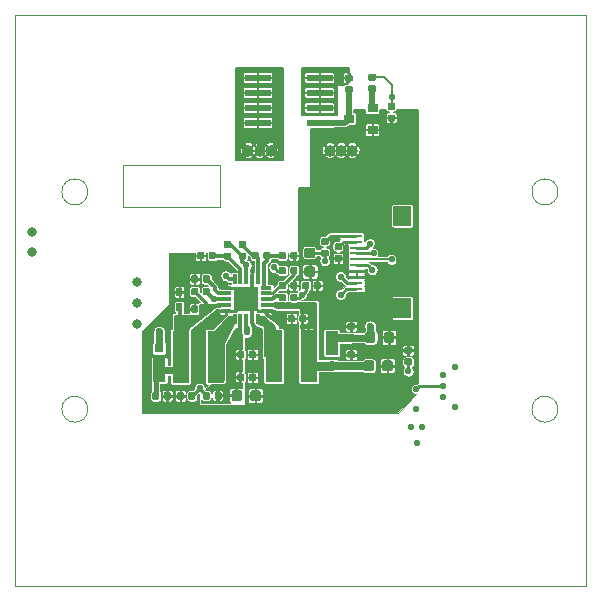
<source format=gbr>
%TF.GenerationSoftware,KiCad,Pcbnew,(5.1.4)-1*%
%TF.CreationDate,2019-10-25T20:37:58-07:00*%
%TF.ProjectId,SolarCellZ_v1,536f6c61-7243-4656-9c6c-5a5f76312e6b,rev?*%
%TF.SameCoordinates,Original*%
%TF.FileFunction,Copper,L6,Bot*%
%TF.FilePolarity,Positive*%
%FSLAX46Y46*%
G04 Gerber Fmt 4.6, Leading zero omitted, Abs format (unit mm)*
G04 Created by KiCad (PCBNEW (5.1.4)-1) date 2019-10-25 20:37:58*
%MOMM*%
%LPD*%
G04 APERTURE LIST*
%ADD10C,0.050000*%
%ADD11C,1.016000*%
%ADD12R,2.209800X0.609600*%
%ADD13C,0.100000*%
%ADD14C,0.590000*%
%ADD15R,0.900000X0.800000*%
%ADD16R,0.800000X0.800000*%
%ADD17R,1.100000X2.000000*%
%ADD18C,0.875000*%
%ADD19R,0.500000X0.700000*%
%ADD20R,2.150000X2.150000*%
%ADD21R,0.300000X0.900000*%
%ADD22R,0.900000X0.300000*%
%ADD23R,1.500000X1.700000*%
%ADD24R,1.100000X0.250000*%
%ADD25R,1.435100X4.394200*%
%ADD26C,0.584200*%
%ADD27C,0.800000*%
%ADD28C,0.248920*%
%ADD29C,0.609600*%
%ADD30C,0.635000*%
%ADD31C,0.203200*%
%ADD32C,0.299720*%
%ADD33C,0.254000*%
%ADD34C,0.228600*%
%ADD35C,0.500000*%
%ADD36C,0.152400*%
%ADD37C,0.508000*%
%ADD38C,0.381000*%
%ADD39C,0.762000*%
%ADD40C,0.127000*%
%ADD41C,0.088900*%
G04 APERTURE END LIST*
D10*
X99200000Y-52750000D02*
X99200000Y-56250000D01*
X99200000Y-56250000D02*
X107400000Y-56250000D01*
X107400000Y-52750000D02*
X107400000Y-56250000D01*
X99200000Y-52750000D02*
X107400000Y-52750000D01*
X96200000Y-73400000D02*
G75*
G03X96200000Y-73400000I-1100000J0D01*
G01*
X136000000Y-73400000D02*
G75*
G03X136000000Y-73400000I-1100000J0D01*
G01*
X136000000Y-55000000D02*
G75*
G03X136000000Y-55000000I-1100000J0D01*
G01*
X96200000Y-55000000D02*
G75*
G03X96200000Y-55000000I-1100000J0D01*
G01*
X138400000Y-88400000D02*
X90000000Y-88400000D01*
X90000000Y-88400000D02*
X90000000Y-40000000D01*
X138400000Y-40000000D02*
X138400000Y-88400000D01*
X90000000Y-40000000D02*
X138400000Y-40000000D01*
D11*
X116700000Y-51500000D03*
X117650000Y-51500000D03*
X111700000Y-51500000D03*
X110750000Y-51500000D03*
X118600000Y-51500000D03*
X109800000Y-51500000D03*
D12*
X110604300Y-45339000D03*
X110604300Y-46609000D03*
X110604300Y-47879000D03*
X110604300Y-49149000D03*
X115836700Y-49149000D03*
X115836700Y-47879000D03*
X115836700Y-46609000D03*
X115836700Y-45339000D03*
D13*
G36*
X118487458Y-45067710D02*
G01*
X118501776Y-45069834D01*
X118515817Y-45073351D01*
X118529446Y-45078228D01*
X118542531Y-45084417D01*
X118554947Y-45091858D01*
X118566573Y-45100481D01*
X118577298Y-45110202D01*
X118587019Y-45120927D01*
X118595642Y-45132553D01*
X118603083Y-45144969D01*
X118609272Y-45158054D01*
X118614149Y-45171683D01*
X118617666Y-45185724D01*
X118619790Y-45200042D01*
X118620500Y-45214500D01*
X118620500Y-45509500D01*
X118619790Y-45523958D01*
X118617666Y-45538276D01*
X118614149Y-45552317D01*
X118609272Y-45565946D01*
X118603083Y-45579031D01*
X118595642Y-45591447D01*
X118587019Y-45603073D01*
X118577298Y-45613798D01*
X118566573Y-45623519D01*
X118554947Y-45632142D01*
X118542531Y-45639583D01*
X118529446Y-45645772D01*
X118515817Y-45650649D01*
X118501776Y-45654166D01*
X118487458Y-45656290D01*
X118473000Y-45657000D01*
X118128000Y-45657000D01*
X118113542Y-45656290D01*
X118099224Y-45654166D01*
X118085183Y-45650649D01*
X118071554Y-45645772D01*
X118058469Y-45639583D01*
X118046053Y-45632142D01*
X118034427Y-45623519D01*
X118023702Y-45613798D01*
X118013981Y-45603073D01*
X118005358Y-45591447D01*
X117997917Y-45579031D01*
X117991728Y-45565946D01*
X117986851Y-45552317D01*
X117983334Y-45538276D01*
X117981210Y-45523958D01*
X117980500Y-45509500D01*
X117980500Y-45214500D01*
X117981210Y-45200042D01*
X117983334Y-45185724D01*
X117986851Y-45171683D01*
X117991728Y-45158054D01*
X117997917Y-45144969D01*
X118005358Y-45132553D01*
X118013981Y-45120927D01*
X118023702Y-45110202D01*
X118034427Y-45100481D01*
X118046053Y-45091858D01*
X118058469Y-45084417D01*
X118071554Y-45078228D01*
X118085183Y-45073351D01*
X118099224Y-45069834D01*
X118113542Y-45067710D01*
X118128000Y-45067000D01*
X118473000Y-45067000D01*
X118487458Y-45067710D01*
X118487458Y-45067710D01*
G37*
D14*
X118300500Y-45362000D03*
D13*
G36*
X118487458Y-46037710D02*
G01*
X118501776Y-46039834D01*
X118515817Y-46043351D01*
X118529446Y-46048228D01*
X118542531Y-46054417D01*
X118554947Y-46061858D01*
X118566573Y-46070481D01*
X118577298Y-46080202D01*
X118587019Y-46090927D01*
X118595642Y-46102553D01*
X118603083Y-46114969D01*
X118609272Y-46128054D01*
X118614149Y-46141683D01*
X118617666Y-46155724D01*
X118619790Y-46170042D01*
X118620500Y-46184500D01*
X118620500Y-46479500D01*
X118619790Y-46493958D01*
X118617666Y-46508276D01*
X118614149Y-46522317D01*
X118609272Y-46535946D01*
X118603083Y-46549031D01*
X118595642Y-46561447D01*
X118587019Y-46573073D01*
X118577298Y-46583798D01*
X118566573Y-46593519D01*
X118554947Y-46602142D01*
X118542531Y-46609583D01*
X118529446Y-46615772D01*
X118515817Y-46620649D01*
X118501776Y-46624166D01*
X118487458Y-46626290D01*
X118473000Y-46627000D01*
X118128000Y-46627000D01*
X118113542Y-46626290D01*
X118099224Y-46624166D01*
X118085183Y-46620649D01*
X118071554Y-46615772D01*
X118058469Y-46609583D01*
X118046053Y-46602142D01*
X118034427Y-46593519D01*
X118023702Y-46583798D01*
X118013981Y-46573073D01*
X118005358Y-46561447D01*
X117997917Y-46549031D01*
X117991728Y-46535946D01*
X117986851Y-46522317D01*
X117983334Y-46508276D01*
X117981210Y-46493958D01*
X117980500Y-46479500D01*
X117980500Y-46184500D01*
X117981210Y-46170042D01*
X117983334Y-46155724D01*
X117986851Y-46141683D01*
X117991728Y-46128054D01*
X117997917Y-46114969D01*
X118005358Y-46102553D01*
X118013981Y-46090927D01*
X118023702Y-46080202D01*
X118034427Y-46070481D01*
X118046053Y-46061858D01*
X118058469Y-46054417D01*
X118071554Y-46048228D01*
X118085183Y-46043351D01*
X118099224Y-46039834D01*
X118113542Y-46037710D01*
X118128000Y-46037000D01*
X118473000Y-46037000D01*
X118487458Y-46037710D01*
X118487458Y-46037710D01*
G37*
D14*
X118300500Y-46332000D03*
D13*
G36*
X120455958Y-45004210D02*
G01*
X120470276Y-45006334D01*
X120484317Y-45009851D01*
X120497946Y-45014728D01*
X120511031Y-45020917D01*
X120523447Y-45028358D01*
X120535073Y-45036981D01*
X120545798Y-45046702D01*
X120555519Y-45057427D01*
X120564142Y-45069053D01*
X120571583Y-45081469D01*
X120577772Y-45094554D01*
X120582649Y-45108183D01*
X120586166Y-45122224D01*
X120588290Y-45136542D01*
X120589000Y-45151000D01*
X120589000Y-45446000D01*
X120588290Y-45460458D01*
X120586166Y-45474776D01*
X120582649Y-45488817D01*
X120577772Y-45502446D01*
X120571583Y-45515531D01*
X120564142Y-45527947D01*
X120555519Y-45539573D01*
X120545798Y-45550298D01*
X120535073Y-45560019D01*
X120523447Y-45568642D01*
X120511031Y-45576083D01*
X120497946Y-45582272D01*
X120484317Y-45587149D01*
X120470276Y-45590666D01*
X120455958Y-45592790D01*
X120441500Y-45593500D01*
X120096500Y-45593500D01*
X120082042Y-45592790D01*
X120067724Y-45590666D01*
X120053683Y-45587149D01*
X120040054Y-45582272D01*
X120026969Y-45576083D01*
X120014553Y-45568642D01*
X120002927Y-45560019D01*
X119992202Y-45550298D01*
X119982481Y-45539573D01*
X119973858Y-45527947D01*
X119966417Y-45515531D01*
X119960228Y-45502446D01*
X119955351Y-45488817D01*
X119951834Y-45474776D01*
X119949710Y-45460458D01*
X119949000Y-45446000D01*
X119949000Y-45151000D01*
X119949710Y-45136542D01*
X119951834Y-45122224D01*
X119955351Y-45108183D01*
X119960228Y-45094554D01*
X119966417Y-45081469D01*
X119973858Y-45069053D01*
X119982481Y-45057427D01*
X119992202Y-45046702D01*
X120002927Y-45036981D01*
X120014553Y-45028358D01*
X120026969Y-45020917D01*
X120040054Y-45014728D01*
X120053683Y-45009851D01*
X120067724Y-45006334D01*
X120082042Y-45004210D01*
X120096500Y-45003500D01*
X120441500Y-45003500D01*
X120455958Y-45004210D01*
X120455958Y-45004210D01*
G37*
D14*
X120269000Y-45298500D03*
D13*
G36*
X120455958Y-45974210D02*
G01*
X120470276Y-45976334D01*
X120484317Y-45979851D01*
X120497946Y-45984728D01*
X120511031Y-45990917D01*
X120523447Y-45998358D01*
X120535073Y-46006981D01*
X120545798Y-46016702D01*
X120555519Y-46027427D01*
X120564142Y-46039053D01*
X120571583Y-46051469D01*
X120577772Y-46064554D01*
X120582649Y-46078183D01*
X120586166Y-46092224D01*
X120588290Y-46106542D01*
X120589000Y-46121000D01*
X120589000Y-46416000D01*
X120588290Y-46430458D01*
X120586166Y-46444776D01*
X120582649Y-46458817D01*
X120577772Y-46472446D01*
X120571583Y-46485531D01*
X120564142Y-46497947D01*
X120555519Y-46509573D01*
X120545798Y-46520298D01*
X120535073Y-46530019D01*
X120523447Y-46538642D01*
X120511031Y-46546083D01*
X120497946Y-46552272D01*
X120484317Y-46557149D01*
X120470276Y-46560666D01*
X120455958Y-46562790D01*
X120441500Y-46563500D01*
X120096500Y-46563500D01*
X120082042Y-46562790D01*
X120067724Y-46560666D01*
X120053683Y-46557149D01*
X120040054Y-46552272D01*
X120026969Y-46546083D01*
X120014553Y-46538642D01*
X120002927Y-46530019D01*
X119992202Y-46520298D01*
X119982481Y-46509573D01*
X119973858Y-46497947D01*
X119966417Y-46485531D01*
X119960228Y-46472446D01*
X119955351Y-46458817D01*
X119951834Y-46444776D01*
X119949710Y-46430458D01*
X119949000Y-46416000D01*
X119949000Y-46121000D01*
X119949710Y-46106542D01*
X119951834Y-46092224D01*
X119955351Y-46078183D01*
X119960228Y-46064554D01*
X119966417Y-46051469D01*
X119973858Y-46039053D01*
X119982481Y-46027427D01*
X119992202Y-46016702D01*
X120002927Y-46006981D01*
X120014553Y-45998358D01*
X120026969Y-45990917D01*
X120040054Y-45984728D01*
X120053683Y-45979851D01*
X120067724Y-45976334D01*
X120082042Y-45974210D01*
X120096500Y-45973500D01*
X120441500Y-45973500D01*
X120455958Y-45974210D01*
X120455958Y-45974210D01*
G37*
D14*
X120269000Y-46268500D03*
D13*
G36*
X122106958Y-48450710D02*
G01*
X122121276Y-48452834D01*
X122135317Y-48456351D01*
X122148946Y-48461228D01*
X122162031Y-48467417D01*
X122174447Y-48474858D01*
X122186073Y-48483481D01*
X122196798Y-48493202D01*
X122206519Y-48503927D01*
X122215142Y-48515553D01*
X122222583Y-48527969D01*
X122228772Y-48541054D01*
X122233649Y-48554683D01*
X122237166Y-48568724D01*
X122239290Y-48583042D01*
X122240000Y-48597500D01*
X122240000Y-48892500D01*
X122239290Y-48906958D01*
X122237166Y-48921276D01*
X122233649Y-48935317D01*
X122228772Y-48948946D01*
X122222583Y-48962031D01*
X122215142Y-48974447D01*
X122206519Y-48986073D01*
X122196798Y-48996798D01*
X122186073Y-49006519D01*
X122174447Y-49015142D01*
X122162031Y-49022583D01*
X122148946Y-49028772D01*
X122135317Y-49033649D01*
X122121276Y-49037166D01*
X122106958Y-49039290D01*
X122092500Y-49040000D01*
X121747500Y-49040000D01*
X121733042Y-49039290D01*
X121718724Y-49037166D01*
X121704683Y-49033649D01*
X121691054Y-49028772D01*
X121677969Y-49022583D01*
X121665553Y-49015142D01*
X121653927Y-49006519D01*
X121643202Y-48996798D01*
X121633481Y-48986073D01*
X121624858Y-48974447D01*
X121617417Y-48962031D01*
X121611228Y-48948946D01*
X121606351Y-48935317D01*
X121602834Y-48921276D01*
X121600710Y-48906958D01*
X121600000Y-48892500D01*
X121600000Y-48597500D01*
X121600710Y-48583042D01*
X121602834Y-48568724D01*
X121606351Y-48554683D01*
X121611228Y-48541054D01*
X121617417Y-48527969D01*
X121624858Y-48515553D01*
X121633481Y-48503927D01*
X121643202Y-48493202D01*
X121653927Y-48483481D01*
X121665553Y-48474858D01*
X121677969Y-48467417D01*
X121691054Y-48461228D01*
X121704683Y-48456351D01*
X121718724Y-48452834D01*
X121733042Y-48450710D01*
X121747500Y-48450000D01*
X122092500Y-48450000D01*
X122106958Y-48450710D01*
X122106958Y-48450710D01*
G37*
D14*
X121920000Y-48745000D03*
D13*
G36*
X122106958Y-47480710D02*
G01*
X122121276Y-47482834D01*
X122135317Y-47486351D01*
X122148946Y-47491228D01*
X122162031Y-47497417D01*
X122174447Y-47504858D01*
X122186073Y-47513481D01*
X122196798Y-47523202D01*
X122206519Y-47533927D01*
X122215142Y-47545553D01*
X122222583Y-47557969D01*
X122228772Y-47571054D01*
X122233649Y-47584683D01*
X122237166Y-47598724D01*
X122239290Y-47613042D01*
X122240000Y-47627500D01*
X122240000Y-47922500D01*
X122239290Y-47936958D01*
X122237166Y-47951276D01*
X122233649Y-47965317D01*
X122228772Y-47978946D01*
X122222583Y-47992031D01*
X122215142Y-48004447D01*
X122206519Y-48016073D01*
X122196798Y-48026798D01*
X122186073Y-48036519D01*
X122174447Y-48045142D01*
X122162031Y-48052583D01*
X122148946Y-48058772D01*
X122135317Y-48063649D01*
X122121276Y-48067166D01*
X122106958Y-48069290D01*
X122092500Y-48070000D01*
X121747500Y-48070000D01*
X121733042Y-48069290D01*
X121718724Y-48067166D01*
X121704683Y-48063649D01*
X121691054Y-48058772D01*
X121677969Y-48052583D01*
X121665553Y-48045142D01*
X121653927Y-48036519D01*
X121643202Y-48026798D01*
X121633481Y-48016073D01*
X121624858Y-48004447D01*
X121617417Y-47992031D01*
X121611228Y-47978946D01*
X121606351Y-47965317D01*
X121602834Y-47951276D01*
X121600710Y-47936958D01*
X121600000Y-47922500D01*
X121600000Y-47627500D01*
X121600710Y-47613042D01*
X121602834Y-47598724D01*
X121606351Y-47584683D01*
X121611228Y-47571054D01*
X121617417Y-47557969D01*
X121624858Y-47545553D01*
X121633481Y-47533927D01*
X121643202Y-47523202D01*
X121653927Y-47513481D01*
X121665553Y-47504858D01*
X121677969Y-47497417D01*
X121691054Y-47491228D01*
X121704683Y-47486351D01*
X121718724Y-47482834D01*
X121733042Y-47480710D01*
X121747500Y-47480000D01*
X122092500Y-47480000D01*
X122106958Y-47480710D01*
X122106958Y-47480710D01*
G37*
D14*
X121920000Y-47775000D03*
D15*
X118316500Y-48831500D03*
X120316500Y-49781500D03*
X120316500Y-47881500D03*
D16*
X102235000Y-68219000D03*
D17*
X102235000Y-70119000D03*
D13*
G36*
X123503958Y-69088210D02*
G01*
X123518276Y-69090334D01*
X123532317Y-69093851D01*
X123545946Y-69098728D01*
X123559031Y-69104917D01*
X123571447Y-69112358D01*
X123583073Y-69120981D01*
X123593798Y-69130702D01*
X123603519Y-69141427D01*
X123612142Y-69153053D01*
X123619583Y-69165469D01*
X123625772Y-69178554D01*
X123630649Y-69192183D01*
X123634166Y-69206224D01*
X123636290Y-69220542D01*
X123637000Y-69235000D01*
X123637000Y-69530000D01*
X123636290Y-69544458D01*
X123634166Y-69558776D01*
X123630649Y-69572817D01*
X123625772Y-69586446D01*
X123619583Y-69599531D01*
X123612142Y-69611947D01*
X123603519Y-69623573D01*
X123593798Y-69634298D01*
X123583073Y-69644019D01*
X123571447Y-69652642D01*
X123559031Y-69660083D01*
X123545946Y-69666272D01*
X123532317Y-69671149D01*
X123518276Y-69674666D01*
X123503958Y-69676790D01*
X123489500Y-69677500D01*
X123144500Y-69677500D01*
X123130042Y-69676790D01*
X123115724Y-69674666D01*
X123101683Y-69671149D01*
X123088054Y-69666272D01*
X123074969Y-69660083D01*
X123062553Y-69652642D01*
X123050927Y-69644019D01*
X123040202Y-69634298D01*
X123030481Y-69623573D01*
X123021858Y-69611947D01*
X123014417Y-69599531D01*
X123008228Y-69586446D01*
X123003351Y-69572817D01*
X122999834Y-69558776D01*
X122997710Y-69544458D01*
X122997000Y-69530000D01*
X122997000Y-69235000D01*
X122997710Y-69220542D01*
X122999834Y-69206224D01*
X123003351Y-69192183D01*
X123008228Y-69178554D01*
X123014417Y-69165469D01*
X123021858Y-69153053D01*
X123030481Y-69141427D01*
X123040202Y-69130702D01*
X123050927Y-69120981D01*
X123062553Y-69112358D01*
X123074969Y-69104917D01*
X123088054Y-69098728D01*
X123101683Y-69093851D01*
X123115724Y-69090334D01*
X123130042Y-69088210D01*
X123144500Y-69087500D01*
X123489500Y-69087500D01*
X123503958Y-69088210D01*
X123503958Y-69088210D01*
G37*
D14*
X123317000Y-69382500D03*
D13*
G36*
X123503958Y-68118210D02*
G01*
X123518276Y-68120334D01*
X123532317Y-68123851D01*
X123545946Y-68128728D01*
X123559031Y-68134917D01*
X123571447Y-68142358D01*
X123583073Y-68150981D01*
X123593798Y-68160702D01*
X123603519Y-68171427D01*
X123612142Y-68183053D01*
X123619583Y-68195469D01*
X123625772Y-68208554D01*
X123630649Y-68222183D01*
X123634166Y-68236224D01*
X123636290Y-68250542D01*
X123637000Y-68265000D01*
X123637000Y-68560000D01*
X123636290Y-68574458D01*
X123634166Y-68588776D01*
X123630649Y-68602817D01*
X123625772Y-68616446D01*
X123619583Y-68629531D01*
X123612142Y-68641947D01*
X123603519Y-68653573D01*
X123593798Y-68664298D01*
X123583073Y-68674019D01*
X123571447Y-68682642D01*
X123559031Y-68690083D01*
X123545946Y-68696272D01*
X123532317Y-68701149D01*
X123518276Y-68704666D01*
X123503958Y-68706790D01*
X123489500Y-68707500D01*
X123144500Y-68707500D01*
X123130042Y-68706790D01*
X123115724Y-68704666D01*
X123101683Y-68701149D01*
X123088054Y-68696272D01*
X123074969Y-68690083D01*
X123062553Y-68682642D01*
X123050927Y-68674019D01*
X123040202Y-68664298D01*
X123030481Y-68653573D01*
X123021858Y-68641947D01*
X123014417Y-68629531D01*
X123008228Y-68616446D01*
X123003351Y-68602817D01*
X122999834Y-68588776D01*
X122997710Y-68574458D01*
X122997000Y-68560000D01*
X122997000Y-68265000D01*
X122997710Y-68250542D01*
X122999834Y-68236224D01*
X123003351Y-68222183D01*
X123008228Y-68208554D01*
X123014417Y-68195469D01*
X123021858Y-68183053D01*
X123030481Y-68171427D01*
X123040202Y-68160702D01*
X123050927Y-68150981D01*
X123062553Y-68142358D01*
X123074969Y-68134917D01*
X123088054Y-68128728D01*
X123101683Y-68123851D01*
X123115724Y-68120334D01*
X123130042Y-68118210D01*
X123144500Y-68117500D01*
X123489500Y-68117500D01*
X123503958Y-68118210D01*
X123503958Y-68118210D01*
G37*
D14*
X123317000Y-68412500D03*
D13*
G36*
X115276191Y-61311053D02*
G01*
X115297426Y-61314203D01*
X115318250Y-61319419D01*
X115338462Y-61326651D01*
X115357868Y-61335830D01*
X115376281Y-61346866D01*
X115393524Y-61359654D01*
X115409430Y-61374070D01*
X115423846Y-61389976D01*
X115436634Y-61407219D01*
X115447670Y-61425632D01*
X115456849Y-61445038D01*
X115464081Y-61465250D01*
X115469297Y-61486074D01*
X115472447Y-61507309D01*
X115473500Y-61528750D01*
X115473500Y-61966250D01*
X115472447Y-61987691D01*
X115469297Y-62008926D01*
X115464081Y-62029750D01*
X115456849Y-62049962D01*
X115447670Y-62069368D01*
X115436634Y-62087781D01*
X115423846Y-62105024D01*
X115409430Y-62120930D01*
X115393524Y-62135346D01*
X115376281Y-62148134D01*
X115357868Y-62159170D01*
X115338462Y-62168349D01*
X115318250Y-62175581D01*
X115297426Y-62180797D01*
X115276191Y-62183947D01*
X115254750Y-62185000D01*
X114742250Y-62185000D01*
X114720809Y-62183947D01*
X114699574Y-62180797D01*
X114678750Y-62175581D01*
X114658538Y-62168349D01*
X114639132Y-62159170D01*
X114620719Y-62148134D01*
X114603476Y-62135346D01*
X114587570Y-62120930D01*
X114573154Y-62105024D01*
X114560366Y-62087781D01*
X114549330Y-62069368D01*
X114540151Y-62049962D01*
X114532919Y-62029750D01*
X114527703Y-62008926D01*
X114524553Y-61987691D01*
X114523500Y-61966250D01*
X114523500Y-61528750D01*
X114524553Y-61507309D01*
X114527703Y-61486074D01*
X114532919Y-61465250D01*
X114540151Y-61445038D01*
X114549330Y-61425632D01*
X114560366Y-61407219D01*
X114573154Y-61389976D01*
X114587570Y-61374070D01*
X114603476Y-61359654D01*
X114620719Y-61346866D01*
X114639132Y-61335830D01*
X114658538Y-61326651D01*
X114678750Y-61319419D01*
X114699574Y-61314203D01*
X114720809Y-61311053D01*
X114742250Y-61310000D01*
X115254750Y-61310000D01*
X115276191Y-61311053D01*
X115276191Y-61311053D01*
G37*
D18*
X114998500Y-61747500D03*
D13*
G36*
X115276191Y-59736053D02*
G01*
X115297426Y-59739203D01*
X115318250Y-59744419D01*
X115338462Y-59751651D01*
X115357868Y-59760830D01*
X115376281Y-59771866D01*
X115393524Y-59784654D01*
X115409430Y-59799070D01*
X115423846Y-59814976D01*
X115436634Y-59832219D01*
X115447670Y-59850632D01*
X115456849Y-59870038D01*
X115464081Y-59890250D01*
X115469297Y-59911074D01*
X115472447Y-59932309D01*
X115473500Y-59953750D01*
X115473500Y-60391250D01*
X115472447Y-60412691D01*
X115469297Y-60433926D01*
X115464081Y-60454750D01*
X115456849Y-60474962D01*
X115447670Y-60494368D01*
X115436634Y-60512781D01*
X115423846Y-60530024D01*
X115409430Y-60545930D01*
X115393524Y-60560346D01*
X115376281Y-60573134D01*
X115357868Y-60584170D01*
X115338462Y-60593349D01*
X115318250Y-60600581D01*
X115297426Y-60605797D01*
X115276191Y-60608947D01*
X115254750Y-60610000D01*
X114742250Y-60610000D01*
X114720809Y-60608947D01*
X114699574Y-60605797D01*
X114678750Y-60600581D01*
X114658538Y-60593349D01*
X114639132Y-60584170D01*
X114620719Y-60573134D01*
X114603476Y-60560346D01*
X114587570Y-60545930D01*
X114573154Y-60530024D01*
X114560366Y-60512781D01*
X114549330Y-60494368D01*
X114540151Y-60474962D01*
X114532919Y-60454750D01*
X114527703Y-60433926D01*
X114524553Y-60412691D01*
X114523500Y-60391250D01*
X114523500Y-59953750D01*
X114524553Y-59932309D01*
X114527703Y-59911074D01*
X114532919Y-59890250D01*
X114540151Y-59870038D01*
X114549330Y-59850632D01*
X114560366Y-59832219D01*
X114573154Y-59814976D01*
X114587570Y-59799070D01*
X114603476Y-59784654D01*
X114620719Y-59771866D01*
X114639132Y-59760830D01*
X114658538Y-59751651D01*
X114678750Y-59744419D01*
X114699574Y-59739203D01*
X114720809Y-59736053D01*
X114742250Y-59735000D01*
X115254750Y-59735000D01*
X115276191Y-59736053D01*
X115276191Y-59736053D01*
G37*
D18*
X114998500Y-60172500D03*
D13*
G36*
X110291118Y-70383366D02*
G01*
X110305436Y-70385490D01*
X110319477Y-70389007D01*
X110333106Y-70393884D01*
X110346191Y-70400073D01*
X110358607Y-70407514D01*
X110370233Y-70416137D01*
X110380958Y-70425858D01*
X110390679Y-70436583D01*
X110399302Y-70448209D01*
X110406743Y-70460625D01*
X110412932Y-70473710D01*
X110417809Y-70487339D01*
X110421326Y-70501380D01*
X110423450Y-70515698D01*
X110424160Y-70530156D01*
X110424160Y-70875156D01*
X110423450Y-70889614D01*
X110421326Y-70903932D01*
X110417809Y-70917973D01*
X110412932Y-70931602D01*
X110406743Y-70944687D01*
X110399302Y-70957103D01*
X110390679Y-70968729D01*
X110380958Y-70979454D01*
X110370233Y-70989175D01*
X110358607Y-70997798D01*
X110346191Y-71005239D01*
X110333106Y-71011428D01*
X110319477Y-71016305D01*
X110305436Y-71019822D01*
X110291118Y-71021946D01*
X110276660Y-71022656D01*
X109981660Y-71022656D01*
X109967202Y-71021946D01*
X109952884Y-71019822D01*
X109938843Y-71016305D01*
X109925214Y-71011428D01*
X109912129Y-71005239D01*
X109899713Y-70997798D01*
X109888087Y-70989175D01*
X109877362Y-70979454D01*
X109867641Y-70968729D01*
X109859018Y-70957103D01*
X109851577Y-70944687D01*
X109845388Y-70931602D01*
X109840511Y-70917973D01*
X109836994Y-70903932D01*
X109834870Y-70889614D01*
X109834160Y-70875156D01*
X109834160Y-70530156D01*
X109834870Y-70515698D01*
X109836994Y-70501380D01*
X109840511Y-70487339D01*
X109845388Y-70473710D01*
X109851577Y-70460625D01*
X109859018Y-70448209D01*
X109867641Y-70436583D01*
X109877362Y-70425858D01*
X109888087Y-70416137D01*
X109899713Y-70407514D01*
X109912129Y-70400073D01*
X109925214Y-70393884D01*
X109938843Y-70389007D01*
X109952884Y-70385490D01*
X109967202Y-70383366D01*
X109981660Y-70382656D01*
X110276660Y-70382656D01*
X110291118Y-70383366D01*
X110291118Y-70383366D01*
G37*
D14*
X110129160Y-70702656D03*
D13*
G36*
X109321118Y-70383366D02*
G01*
X109335436Y-70385490D01*
X109349477Y-70389007D01*
X109363106Y-70393884D01*
X109376191Y-70400073D01*
X109388607Y-70407514D01*
X109400233Y-70416137D01*
X109410958Y-70425858D01*
X109420679Y-70436583D01*
X109429302Y-70448209D01*
X109436743Y-70460625D01*
X109442932Y-70473710D01*
X109447809Y-70487339D01*
X109451326Y-70501380D01*
X109453450Y-70515698D01*
X109454160Y-70530156D01*
X109454160Y-70875156D01*
X109453450Y-70889614D01*
X109451326Y-70903932D01*
X109447809Y-70917973D01*
X109442932Y-70931602D01*
X109436743Y-70944687D01*
X109429302Y-70957103D01*
X109420679Y-70968729D01*
X109410958Y-70979454D01*
X109400233Y-70989175D01*
X109388607Y-70997798D01*
X109376191Y-71005239D01*
X109363106Y-71011428D01*
X109349477Y-71016305D01*
X109335436Y-71019822D01*
X109321118Y-71021946D01*
X109306660Y-71022656D01*
X109011660Y-71022656D01*
X108997202Y-71021946D01*
X108982884Y-71019822D01*
X108968843Y-71016305D01*
X108955214Y-71011428D01*
X108942129Y-71005239D01*
X108929713Y-70997798D01*
X108918087Y-70989175D01*
X108907362Y-70979454D01*
X108897641Y-70968729D01*
X108889018Y-70957103D01*
X108881577Y-70944687D01*
X108875388Y-70931602D01*
X108870511Y-70917973D01*
X108866994Y-70903932D01*
X108864870Y-70889614D01*
X108864160Y-70875156D01*
X108864160Y-70530156D01*
X108864870Y-70515698D01*
X108866994Y-70501380D01*
X108870511Y-70487339D01*
X108875388Y-70473710D01*
X108881577Y-70460625D01*
X108889018Y-70448209D01*
X108897641Y-70436583D01*
X108907362Y-70425858D01*
X108918087Y-70416137D01*
X108929713Y-70407514D01*
X108942129Y-70400073D01*
X108955214Y-70393884D01*
X108968843Y-70389007D01*
X108982884Y-70385490D01*
X108997202Y-70383366D01*
X109011660Y-70382656D01*
X109306660Y-70382656D01*
X109321118Y-70383366D01*
X109321118Y-70383366D01*
G37*
D14*
X109159160Y-70702656D03*
D13*
G36*
X121931691Y-66836053D02*
G01*
X121952926Y-66839203D01*
X121973750Y-66844419D01*
X121993962Y-66851651D01*
X122013368Y-66860830D01*
X122031781Y-66871866D01*
X122049024Y-66884654D01*
X122064930Y-66899070D01*
X122079346Y-66914976D01*
X122092134Y-66932219D01*
X122103170Y-66950632D01*
X122112349Y-66970038D01*
X122119581Y-66990250D01*
X122124797Y-67011074D01*
X122127947Y-67032309D01*
X122129000Y-67053750D01*
X122129000Y-67566250D01*
X122127947Y-67587691D01*
X122124797Y-67608926D01*
X122119581Y-67629750D01*
X122112349Y-67649962D01*
X122103170Y-67669368D01*
X122092134Y-67687781D01*
X122079346Y-67705024D01*
X122064930Y-67720930D01*
X122049024Y-67735346D01*
X122031781Y-67748134D01*
X122013368Y-67759170D01*
X121993962Y-67768349D01*
X121973750Y-67775581D01*
X121952926Y-67780797D01*
X121931691Y-67783947D01*
X121910250Y-67785000D01*
X121472750Y-67785000D01*
X121451309Y-67783947D01*
X121430074Y-67780797D01*
X121409250Y-67775581D01*
X121389038Y-67768349D01*
X121369632Y-67759170D01*
X121351219Y-67748134D01*
X121333976Y-67735346D01*
X121318070Y-67720930D01*
X121303654Y-67705024D01*
X121290866Y-67687781D01*
X121279830Y-67669368D01*
X121270651Y-67649962D01*
X121263419Y-67629750D01*
X121258203Y-67608926D01*
X121255053Y-67587691D01*
X121254000Y-67566250D01*
X121254000Y-67053750D01*
X121255053Y-67032309D01*
X121258203Y-67011074D01*
X121263419Y-66990250D01*
X121270651Y-66970038D01*
X121279830Y-66950632D01*
X121290866Y-66932219D01*
X121303654Y-66914976D01*
X121318070Y-66899070D01*
X121333976Y-66884654D01*
X121351219Y-66871866D01*
X121369632Y-66860830D01*
X121389038Y-66851651D01*
X121409250Y-66844419D01*
X121430074Y-66839203D01*
X121451309Y-66836053D01*
X121472750Y-66835000D01*
X121910250Y-66835000D01*
X121931691Y-66836053D01*
X121931691Y-66836053D01*
G37*
D18*
X121691500Y-67310000D03*
D13*
G36*
X120356691Y-66836053D02*
G01*
X120377926Y-66839203D01*
X120398750Y-66844419D01*
X120418962Y-66851651D01*
X120438368Y-66860830D01*
X120456781Y-66871866D01*
X120474024Y-66884654D01*
X120489930Y-66899070D01*
X120504346Y-66914976D01*
X120517134Y-66932219D01*
X120528170Y-66950632D01*
X120537349Y-66970038D01*
X120544581Y-66990250D01*
X120549797Y-67011074D01*
X120552947Y-67032309D01*
X120554000Y-67053750D01*
X120554000Y-67566250D01*
X120552947Y-67587691D01*
X120549797Y-67608926D01*
X120544581Y-67629750D01*
X120537349Y-67649962D01*
X120528170Y-67669368D01*
X120517134Y-67687781D01*
X120504346Y-67705024D01*
X120489930Y-67720930D01*
X120474024Y-67735346D01*
X120456781Y-67748134D01*
X120438368Y-67759170D01*
X120418962Y-67768349D01*
X120398750Y-67775581D01*
X120377926Y-67780797D01*
X120356691Y-67783947D01*
X120335250Y-67785000D01*
X119897750Y-67785000D01*
X119876309Y-67783947D01*
X119855074Y-67780797D01*
X119834250Y-67775581D01*
X119814038Y-67768349D01*
X119794632Y-67759170D01*
X119776219Y-67748134D01*
X119758976Y-67735346D01*
X119743070Y-67720930D01*
X119728654Y-67705024D01*
X119715866Y-67687781D01*
X119704830Y-67669368D01*
X119695651Y-67649962D01*
X119688419Y-67629750D01*
X119683203Y-67608926D01*
X119680053Y-67587691D01*
X119679000Y-67566250D01*
X119679000Y-67053750D01*
X119680053Y-67032309D01*
X119683203Y-67011074D01*
X119688419Y-66990250D01*
X119695651Y-66970038D01*
X119704830Y-66950632D01*
X119715866Y-66932219D01*
X119728654Y-66914976D01*
X119743070Y-66899070D01*
X119758976Y-66884654D01*
X119776219Y-66871866D01*
X119794632Y-66860830D01*
X119814038Y-66851651D01*
X119834250Y-66844419D01*
X119855074Y-66839203D01*
X119876309Y-66836053D01*
X119897750Y-66835000D01*
X120335250Y-66835000D01*
X120356691Y-66836053D01*
X120356691Y-66836053D01*
G37*
D18*
X120116500Y-67310000D03*
D19*
X103949500Y-64770000D03*
X103949500Y-63470000D03*
D20*
X109624160Y-64098656D03*
D21*
X108624160Y-65798656D03*
X109124160Y-65798656D03*
X109624160Y-65798656D03*
X110124160Y-65798656D03*
X110624160Y-65798656D03*
D22*
X111324160Y-65098656D03*
X111324160Y-64598656D03*
X111324160Y-64098656D03*
X111324160Y-63598656D03*
X111324160Y-63098656D03*
D21*
X110624160Y-62398656D03*
X110124160Y-62398656D03*
X109624160Y-62398656D03*
X109124160Y-62398656D03*
X108624160Y-62398656D03*
D22*
X107924160Y-63098656D03*
X107924160Y-63598656D03*
X107924160Y-64098656D03*
X107924160Y-64598656D03*
X107924160Y-65098656D03*
D16*
X116840000Y-69703000D03*
D17*
X116840000Y-67803000D03*
D13*
G36*
X106882458Y-60069210D02*
G01*
X106896776Y-60071334D01*
X106910817Y-60074851D01*
X106924446Y-60079728D01*
X106937531Y-60085917D01*
X106949947Y-60093358D01*
X106961573Y-60101981D01*
X106972298Y-60111702D01*
X106982019Y-60122427D01*
X106990642Y-60134053D01*
X106998083Y-60146469D01*
X107004272Y-60159554D01*
X107009149Y-60173183D01*
X107012666Y-60187224D01*
X107014790Y-60201542D01*
X107015500Y-60216000D01*
X107015500Y-60561000D01*
X107014790Y-60575458D01*
X107012666Y-60589776D01*
X107009149Y-60603817D01*
X107004272Y-60617446D01*
X106998083Y-60630531D01*
X106990642Y-60642947D01*
X106982019Y-60654573D01*
X106972298Y-60665298D01*
X106961573Y-60675019D01*
X106949947Y-60683642D01*
X106937531Y-60691083D01*
X106924446Y-60697272D01*
X106910817Y-60702149D01*
X106896776Y-60705666D01*
X106882458Y-60707790D01*
X106868000Y-60708500D01*
X106573000Y-60708500D01*
X106558542Y-60707790D01*
X106544224Y-60705666D01*
X106530183Y-60702149D01*
X106516554Y-60697272D01*
X106503469Y-60691083D01*
X106491053Y-60683642D01*
X106479427Y-60675019D01*
X106468702Y-60665298D01*
X106458981Y-60654573D01*
X106450358Y-60642947D01*
X106442917Y-60630531D01*
X106436728Y-60617446D01*
X106431851Y-60603817D01*
X106428334Y-60589776D01*
X106426210Y-60575458D01*
X106425500Y-60561000D01*
X106425500Y-60216000D01*
X106426210Y-60201542D01*
X106428334Y-60187224D01*
X106431851Y-60173183D01*
X106436728Y-60159554D01*
X106442917Y-60146469D01*
X106450358Y-60134053D01*
X106458981Y-60122427D01*
X106468702Y-60111702D01*
X106479427Y-60101981D01*
X106491053Y-60093358D01*
X106503469Y-60085917D01*
X106516554Y-60079728D01*
X106530183Y-60074851D01*
X106544224Y-60071334D01*
X106558542Y-60069210D01*
X106573000Y-60068500D01*
X106868000Y-60068500D01*
X106882458Y-60069210D01*
X106882458Y-60069210D01*
G37*
D14*
X106720500Y-60388500D03*
D13*
G36*
X105912458Y-60069210D02*
G01*
X105926776Y-60071334D01*
X105940817Y-60074851D01*
X105954446Y-60079728D01*
X105967531Y-60085917D01*
X105979947Y-60093358D01*
X105991573Y-60101981D01*
X106002298Y-60111702D01*
X106012019Y-60122427D01*
X106020642Y-60134053D01*
X106028083Y-60146469D01*
X106034272Y-60159554D01*
X106039149Y-60173183D01*
X106042666Y-60187224D01*
X106044790Y-60201542D01*
X106045500Y-60216000D01*
X106045500Y-60561000D01*
X106044790Y-60575458D01*
X106042666Y-60589776D01*
X106039149Y-60603817D01*
X106034272Y-60617446D01*
X106028083Y-60630531D01*
X106020642Y-60642947D01*
X106012019Y-60654573D01*
X106002298Y-60665298D01*
X105991573Y-60675019D01*
X105979947Y-60683642D01*
X105967531Y-60691083D01*
X105954446Y-60697272D01*
X105940817Y-60702149D01*
X105926776Y-60705666D01*
X105912458Y-60707790D01*
X105898000Y-60708500D01*
X105603000Y-60708500D01*
X105588542Y-60707790D01*
X105574224Y-60705666D01*
X105560183Y-60702149D01*
X105546554Y-60697272D01*
X105533469Y-60691083D01*
X105521053Y-60683642D01*
X105509427Y-60675019D01*
X105498702Y-60665298D01*
X105488981Y-60654573D01*
X105480358Y-60642947D01*
X105472917Y-60630531D01*
X105466728Y-60617446D01*
X105461851Y-60603817D01*
X105458334Y-60589776D01*
X105456210Y-60575458D01*
X105455500Y-60561000D01*
X105455500Y-60216000D01*
X105456210Y-60201542D01*
X105458334Y-60187224D01*
X105461851Y-60173183D01*
X105466728Y-60159554D01*
X105472917Y-60146469D01*
X105480358Y-60134053D01*
X105488981Y-60122427D01*
X105498702Y-60111702D01*
X105509427Y-60101981D01*
X105521053Y-60093358D01*
X105533469Y-60085917D01*
X105546554Y-60079728D01*
X105560183Y-60074851D01*
X105574224Y-60071334D01*
X105588542Y-60069210D01*
X105603000Y-60068500D01*
X105898000Y-60068500D01*
X105912458Y-60069210D01*
X105912458Y-60069210D01*
G37*
D14*
X105750500Y-60388500D03*
D13*
G36*
X108200458Y-59164710D02*
G01*
X108214776Y-59166834D01*
X108228817Y-59170351D01*
X108242446Y-59175228D01*
X108255531Y-59181417D01*
X108267947Y-59188858D01*
X108279573Y-59197481D01*
X108290298Y-59207202D01*
X108300019Y-59217927D01*
X108308642Y-59229553D01*
X108316083Y-59241969D01*
X108322272Y-59255054D01*
X108327149Y-59268683D01*
X108330666Y-59282724D01*
X108332790Y-59297042D01*
X108333500Y-59311500D01*
X108333500Y-59606500D01*
X108332790Y-59620958D01*
X108330666Y-59635276D01*
X108327149Y-59649317D01*
X108322272Y-59662946D01*
X108316083Y-59676031D01*
X108308642Y-59688447D01*
X108300019Y-59700073D01*
X108290298Y-59710798D01*
X108279573Y-59720519D01*
X108267947Y-59729142D01*
X108255531Y-59736583D01*
X108242446Y-59742772D01*
X108228817Y-59747649D01*
X108214776Y-59751166D01*
X108200458Y-59753290D01*
X108186000Y-59754000D01*
X107841000Y-59754000D01*
X107826542Y-59753290D01*
X107812224Y-59751166D01*
X107798183Y-59747649D01*
X107784554Y-59742772D01*
X107771469Y-59736583D01*
X107759053Y-59729142D01*
X107747427Y-59720519D01*
X107736702Y-59710798D01*
X107726981Y-59700073D01*
X107718358Y-59688447D01*
X107710917Y-59676031D01*
X107704728Y-59662946D01*
X107699851Y-59649317D01*
X107696334Y-59635276D01*
X107694210Y-59620958D01*
X107693500Y-59606500D01*
X107693500Y-59311500D01*
X107694210Y-59297042D01*
X107696334Y-59282724D01*
X107699851Y-59268683D01*
X107704728Y-59255054D01*
X107710917Y-59241969D01*
X107718358Y-59229553D01*
X107726981Y-59217927D01*
X107736702Y-59207202D01*
X107747427Y-59197481D01*
X107759053Y-59188858D01*
X107771469Y-59181417D01*
X107784554Y-59175228D01*
X107798183Y-59170351D01*
X107812224Y-59166834D01*
X107826542Y-59164710D01*
X107841000Y-59164000D01*
X108186000Y-59164000D01*
X108200458Y-59164710D01*
X108200458Y-59164710D01*
G37*
D14*
X108013500Y-59459000D03*
D13*
G36*
X108200458Y-60134710D02*
G01*
X108214776Y-60136834D01*
X108228817Y-60140351D01*
X108242446Y-60145228D01*
X108255531Y-60151417D01*
X108267947Y-60158858D01*
X108279573Y-60167481D01*
X108290298Y-60177202D01*
X108300019Y-60187927D01*
X108308642Y-60199553D01*
X108316083Y-60211969D01*
X108322272Y-60225054D01*
X108327149Y-60238683D01*
X108330666Y-60252724D01*
X108332790Y-60267042D01*
X108333500Y-60281500D01*
X108333500Y-60576500D01*
X108332790Y-60590958D01*
X108330666Y-60605276D01*
X108327149Y-60619317D01*
X108322272Y-60632946D01*
X108316083Y-60646031D01*
X108308642Y-60658447D01*
X108300019Y-60670073D01*
X108290298Y-60680798D01*
X108279573Y-60690519D01*
X108267947Y-60699142D01*
X108255531Y-60706583D01*
X108242446Y-60712772D01*
X108228817Y-60717649D01*
X108214776Y-60721166D01*
X108200458Y-60723290D01*
X108186000Y-60724000D01*
X107841000Y-60724000D01*
X107826542Y-60723290D01*
X107812224Y-60721166D01*
X107798183Y-60717649D01*
X107784554Y-60712772D01*
X107771469Y-60706583D01*
X107759053Y-60699142D01*
X107747427Y-60690519D01*
X107736702Y-60680798D01*
X107726981Y-60670073D01*
X107718358Y-60658447D01*
X107710917Y-60646031D01*
X107704728Y-60632946D01*
X107699851Y-60619317D01*
X107696334Y-60605276D01*
X107694210Y-60590958D01*
X107693500Y-60576500D01*
X107693500Y-60281500D01*
X107694210Y-60267042D01*
X107696334Y-60252724D01*
X107699851Y-60238683D01*
X107704728Y-60225054D01*
X107710917Y-60211969D01*
X107718358Y-60199553D01*
X107726981Y-60187927D01*
X107736702Y-60177202D01*
X107747427Y-60167481D01*
X107759053Y-60158858D01*
X107771469Y-60151417D01*
X107784554Y-60145228D01*
X107798183Y-60140351D01*
X107812224Y-60136834D01*
X107826542Y-60134710D01*
X107841000Y-60134000D01*
X108186000Y-60134000D01*
X108200458Y-60134710D01*
X108200458Y-60134710D01*
G37*
D14*
X108013500Y-60429000D03*
D13*
G36*
X106420458Y-71943710D02*
G01*
X106434776Y-71945834D01*
X106448817Y-71949351D01*
X106462446Y-71954228D01*
X106475531Y-71960417D01*
X106487947Y-71967858D01*
X106499573Y-71976481D01*
X106510298Y-71986202D01*
X106520019Y-71996927D01*
X106528642Y-72008553D01*
X106536083Y-72020969D01*
X106542272Y-72034054D01*
X106547149Y-72047683D01*
X106550666Y-72061724D01*
X106552790Y-72076042D01*
X106553500Y-72090500D01*
X106553500Y-72435500D01*
X106552790Y-72449958D01*
X106550666Y-72464276D01*
X106547149Y-72478317D01*
X106542272Y-72491946D01*
X106536083Y-72505031D01*
X106528642Y-72517447D01*
X106520019Y-72529073D01*
X106510298Y-72539798D01*
X106499573Y-72549519D01*
X106487947Y-72558142D01*
X106475531Y-72565583D01*
X106462446Y-72571772D01*
X106448817Y-72576649D01*
X106434776Y-72580166D01*
X106420458Y-72582290D01*
X106406000Y-72583000D01*
X106111000Y-72583000D01*
X106096542Y-72582290D01*
X106082224Y-72580166D01*
X106068183Y-72576649D01*
X106054554Y-72571772D01*
X106041469Y-72565583D01*
X106029053Y-72558142D01*
X106017427Y-72549519D01*
X106006702Y-72539798D01*
X105996981Y-72529073D01*
X105988358Y-72517447D01*
X105980917Y-72505031D01*
X105974728Y-72491946D01*
X105969851Y-72478317D01*
X105966334Y-72464276D01*
X105964210Y-72449958D01*
X105963500Y-72435500D01*
X105963500Y-72090500D01*
X105964210Y-72076042D01*
X105966334Y-72061724D01*
X105969851Y-72047683D01*
X105974728Y-72034054D01*
X105980917Y-72020969D01*
X105988358Y-72008553D01*
X105996981Y-71996927D01*
X106006702Y-71986202D01*
X106017427Y-71976481D01*
X106029053Y-71967858D01*
X106041469Y-71960417D01*
X106054554Y-71954228D01*
X106068183Y-71949351D01*
X106082224Y-71945834D01*
X106096542Y-71943710D01*
X106111000Y-71943000D01*
X106406000Y-71943000D01*
X106420458Y-71943710D01*
X106420458Y-71943710D01*
G37*
D14*
X106258500Y-72263000D03*
D13*
G36*
X107390458Y-71943710D02*
G01*
X107404776Y-71945834D01*
X107418817Y-71949351D01*
X107432446Y-71954228D01*
X107445531Y-71960417D01*
X107457947Y-71967858D01*
X107469573Y-71976481D01*
X107480298Y-71986202D01*
X107490019Y-71996927D01*
X107498642Y-72008553D01*
X107506083Y-72020969D01*
X107512272Y-72034054D01*
X107517149Y-72047683D01*
X107520666Y-72061724D01*
X107522790Y-72076042D01*
X107523500Y-72090500D01*
X107523500Y-72435500D01*
X107522790Y-72449958D01*
X107520666Y-72464276D01*
X107517149Y-72478317D01*
X107512272Y-72491946D01*
X107506083Y-72505031D01*
X107498642Y-72517447D01*
X107490019Y-72529073D01*
X107480298Y-72539798D01*
X107469573Y-72549519D01*
X107457947Y-72558142D01*
X107445531Y-72565583D01*
X107432446Y-72571772D01*
X107418817Y-72576649D01*
X107404776Y-72580166D01*
X107390458Y-72582290D01*
X107376000Y-72583000D01*
X107081000Y-72583000D01*
X107066542Y-72582290D01*
X107052224Y-72580166D01*
X107038183Y-72576649D01*
X107024554Y-72571772D01*
X107011469Y-72565583D01*
X106999053Y-72558142D01*
X106987427Y-72549519D01*
X106976702Y-72539798D01*
X106966981Y-72529073D01*
X106958358Y-72517447D01*
X106950917Y-72505031D01*
X106944728Y-72491946D01*
X106939851Y-72478317D01*
X106936334Y-72464276D01*
X106934210Y-72449958D01*
X106933500Y-72435500D01*
X106933500Y-72090500D01*
X106934210Y-72076042D01*
X106936334Y-72061724D01*
X106939851Y-72047683D01*
X106944728Y-72034054D01*
X106950917Y-72020969D01*
X106958358Y-72008553D01*
X106966981Y-71996927D01*
X106976702Y-71986202D01*
X106987427Y-71976481D01*
X106999053Y-71967858D01*
X107011469Y-71960417D01*
X107024554Y-71954228D01*
X107038183Y-71949351D01*
X107052224Y-71945834D01*
X107066542Y-71943710D01*
X107081000Y-71943000D01*
X107376000Y-71943000D01*
X107390458Y-71943710D01*
X107390458Y-71943710D01*
G37*
D14*
X107228500Y-72263000D03*
D13*
G36*
X110291118Y-68451210D02*
G01*
X110305436Y-68453334D01*
X110319477Y-68456851D01*
X110333106Y-68461728D01*
X110346191Y-68467917D01*
X110358607Y-68475358D01*
X110370233Y-68483981D01*
X110380958Y-68493702D01*
X110390679Y-68504427D01*
X110399302Y-68516053D01*
X110406743Y-68528469D01*
X110412932Y-68541554D01*
X110417809Y-68555183D01*
X110421326Y-68569224D01*
X110423450Y-68583542D01*
X110424160Y-68598000D01*
X110424160Y-68943000D01*
X110423450Y-68957458D01*
X110421326Y-68971776D01*
X110417809Y-68985817D01*
X110412932Y-68999446D01*
X110406743Y-69012531D01*
X110399302Y-69024947D01*
X110390679Y-69036573D01*
X110380958Y-69047298D01*
X110370233Y-69057019D01*
X110358607Y-69065642D01*
X110346191Y-69073083D01*
X110333106Y-69079272D01*
X110319477Y-69084149D01*
X110305436Y-69087666D01*
X110291118Y-69089790D01*
X110276660Y-69090500D01*
X109981660Y-69090500D01*
X109967202Y-69089790D01*
X109952884Y-69087666D01*
X109938843Y-69084149D01*
X109925214Y-69079272D01*
X109912129Y-69073083D01*
X109899713Y-69065642D01*
X109888087Y-69057019D01*
X109877362Y-69047298D01*
X109867641Y-69036573D01*
X109859018Y-69024947D01*
X109851577Y-69012531D01*
X109845388Y-68999446D01*
X109840511Y-68985817D01*
X109836994Y-68971776D01*
X109834870Y-68957458D01*
X109834160Y-68943000D01*
X109834160Y-68598000D01*
X109834870Y-68583542D01*
X109836994Y-68569224D01*
X109840511Y-68555183D01*
X109845388Y-68541554D01*
X109851577Y-68528469D01*
X109859018Y-68516053D01*
X109867641Y-68504427D01*
X109877362Y-68493702D01*
X109888087Y-68483981D01*
X109899713Y-68475358D01*
X109912129Y-68467917D01*
X109925214Y-68461728D01*
X109938843Y-68456851D01*
X109952884Y-68453334D01*
X109967202Y-68451210D01*
X109981660Y-68450500D01*
X110276660Y-68450500D01*
X110291118Y-68451210D01*
X110291118Y-68451210D01*
G37*
D14*
X110129160Y-68770500D03*
D13*
G36*
X109321118Y-68451210D02*
G01*
X109335436Y-68453334D01*
X109349477Y-68456851D01*
X109363106Y-68461728D01*
X109376191Y-68467917D01*
X109388607Y-68475358D01*
X109400233Y-68483981D01*
X109410958Y-68493702D01*
X109420679Y-68504427D01*
X109429302Y-68516053D01*
X109436743Y-68528469D01*
X109442932Y-68541554D01*
X109447809Y-68555183D01*
X109451326Y-68569224D01*
X109453450Y-68583542D01*
X109454160Y-68598000D01*
X109454160Y-68943000D01*
X109453450Y-68957458D01*
X109451326Y-68971776D01*
X109447809Y-68985817D01*
X109442932Y-68999446D01*
X109436743Y-69012531D01*
X109429302Y-69024947D01*
X109420679Y-69036573D01*
X109410958Y-69047298D01*
X109400233Y-69057019D01*
X109388607Y-69065642D01*
X109376191Y-69073083D01*
X109363106Y-69079272D01*
X109349477Y-69084149D01*
X109335436Y-69087666D01*
X109321118Y-69089790D01*
X109306660Y-69090500D01*
X109011660Y-69090500D01*
X108997202Y-69089790D01*
X108982884Y-69087666D01*
X108968843Y-69084149D01*
X108955214Y-69079272D01*
X108942129Y-69073083D01*
X108929713Y-69065642D01*
X108918087Y-69057019D01*
X108907362Y-69047298D01*
X108897641Y-69036573D01*
X108889018Y-69024947D01*
X108881577Y-69012531D01*
X108875388Y-68999446D01*
X108870511Y-68985817D01*
X108866994Y-68971776D01*
X108864870Y-68957458D01*
X108864160Y-68943000D01*
X108864160Y-68598000D01*
X108864870Y-68583542D01*
X108866994Y-68569224D01*
X108870511Y-68555183D01*
X108875388Y-68541554D01*
X108881577Y-68528469D01*
X108889018Y-68516053D01*
X108897641Y-68504427D01*
X108907362Y-68493702D01*
X108918087Y-68483981D01*
X108929713Y-68475358D01*
X108942129Y-68467917D01*
X108955214Y-68461728D01*
X108968843Y-68456851D01*
X108982884Y-68453334D01*
X108997202Y-68451210D01*
X109011660Y-68450500D01*
X109306660Y-68450500D01*
X109321118Y-68451210D01*
X109321118Y-68451210D01*
G37*
D14*
X109159160Y-68770500D03*
D23*
X122835500Y-64860000D03*
X122835500Y-57060000D03*
D24*
X118935500Y-63210000D03*
X118935500Y-62710000D03*
X118935500Y-62210000D03*
X118935500Y-61710000D03*
X118935500Y-61210000D03*
X118935500Y-60710000D03*
X118935500Y-60210000D03*
X118935500Y-59710000D03*
X118935500Y-59210000D03*
X118935500Y-58710000D03*
D13*
G36*
X121804691Y-69249053D02*
G01*
X121825926Y-69252203D01*
X121846750Y-69257419D01*
X121866962Y-69264651D01*
X121886368Y-69273830D01*
X121904781Y-69284866D01*
X121922024Y-69297654D01*
X121937930Y-69312070D01*
X121952346Y-69327976D01*
X121965134Y-69345219D01*
X121976170Y-69363632D01*
X121985349Y-69383038D01*
X121992581Y-69403250D01*
X121997797Y-69424074D01*
X122000947Y-69445309D01*
X122002000Y-69466750D01*
X122002000Y-69979250D01*
X122000947Y-70000691D01*
X121997797Y-70021926D01*
X121992581Y-70042750D01*
X121985349Y-70062962D01*
X121976170Y-70082368D01*
X121965134Y-70100781D01*
X121952346Y-70118024D01*
X121937930Y-70133930D01*
X121922024Y-70148346D01*
X121904781Y-70161134D01*
X121886368Y-70172170D01*
X121866962Y-70181349D01*
X121846750Y-70188581D01*
X121825926Y-70193797D01*
X121804691Y-70196947D01*
X121783250Y-70198000D01*
X121345750Y-70198000D01*
X121324309Y-70196947D01*
X121303074Y-70193797D01*
X121282250Y-70188581D01*
X121262038Y-70181349D01*
X121242632Y-70172170D01*
X121224219Y-70161134D01*
X121206976Y-70148346D01*
X121191070Y-70133930D01*
X121176654Y-70118024D01*
X121163866Y-70100781D01*
X121152830Y-70082368D01*
X121143651Y-70062962D01*
X121136419Y-70042750D01*
X121131203Y-70021926D01*
X121128053Y-70000691D01*
X121127000Y-69979250D01*
X121127000Y-69466750D01*
X121128053Y-69445309D01*
X121131203Y-69424074D01*
X121136419Y-69403250D01*
X121143651Y-69383038D01*
X121152830Y-69363632D01*
X121163866Y-69345219D01*
X121176654Y-69327976D01*
X121191070Y-69312070D01*
X121206976Y-69297654D01*
X121224219Y-69284866D01*
X121242632Y-69273830D01*
X121262038Y-69264651D01*
X121282250Y-69257419D01*
X121303074Y-69252203D01*
X121324309Y-69249053D01*
X121345750Y-69248000D01*
X121783250Y-69248000D01*
X121804691Y-69249053D01*
X121804691Y-69249053D01*
G37*
D18*
X121564500Y-69723000D03*
D13*
G36*
X120229691Y-69249053D02*
G01*
X120250926Y-69252203D01*
X120271750Y-69257419D01*
X120291962Y-69264651D01*
X120311368Y-69273830D01*
X120329781Y-69284866D01*
X120347024Y-69297654D01*
X120362930Y-69312070D01*
X120377346Y-69327976D01*
X120390134Y-69345219D01*
X120401170Y-69363632D01*
X120410349Y-69383038D01*
X120417581Y-69403250D01*
X120422797Y-69424074D01*
X120425947Y-69445309D01*
X120427000Y-69466750D01*
X120427000Y-69979250D01*
X120425947Y-70000691D01*
X120422797Y-70021926D01*
X120417581Y-70042750D01*
X120410349Y-70062962D01*
X120401170Y-70082368D01*
X120390134Y-70100781D01*
X120377346Y-70118024D01*
X120362930Y-70133930D01*
X120347024Y-70148346D01*
X120329781Y-70161134D01*
X120311368Y-70172170D01*
X120291962Y-70181349D01*
X120271750Y-70188581D01*
X120250926Y-70193797D01*
X120229691Y-70196947D01*
X120208250Y-70198000D01*
X119770750Y-70198000D01*
X119749309Y-70196947D01*
X119728074Y-70193797D01*
X119707250Y-70188581D01*
X119687038Y-70181349D01*
X119667632Y-70172170D01*
X119649219Y-70161134D01*
X119631976Y-70148346D01*
X119616070Y-70133930D01*
X119601654Y-70118024D01*
X119588866Y-70100781D01*
X119577830Y-70082368D01*
X119568651Y-70062962D01*
X119561419Y-70042750D01*
X119556203Y-70021926D01*
X119553053Y-70000691D01*
X119552000Y-69979250D01*
X119552000Y-69466750D01*
X119553053Y-69445309D01*
X119556203Y-69424074D01*
X119561419Y-69403250D01*
X119568651Y-69383038D01*
X119577830Y-69363632D01*
X119588866Y-69345219D01*
X119601654Y-69327976D01*
X119616070Y-69312070D01*
X119631976Y-69297654D01*
X119649219Y-69284866D01*
X119667632Y-69273830D01*
X119687038Y-69264651D01*
X119707250Y-69257419D01*
X119728074Y-69252203D01*
X119749309Y-69249053D01*
X119770750Y-69248000D01*
X120208250Y-69248000D01*
X120229691Y-69249053D01*
X120229691Y-69249053D01*
G37*
D18*
X119989500Y-69723000D03*
D13*
G36*
X118677958Y-66086210D02*
G01*
X118692276Y-66088334D01*
X118706317Y-66091851D01*
X118719946Y-66096728D01*
X118733031Y-66102917D01*
X118745447Y-66110358D01*
X118757073Y-66118981D01*
X118767798Y-66128702D01*
X118777519Y-66139427D01*
X118786142Y-66151053D01*
X118793583Y-66163469D01*
X118799772Y-66176554D01*
X118804649Y-66190183D01*
X118808166Y-66204224D01*
X118810290Y-66218542D01*
X118811000Y-66233000D01*
X118811000Y-66528000D01*
X118810290Y-66542458D01*
X118808166Y-66556776D01*
X118804649Y-66570817D01*
X118799772Y-66584446D01*
X118793583Y-66597531D01*
X118786142Y-66609947D01*
X118777519Y-66621573D01*
X118767798Y-66632298D01*
X118757073Y-66642019D01*
X118745447Y-66650642D01*
X118733031Y-66658083D01*
X118719946Y-66664272D01*
X118706317Y-66669149D01*
X118692276Y-66672666D01*
X118677958Y-66674790D01*
X118663500Y-66675500D01*
X118318500Y-66675500D01*
X118304042Y-66674790D01*
X118289724Y-66672666D01*
X118275683Y-66669149D01*
X118262054Y-66664272D01*
X118248969Y-66658083D01*
X118236553Y-66650642D01*
X118224927Y-66642019D01*
X118214202Y-66632298D01*
X118204481Y-66621573D01*
X118195858Y-66609947D01*
X118188417Y-66597531D01*
X118182228Y-66584446D01*
X118177351Y-66570817D01*
X118173834Y-66556776D01*
X118171710Y-66542458D01*
X118171000Y-66528000D01*
X118171000Y-66233000D01*
X118171710Y-66218542D01*
X118173834Y-66204224D01*
X118177351Y-66190183D01*
X118182228Y-66176554D01*
X118188417Y-66163469D01*
X118195858Y-66151053D01*
X118204481Y-66139427D01*
X118214202Y-66128702D01*
X118224927Y-66118981D01*
X118236553Y-66110358D01*
X118248969Y-66102917D01*
X118262054Y-66096728D01*
X118275683Y-66091851D01*
X118289724Y-66088334D01*
X118304042Y-66086210D01*
X118318500Y-66085500D01*
X118663500Y-66085500D01*
X118677958Y-66086210D01*
X118677958Y-66086210D01*
G37*
D14*
X118491000Y-66380500D03*
D13*
G36*
X118677958Y-67056210D02*
G01*
X118692276Y-67058334D01*
X118706317Y-67061851D01*
X118719946Y-67066728D01*
X118733031Y-67072917D01*
X118745447Y-67080358D01*
X118757073Y-67088981D01*
X118767798Y-67098702D01*
X118777519Y-67109427D01*
X118786142Y-67121053D01*
X118793583Y-67133469D01*
X118799772Y-67146554D01*
X118804649Y-67160183D01*
X118808166Y-67174224D01*
X118810290Y-67188542D01*
X118811000Y-67203000D01*
X118811000Y-67498000D01*
X118810290Y-67512458D01*
X118808166Y-67526776D01*
X118804649Y-67540817D01*
X118799772Y-67554446D01*
X118793583Y-67567531D01*
X118786142Y-67579947D01*
X118777519Y-67591573D01*
X118767798Y-67602298D01*
X118757073Y-67612019D01*
X118745447Y-67620642D01*
X118733031Y-67628083D01*
X118719946Y-67634272D01*
X118706317Y-67639149D01*
X118692276Y-67642666D01*
X118677958Y-67644790D01*
X118663500Y-67645500D01*
X118318500Y-67645500D01*
X118304042Y-67644790D01*
X118289724Y-67642666D01*
X118275683Y-67639149D01*
X118262054Y-67634272D01*
X118248969Y-67628083D01*
X118236553Y-67620642D01*
X118224927Y-67612019D01*
X118214202Y-67602298D01*
X118204481Y-67591573D01*
X118195858Y-67579947D01*
X118188417Y-67567531D01*
X118182228Y-67554446D01*
X118177351Y-67540817D01*
X118173834Y-67526776D01*
X118171710Y-67512458D01*
X118171000Y-67498000D01*
X118171000Y-67203000D01*
X118171710Y-67188542D01*
X118173834Y-67174224D01*
X118177351Y-67160183D01*
X118182228Y-67146554D01*
X118188417Y-67133469D01*
X118195858Y-67121053D01*
X118204481Y-67109427D01*
X118214202Y-67098702D01*
X118224927Y-67088981D01*
X118236553Y-67080358D01*
X118248969Y-67072917D01*
X118262054Y-67066728D01*
X118275683Y-67061851D01*
X118289724Y-67058334D01*
X118304042Y-67056210D01*
X118318500Y-67055500D01*
X118663500Y-67055500D01*
X118677958Y-67056210D01*
X118677958Y-67056210D01*
G37*
D14*
X118491000Y-67350500D03*
D13*
G36*
X109470458Y-60134710D02*
G01*
X109484776Y-60136834D01*
X109498817Y-60140351D01*
X109512446Y-60145228D01*
X109525531Y-60151417D01*
X109537947Y-60158858D01*
X109549573Y-60167481D01*
X109560298Y-60177202D01*
X109570019Y-60187927D01*
X109578642Y-60199553D01*
X109586083Y-60211969D01*
X109592272Y-60225054D01*
X109597149Y-60238683D01*
X109600666Y-60252724D01*
X109602790Y-60267042D01*
X109603500Y-60281500D01*
X109603500Y-60576500D01*
X109602790Y-60590958D01*
X109600666Y-60605276D01*
X109597149Y-60619317D01*
X109592272Y-60632946D01*
X109586083Y-60646031D01*
X109578642Y-60658447D01*
X109570019Y-60670073D01*
X109560298Y-60680798D01*
X109549573Y-60690519D01*
X109537947Y-60699142D01*
X109525531Y-60706583D01*
X109512446Y-60712772D01*
X109498817Y-60717649D01*
X109484776Y-60721166D01*
X109470458Y-60723290D01*
X109456000Y-60724000D01*
X109111000Y-60724000D01*
X109096542Y-60723290D01*
X109082224Y-60721166D01*
X109068183Y-60717649D01*
X109054554Y-60712772D01*
X109041469Y-60706583D01*
X109029053Y-60699142D01*
X109017427Y-60690519D01*
X109006702Y-60680798D01*
X108996981Y-60670073D01*
X108988358Y-60658447D01*
X108980917Y-60646031D01*
X108974728Y-60632946D01*
X108969851Y-60619317D01*
X108966334Y-60605276D01*
X108964210Y-60590958D01*
X108963500Y-60576500D01*
X108963500Y-60281500D01*
X108964210Y-60267042D01*
X108966334Y-60252724D01*
X108969851Y-60238683D01*
X108974728Y-60225054D01*
X108980917Y-60211969D01*
X108988358Y-60199553D01*
X108996981Y-60187927D01*
X109006702Y-60177202D01*
X109017427Y-60167481D01*
X109029053Y-60158858D01*
X109041469Y-60151417D01*
X109054554Y-60145228D01*
X109068183Y-60140351D01*
X109082224Y-60136834D01*
X109096542Y-60134710D01*
X109111000Y-60134000D01*
X109456000Y-60134000D01*
X109470458Y-60134710D01*
X109470458Y-60134710D01*
G37*
D14*
X109283500Y-60429000D03*
D13*
G36*
X109470458Y-59164710D02*
G01*
X109484776Y-59166834D01*
X109498817Y-59170351D01*
X109512446Y-59175228D01*
X109525531Y-59181417D01*
X109537947Y-59188858D01*
X109549573Y-59197481D01*
X109560298Y-59207202D01*
X109570019Y-59217927D01*
X109578642Y-59229553D01*
X109586083Y-59241969D01*
X109592272Y-59255054D01*
X109597149Y-59268683D01*
X109600666Y-59282724D01*
X109602790Y-59297042D01*
X109603500Y-59311500D01*
X109603500Y-59606500D01*
X109602790Y-59620958D01*
X109600666Y-59635276D01*
X109597149Y-59649317D01*
X109592272Y-59662946D01*
X109586083Y-59676031D01*
X109578642Y-59688447D01*
X109570019Y-59700073D01*
X109560298Y-59710798D01*
X109549573Y-59720519D01*
X109537947Y-59729142D01*
X109525531Y-59736583D01*
X109512446Y-59742772D01*
X109498817Y-59747649D01*
X109484776Y-59751166D01*
X109470458Y-59753290D01*
X109456000Y-59754000D01*
X109111000Y-59754000D01*
X109096542Y-59753290D01*
X109082224Y-59751166D01*
X109068183Y-59747649D01*
X109054554Y-59742772D01*
X109041469Y-59736583D01*
X109029053Y-59729142D01*
X109017427Y-59720519D01*
X109006702Y-59710798D01*
X108996981Y-59700073D01*
X108988358Y-59688447D01*
X108980917Y-59676031D01*
X108974728Y-59662946D01*
X108969851Y-59649317D01*
X108966334Y-59635276D01*
X108964210Y-59620958D01*
X108963500Y-59606500D01*
X108963500Y-59311500D01*
X108964210Y-59297042D01*
X108966334Y-59282724D01*
X108969851Y-59268683D01*
X108974728Y-59255054D01*
X108980917Y-59241969D01*
X108988358Y-59229553D01*
X108996981Y-59217927D01*
X109006702Y-59207202D01*
X109017427Y-59197481D01*
X109029053Y-59188858D01*
X109041469Y-59181417D01*
X109054554Y-59175228D01*
X109068183Y-59170351D01*
X109082224Y-59166834D01*
X109096542Y-59164710D01*
X109111000Y-59164000D01*
X109456000Y-59164000D01*
X109470458Y-59164710D01*
X109470458Y-59164710D01*
G37*
D14*
X109283500Y-59459000D03*
D13*
G36*
X112833958Y-62609210D02*
G01*
X112848276Y-62611334D01*
X112862317Y-62614851D01*
X112875946Y-62619728D01*
X112889031Y-62625917D01*
X112901447Y-62633358D01*
X112913073Y-62641981D01*
X112923798Y-62651702D01*
X112933519Y-62662427D01*
X112942142Y-62674053D01*
X112949583Y-62686469D01*
X112955772Y-62699554D01*
X112960649Y-62713183D01*
X112964166Y-62727224D01*
X112966290Y-62741542D01*
X112967000Y-62756000D01*
X112967000Y-63101000D01*
X112966290Y-63115458D01*
X112964166Y-63129776D01*
X112960649Y-63143817D01*
X112955772Y-63157446D01*
X112949583Y-63170531D01*
X112942142Y-63182947D01*
X112933519Y-63194573D01*
X112923798Y-63205298D01*
X112913073Y-63215019D01*
X112901447Y-63223642D01*
X112889031Y-63231083D01*
X112875946Y-63237272D01*
X112862317Y-63242149D01*
X112848276Y-63245666D01*
X112833958Y-63247790D01*
X112819500Y-63248500D01*
X112524500Y-63248500D01*
X112510042Y-63247790D01*
X112495724Y-63245666D01*
X112481683Y-63242149D01*
X112468054Y-63237272D01*
X112454969Y-63231083D01*
X112442553Y-63223642D01*
X112430927Y-63215019D01*
X112420202Y-63205298D01*
X112410481Y-63194573D01*
X112401858Y-63182947D01*
X112394417Y-63170531D01*
X112388228Y-63157446D01*
X112383351Y-63143817D01*
X112379834Y-63129776D01*
X112377710Y-63115458D01*
X112377000Y-63101000D01*
X112377000Y-62756000D01*
X112377710Y-62741542D01*
X112379834Y-62727224D01*
X112383351Y-62713183D01*
X112388228Y-62699554D01*
X112394417Y-62686469D01*
X112401858Y-62674053D01*
X112410481Y-62662427D01*
X112420202Y-62651702D01*
X112430927Y-62641981D01*
X112442553Y-62633358D01*
X112454969Y-62625917D01*
X112468054Y-62619728D01*
X112481683Y-62614851D01*
X112495724Y-62611334D01*
X112510042Y-62609210D01*
X112524500Y-62608500D01*
X112819500Y-62608500D01*
X112833958Y-62609210D01*
X112833958Y-62609210D01*
G37*
D14*
X112672000Y-62928500D03*
D13*
G36*
X113803958Y-62609210D02*
G01*
X113818276Y-62611334D01*
X113832317Y-62614851D01*
X113845946Y-62619728D01*
X113859031Y-62625917D01*
X113871447Y-62633358D01*
X113883073Y-62641981D01*
X113893798Y-62651702D01*
X113903519Y-62662427D01*
X113912142Y-62674053D01*
X113919583Y-62686469D01*
X113925772Y-62699554D01*
X113930649Y-62713183D01*
X113934166Y-62727224D01*
X113936290Y-62741542D01*
X113937000Y-62756000D01*
X113937000Y-63101000D01*
X113936290Y-63115458D01*
X113934166Y-63129776D01*
X113930649Y-63143817D01*
X113925772Y-63157446D01*
X113919583Y-63170531D01*
X113912142Y-63182947D01*
X113903519Y-63194573D01*
X113893798Y-63205298D01*
X113883073Y-63215019D01*
X113871447Y-63223642D01*
X113859031Y-63231083D01*
X113845946Y-63237272D01*
X113832317Y-63242149D01*
X113818276Y-63245666D01*
X113803958Y-63247790D01*
X113789500Y-63248500D01*
X113494500Y-63248500D01*
X113480042Y-63247790D01*
X113465724Y-63245666D01*
X113451683Y-63242149D01*
X113438054Y-63237272D01*
X113424969Y-63231083D01*
X113412553Y-63223642D01*
X113400927Y-63215019D01*
X113390202Y-63205298D01*
X113380481Y-63194573D01*
X113371858Y-63182947D01*
X113364417Y-63170531D01*
X113358228Y-63157446D01*
X113353351Y-63143817D01*
X113349834Y-63129776D01*
X113347710Y-63115458D01*
X113347000Y-63101000D01*
X113347000Y-62756000D01*
X113347710Y-62741542D01*
X113349834Y-62727224D01*
X113353351Y-62713183D01*
X113358228Y-62699554D01*
X113364417Y-62686469D01*
X113371858Y-62674053D01*
X113380481Y-62662427D01*
X113390202Y-62651702D01*
X113400927Y-62641981D01*
X113412553Y-62633358D01*
X113424969Y-62625917D01*
X113438054Y-62619728D01*
X113451683Y-62614851D01*
X113465724Y-62611334D01*
X113480042Y-62609210D01*
X113494500Y-62608500D01*
X113789500Y-62608500D01*
X113803958Y-62609210D01*
X113803958Y-62609210D01*
G37*
D14*
X113642000Y-62928500D03*
D13*
G36*
X112833958Y-60069210D02*
G01*
X112848276Y-60071334D01*
X112862317Y-60074851D01*
X112875946Y-60079728D01*
X112889031Y-60085917D01*
X112901447Y-60093358D01*
X112913073Y-60101981D01*
X112923798Y-60111702D01*
X112933519Y-60122427D01*
X112942142Y-60134053D01*
X112949583Y-60146469D01*
X112955772Y-60159554D01*
X112960649Y-60173183D01*
X112964166Y-60187224D01*
X112966290Y-60201542D01*
X112967000Y-60216000D01*
X112967000Y-60561000D01*
X112966290Y-60575458D01*
X112964166Y-60589776D01*
X112960649Y-60603817D01*
X112955772Y-60617446D01*
X112949583Y-60630531D01*
X112942142Y-60642947D01*
X112933519Y-60654573D01*
X112923798Y-60665298D01*
X112913073Y-60675019D01*
X112901447Y-60683642D01*
X112889031Y-60691083D01*
X112875946Y-60697272D01*
X112862317Y-60702149D01*
X112848276Y-60705666D01*
X112833958Y-60707790D01*
X112819500Y-60708500D01*
X112524500Y-60708500D01*
X112510042Y-60707790D01*
X112495724Y-60705666D01*
X112481683Y-60702149D01*
X112468054Y-60697272D01*
X112454969Y-60691083D01*
X112442553Y-60683642D01*
X112430927Y-60675019D01*
X112420202Y-60665298D01*
X112410481Y-60654573D01*
X112401858Y-60642947D01*
X112394417Y-60630531D01*
X112388228Y-60617446D01*
X112383351Y-60603817D01*
X112379834Y-60589776D01*
X112377710Y-60575458D01*
X112377000Y-60561000D01*
X112377000Y-60216000D01*
X112377710Y-60201542D01*
X112379834Y-60187224D01*
X112383351Y-60173183D01*
X112388228Y-60159554D01*
X112394417Y-60146469D01*
X112401858Y-60134053D01*
X112410481Y-60122427D01*
X112420202Y-60111702D01*
X112430927Y-60101981D01*
X112442553Y-60093358D01*
X112454969Y-60085917D01*
X112468054Y-60079728D01*
X112481683Y-60074851D01*
X112495724Y-60071334D01*
X112510042Y-60069210D01*
X112524500Y-60068500D01*
X112819500Y-60068500D01*
X112833958Y-60069210D01*
X112833958Y-60069210D01*
G37*
D14*
X112672000Y-60388500D03*
D13*
G36*
X113803958Y-60069210D02*
G01*
X113818276Y-60071334D01*
X113832317Y-60074851D01*
X113845946Y-60079728D01*
X113859031Y-60085917D01*
X113871447Y-60093358D01*
X113883073Y-60101981D01*
X113893798Y-60111702D01*
X113903519Y-60122427D01*
X113912142Y-60134053D01*
X113919583Y-60146469D01*
X113925772Y-60159554D01*
X113930649Y-60173183D01*
X113934166Y-60187224D01*
X113936290Y-60201542D01*
X113937000Y-60216000D01*
X113937000Y-60561000D01*
X113936290Y-60575458D01*
X113934166Y-60589776D01*
X113930649Y-60603817D01*
X113925772Y-60617446D01*
X113919583Y-60630531D01*
X113912142Y-60642947D01*
X113903519Y-60654573D01*
X113893798Y-60665298D01*
X113883073Y-60675019D01*
X113871447Y-60683642D01*
X113859031Y-60691083D01*
X113845946Y-60697272D01*
X113832317Y-60702149D01*
X113818276Y-60705666D01*
X113803958Y-60707790D01*
X113789500Y-60708500D01*
X113494500Y-60708500D01*
X113480042Y-60707790D01*
X113465724Y-60705666D01*
X113451683Y-60702149D01*
X113438054Y-60697272D01*
X113424969Y-60691083D01*
X113412553Y-60683642D01*
X113400927Y-60675019D01*
X113390202Y-60665298D01*
X113380481Y-60654573D01*
X113371858Y-60642947D01*
X113364417Y-60630531D01*
X113358228Y-60617446D01*
X113353351Y-60603817D01*
X113349834Y-60589776D01*
X113347710Y-60575458D01*
X113347000Y-60561000D01*
X113347000Y-60216000D01*
X113347710Y-60201542D01*
X113349834Y-60187224D01*
X113353351Y-60173183D01*
X113358228Y-60159554D01*
X113364417Y-60146469D01*
X113371858Y-60134053D01*
X113380481Y-60122427D01*
X113390202Y-60111702D01*
X113400927Y-60101981D01*
X113412553Y-60093358D01*
X113424969Y-60085917D01*
X113438054Y-60079728D01*
X113451683Y-60074851D01*
X113465724Y-60071334D01*
X113480042Y-60069210D01*
X113494500Y-60068500D01*
X113789500Y-60068500D01*
X113803958Y-60069210D01*
X113803958Y-60069210D01*
G37*
D14*
X113642000Y-60388500D03*
D13*
G36*
X112833958Y-61339210D02*
G01*
X112848276Y-61341334D01*
X112862317Y-61344851D01*
X112875946Y-61349728D01*
X112889031Y-61355917D01*
X112901447Y-61363358D01*
X112913073Y-61371981D01*
X112923798Y-61381702D01*
X112933519Y-61392427D01*
X112942142Y-61404053D01*
X112949583Y-61416469D01*
X112955772Y-61429554D01*
X112960649Y-61443183D01*
X112964166Y-61457224D01*
X112966290Y-61471542D01*
X112967000Y-61486000D01*
X112967000Y-61831000D01*
X112966290Y-61845458D01*
X112964166Y-61859776D01*
X112960649Y-61873817D01*
X112955772Y-61887446D01*
X112949583Y-61900531D01*
X112942142Y-61912947D01*
X112933519Y-61924573D01*
X112923798Y-61935298D01*
X112913073Y-61945019D01*
X112901447Y-61953642D01*
X112889031Y-61961083D01*
X112875946Y-61967272D01*
X112862317Y-61972149D01*
X112848276Y-61975666D01*
X112833958Y-61977790D01*
X112819500Y-61978500D01*
X112524500Y-61978500D01*
X112510042Y-61977790D01*
X112495724Y-61975666D01*
X112481683Y-61972149D01*
X112468054Y-61967272D01*
X112454969Y-61961083D01*
X112442553Y-61953642D01*
X112430927Y-61945019D01*
X112420202Y-61935298D01*
X112410481Y-61924573D01*
X112401858Y-61912947D01*
X112394417Y-61900531D01*
X112388228Y-61887446D01*
X112383351Y-61873817D01*
X112379834Y-61859776D01*
X112377710Y-61845458D01*
X112377000Y-61831000D01*
X112377000Y-61486000D01*
X112377710Y-61471542D01*
X112379834Y-61457224D01*
X112383351Y-61443183D01*
X112388228Y-61429554D01*
X112394417Y-61416469D01*
X112401858Y-61404053D01*
X112410481Y-61392427D01*
X112420202Y-61381702D01*
X112430927Y-61371981D01*
X112442553Y-61363358D01*
X112454969Y-61355917D01*
X112468054Y-61349728D01*
X112481683Y-61344851D01*
X112495724Y-61341334D01*
X112510042Y-61339210D01*
X112524500Y-61338500D01*
X112819500Y-61338500D01*
X112833958Y-61339210D01*
X112833958Y-61339210D01*
G37*
D14*
X112672000Y-61658500D03*
D13*
G36*
X113803958Y-61339210D02*
G01*
X113818276Y-61341334D01*
X113832317Y-61344851D01*
X113845946Y-61349728D01*
X113859031Y-61355917D01*
X113871447Y-61363358D01*
X113883073Y-61371981D01*
X113893798Y-61381702D01*
X113903519Y-61392427D01*
X113912142Y-61404053D01*
X113919583Y-61416469D01*
X113925772Y-61429554D01*
X113930649Y-61443183D01*
X113934166Y-61457224D01*
X113936290Y-61471542D01*
X113937000Y-61486000D01*
X113937000Y-61831000D01*
X113936290Y-61845458D01*
X113934166Y-61859776D01*
X113930649Y-61873817D01*
X113925772Y-61887446D01*
X113919583Y-61900531D01*
X113912142Y-61912947D01*
X113903519Y-61924573D01*
X113893798Y-61935298D01*
X113883073Y-61945019D01*
X113871447Y-61953642D01*
X113859031Y-61961083D01*
X113845946Y-61967272D01*
X113832317Y-61972149D01*
X113818276Y-61975666D01*
X113803958Y-61977790D01*
X113789500Y-61978500D01*
X113494500Y-61978500D01*
X113480042Y-61977790D01*
X113465724Y-61975666D01*
X113451683Y-61972149D01*
X113438054Y-61967272D01*
X113424969Y-61961083D01*
X113412553Y-61953642D01*
X113400927Y-61945019D01*
X113390202Y-61935298D01*
X113380481Y-61924573D01*
X113371858Y-61912947D01*
X113364417Y-61900531D01*
X113358228Y-61887446D01*
X113353351Y-61873817D01*
X113349834Y-61859776D01*
X113347710Y-61845458D01*
X113347000Y-61831000D01*
X113347000Y-61486000D01*
X113347710Y-61471542D01*
X113349834Y-61457224D01*
X113353351Y-61443183D01*
X113358228Y-61429554D01*
X113364417Y-61416469D01*
X113371858Y-61404053D01*
X113380481Y-61392427D01*
X113390202Y-61381702D01*
X113400927Y-61371981D01*
X113412553Y-61363358D01*
X113424969Y-61355917D01*
X113438054Y-61349728D01*
X113451683Y-61344851D01*
X113465724Y-61341334D01*
X113480042Y-61339210D01*
X113494500Y-61338500D01*
X113789500Y-61338500D01*
X113803958Y-61339210D01*
X113803958Y-61339210D01*
G37*
D14*
X113642000Y-61658500D03*
D13*
G36*
X110547958Y-60069210D02*
G01*
X110562276Y-60071334D01*
X110576317Y-60074851D01*
X110589946Y-60079728D01*
X110603031Y-60085917D01*
X110615447Y-60093358D01*
X110627073Y-60101981D01*
X110637798Y-60111702D01*
X110647519Y-60122427D01*
X110656142Y-60134053D01*
X110663583Y-60146469D01*
X110669772Y-60159554D01*
X110674649Y-60173183D01*
X110678166Y-60187224D01*
X110680290Y-60201542D01*
X110681000Y-60216000D01*
X110681000Y-60561000D01*
X110680290Y-60575458D01*
X110678166Y-60589776D01*
X110674649Y-60603817D01*
X110669772Y-60617446D01*
X110663583Y-60630531D01*
X110656142Y-60642947D01*
X110647519Y-60654573D01*
X110637798Y-60665298D01*
X110627073Y-60675019D01*
X110615447Y-60683642D01*
X110603031Y-60691083D01*
X110589946Y-60697272D01*
X110576317Y-60702149D01*
X110562276Y-60705666D01*
X110547958Y-60707790D01*
X110533500Y-60708500D01*
X110238500Y-60708500D01*
X110224042Y-60707790D01*
X110209724Y-60705666D01*
X110195683Y-60702149D01*
X110182054Y-60697272D01*
X110168969Y-60691083D01*
X110156553Y-60683642D01*
X110144927Y-60675019D01*
X110134202Y-60665298D01*
X110124481Y-60654573D01*
X110115858Y-60642947D01*
X110108417Y-60630531D01*
X110102228Y-60617446D01*
X110097351Y-60603817D01*
X110093834Y-60589776D01*
X110091710Y-60575458D01*
X110091000Y-60561000D01*
X110091000Y-60216000D01*
X110091710Y-60201542D01*
X110093834Y-60187224D01*
X110097351Y-60173183D01*
X110102228Y-60159554D01*
X110108417Y-60146469D01*
X110115858Y-60134053D01*
X110124481Y-60122427D01*
X110134202Y-60111702D01*
X110144927Y-60101981D01*
X110156553Y-60093358D01*
X110168969Y-60085917D01*
X110182054Y-60079728D01*
X110195683Y-60074851D01*
X110209724Y-60071334D01*
X110224042Y-60069210D01*
X110238500Y-60068500D01*
X110533500Y-60068500D01*
X110547958Y-60069210D01*
X110547958Y-60069210D01*
G37*
D14*
X110386000Y-60388500D03*
D13*
G36*
X111517958Y-60069210D02*
G01*
X111532276Y-60071334D01*
X111546317Y-60074851D01*
X111559946Y-60079728D01*
X111573031Y-60085917D01*
X111585447Y-60093358D01*
X111597073Y-60101981D01*
X111607798Y-60111702D01*
X111617519Y-60122427D01*
X111626142Y-60134053D01*
X111633583Y-60146469D01*
X111639772Y-60159554D01*
X111644649Y-60173183D01*
X111648166Y-60187224D01*
X111650290Y-60201542D01*
X111651000Y-60216000D01*
X111651000Y-60561000D01*
X111650290Y-60575458D01*
X111648166Y-60589776D01*
X111644649Y-60603817D01*
X111639772Y-60617446D01*
X111633583Y-60630531D01*
X111626142Y-60642947D01*
X111617519Y-60654573D01*
X111607798Y-60665298D01*
X111597073Y-60675019D01*
X111585447Y-60683642D01*
X111573031Y-60691083D01*
X111559946Y-60697272D01*
X111546317Y-60702149D01*
X111532276Y-60705666D01*
X111517958Y-60707790D01*
X111503500Y-60708500D01*
X111208500Y-60708500D01*
X111194042Y-60707790D01*
X111179724Y-60705666D01*
X111165683Y-60702149D01*
X111152054Y-60697272D01*
X111138969Y-60691083D01*
X111126553Y-60683642D01*
X111114927Y-60675019D01*
X111104202Y-60665298D01*
X111094481Y-60654573D01*
X111085858Y-60642947D01*
X111078417Y-60630531D01*
X111072228Y-60617446D01*
X111067351Y-60603817D01*
X111063834Y-60589776D01*
X111061710Y-60575458D01*
X111061000Y-60561000D01*
X111061000Y-60216000D01*
X111061710Y-60201542D01*
X111063834Y-60187224D01*
X111067351Y-60173183D01*
X111072228Y-60159554D01*
X111078417Y-60146469D01*
X111085858Y-60134053D01*
X111094481Y-60122427D01*
X111104202Y-60111702D01*
X111114927Y-60101981D01*
X111126553Y-60093358D01*
X111138969Y-60085917D01*
X111152054Y-60079728D01*
X111165683Y-60074851D01*
X111179724Y-60071334D01*
X111194042Y-60069210D01*
X111208500Y-60068500D01*
X111503500Y-60068500D01*
X111517958Y-60069210D01*
X111517958Y-60069210D01*
G37*
D14*
X111356000Y-60388500D03*
D13*
G36*
X105404458Y-63117210D02*
G01*
X105418776Y-63119334D01*
X105432817Y-63122851D01*
X105446446Y-63127728D01*
X105459531Y-63133917D01*
X105471947Y-63141358D01*
X105483573Y-63149981D01*
X105494298Y-63159702D01*
X105504019Y-63170427D01*
X105512642Y-63182053D01*
X105520083Y-63194469D01*
X105526272Y-63207554D01*
X105531149Y-63221183D01*
X105534666Y-63235224D01*
X105536790Y-63249542D01*
X105537500Y-63264000D01*
X105537500Y-63609000D01*
X105536790Y-63623458D01*
X105534666Y-63637776D01*
X105531149Y-63651817D01*
X105526272Y-63665446D01*
X105520083Y-63678531D01*
X105512642Y-63690947D01*
X105504019Y-63702573D01*
X105494298Y-63713298D01*
X105483573Y-63723019D01*
X105471947Y-63731642D01*
X105459531Y-63739083D01*
X105446446Y-63745272D01*
X105432817Y-63750149D01*
X105418776Y-63753666D01*
X105404458Y-63755790D01*
X105390000Y-63756500D01*
X105095000Y-63756500D01*
X105080542Y-63755790D01*
X105066224Y-63753666D01*
X105052183Y-63750149D01*
X105038554Y-63745272D01*
X105025469Y-63739083D01*
X105013053Y-63731642D01*
X105001427Y-63723019D01*
X104990702Y-63713298D01*
X104980981Y-63702573D01*
X104972358Y-63690947D01*
X104964917Y-63678531D01*
X104958728Y-63665446D01*
X104953851Y-63651817D01*
X104950334Y-63637776D01*
X104948210Y-63623458D01*
X104947500Y-63609000D01*
X104947500Y-63264000D01*
X104948210Y-63249542D01*
X104950334Y-63235224D01*
X104953851Y-63221183D01*
X104958728Y-63207554D01*
X104964917Y-63194469D01*
X104972358Y-63182053D01*
X104980981Y-63170427D01*
X104990702Y-63159702D01*
X105001427Y-63149981D01*
X105013053Y-63141358D01*
X105025469Y-63133917D01*
X105038554Y-63127728D01*
X105052183Y-63122851D01*
X105066224Y-63119334D01*
X105080542Y-63117210D01*
X105095000Y-63116500D01*
X105390000Y-63116500D01*
X105404458Y-63117210D01*
X105404458Y-63117210D01*
G37*
D14*
X105242500Y-63436500D03*
D13*
G36*
X106374458Y-63117210D02*
G01*
X106388776Y-63119334D01*
X106402817Y-63122851D01*
X106416446Y-63127728D01*
X106429531Y-63133917D01*
X106441947Y-63141358D01*
X106453573Y-63149981D01*
X106464298Y-63159702D01*
X106474019Y-63170427D01*
X106482642Y-63182053D01*
X106490083Y-63194469D01*
X106496272Y-63207554D01*
X106501149Y-63221183D01*
X106504666Y-63235224D01*
X106506790Y-63249542D01*
X106507500Y-63264000D01*
X106507500Y-63609000D01*
X106506790Y-63623458D01*
X106504666Y-63637776D01*
X106501149Y-63651817D01*
X106496272Y-63665446D01*
X106490083Y-63678531D01*
X106482642Y-63690947D01*
X106474019Y-63702573D01*
X106464298Y-63713298D01*
X106453573Y-63723019D01*
X106441947Y-63731642D01*
X106429531Y-63739083D01*
X106416446Y-63745272D01*
X106402817Y-63750149D01*
X106388776Y-63753666D01*
X106374458Y-63755790D01*
X106360000Y-63756500D01*
X106065000Y-63756500D01*
X106050542Y-63755790D01*
X106036224Y-63753666D01*
X106022183Y-63750149D01*
X106008554Y-63745272D01*
X105995469Y-63739083D01*
X105983053Y-63731642D01*
X105971427Y-63723019D01*
X105960702Y-63713298D01*
X105950981Y-63702573D01*
X105942358Y-63690947D01*
X105934917Y-63678531D01*
X105928728Y-63665446D01*
X105923851Y-63651817D01*
X105920334Y-63637776D01*
X105918210Y-63623458D01*
X105917500Y-63609000D01*
X105917500Y-63264000D01*
X105918210Y-63249542D01*
X105920334Y-63235224D01*
X105923851Y-63221183D01*
X105928728Y-63207554D01*
X105934917Y-63194469D01*
X105942358Y-63182053D01*
X105950981Y-63170427D01*
X105960702Y-63159702D01*
X105971427Y-63149981D01*
X105983053Y-63141358D01*
X105995469Y-63133917D01*
X106008554Y-63127728D01*
X106022183Y-63122851D01*
X106036224Y-63119334D01*
X106050542Y-63117210D01*
X106065000Y-63116500D01*
X106360000Y-63116500D01*
X106374458Y-63117210D01*
X106374458Y-63117210D01*
G37*
D14*
X106212500Y-63436500D03*
D13*
G36*
X105167958Y-71943710D02*
G01*
X105182276Y-71945834D01*
X105196317Y-71949351D01*
X105209946Y-71954228D01*
X105223031Y-71960417D01*
X105235447Y-71967858D01*
X105247073Y-71976481D01*
X105257798Y-71986202D01*
X105267519Y-71996927D01*
X105276142Y-72008553D01*
X105283583Y-72020969D01*
X105289772Y-72034054D01*
X105294649Y-72047683D01*
X105298166Y-72061724D01*
X105300290Y-72076042D01*
X105301000Y-72090500D01*
X105301000Y-72435500D01*
X105300290Y-72449958D01*
X105298166Y-72464276D01*
X105294649Y-72478317D01*
X105289772Y-72491946D01*
X105283583Y-72505031D01*
X105276142Y-72517447D01*
X105267519Y-72529073D01*
X105257798Y-72539798D01*
X105247073Y-72549519D01*
X105235447Y-72558142D01*
X105223031Y-72565583D01*
X105209946Y-72571772D01*
X105196317Y-72576649D01*
X105182276Y-72580166D01*
X105167958Y-72582290D01*
X105153500Y-72583000D01*
X104858500Y-72583000D01*
X104844042Y-72582290D01*
X104829724Y-72580166D01*
X104815683Y-72576649D01*
X104802054Y-72571772D01*
X104788969Y-72565583D01*
X104776553Y-72558142D01*
X104764927Y-72549519D01*
X104754202Y-72539798D01*
X104744481Y-72529073D01*
X104735858Y-72517447D01*
X104728417Y-72505031D01*
X104722228Y-72491946D01*
X104717351Y-72478317D01*
X104713834Y-72464276D01*
X104711710Y-72449958D01*
X104711000Y-72435500D01*
X104711000Y-72090500D01*
X104711710Y-72076042D01*
X104713834Y-72061724D01*
X104717351Y-72047683D01*
X104722228Y-72034054D01*
X104728417Y-72020969D01*
X104735858Y-72008553D01*
X104744481Y-71996927D01*
X104754202Y-71986202D01*
X104764927Y-71976481D01*
X104776553Y-71967858D01*
X104788969Y-71960417D01*
X104802054Y-71954228D01*
X104815683Y-71949351D01*
X104829724Y-71945834D01*
X104844042Y-71943710D01*
X104858500Y-71943000D01*
X105153500Y-71943000D01*
X105167958Y-71943710D01*
X105167958Y-71943710D01*
G37*
D14*
X105006000Y-72263000D03*
D13*
G36*
X104197958Y-71943710D02*
G01*
X104212276Y-71945834D01*
X104226317Y-71949351D01*
X104239946Y-71954228D01*
X104253031Y-71960417D01*
X104265447Y-71967858D01*
X104277073Y-71976481D01*
X104287798Y-71986202D01*
X104297519Y-71996927D01*
X104306142Y-72008553D01*
X104313583Y-72020969D01*
X104319772Y-72034054D01*
X104324649Y-72047683D01*
X104328166Y-72061724D01*
X104330290Y-72076042D01*
X104331000Y-72090500D01*
X104331000Y-72435500D01*
X104330290Y-72449958D01*
X104328166Y-72464276D01*
X104324649Y-72478317D01*
X104319772Y-72491946D01*
X104313583Y-72505031D01*
X104306142Y-72517447D01*
X104297519Y-72529073D01*
X104287798Y-72539798D01*
X104277073Y-72549519D01*
X104265447Y-72558142D01*
X104253031Y-72565583D01*
X104239946Y-72571772D01*
X104226317Y-72576649D01*
X104212276Y-72580166D01*
X104197958Y-72582290D01*
X104183500Y-72583000D01*
X103888500Y-72583000D01*
X103874042Y-72582290D01*
X103859724Y-72580166D01*
X103845683Y-72576649D01*
X103832054Y-72571772D01*
X103818969Y-72565583D01*
X103806553Y-72558142D01*
X103794927Y-72549519D01*
X103784202Y-72539798D01*
X103774481Y-72529073D01*
X103765858Y-72517447D01*
X103758417Y-72505031D01*
X103752228Y-72491946D01*
X103747351Y-72478317D01*
X103743834Y-72464276D01*
X103741710Y-72449958D01*
X103741000Y-72435500D01*
X103741000Y-72090500D01*
X103741710Y-72076042D01*
X103743834Y-72061724D01*
X103747351Y-72047683D01*
X103752228Y-72034054D01*
X103758417Y-72020969D01*
X103765858Y-72008553D01*
X103774481Y-71996927D01*
X103784202Y-71986202D01*
X103794927Y-71976481D01*
X103806553Y-71967858D01*
X103818969Y-71960417D01*
X103832054Y-71954228D01*
X103845683Y-71949351D01*
X103859724Y-71945834D01*
X103874042Y-71943710D01*
X103888500Y-71943000D01*
X104183500Y-71943000D01*
X104197958Y-71943710D01*
X104197958Y-71943710D01*
G37*
D14*
X104036000Y-72263000D03*
D13*
G36*
X116455458Y-59880710D02*
G01*
X116469776Y-59882834D01*
X116483817Y-59886351D01*
X116497446Y-59891228D01*
X116510531Y-59897417D01*
X116522947Y-59904858D01*
X116534573Y-59913481D01*
X116545298Y-59923202D01*
X116555019Y-59933927D01*
X116563642Y-59945553D01*
X116571083Y-59957969D01*
X116577272Y-59971054D01*
X116582149Y-59984683D01*
X116585666Y-59998724D01*
X116587790Y-60013042D01*
X116588500Y-60027500D01*
X116588500Y-60322500D01*
X116587790Y-60336958D01*
X116585666Y-60351276D01*
X116582149Y-60365317D01*
X116577272Y-60378946D01*
X116571083Y-60392031D01*
X116563642Y-60404447D01*
X116555019Y-60416073D01*
X116545298Y-60426798D01*
X116534573Y-60436519D01*
X116522947Y-60445142D01*
X116510531Y-60452583D01*
X116497446Y-60458772D01*
X116483817Y-60463649D01*
X116469776Y-60467166D01*
X116455458Y-60469290D01*
X116441000Y-60470000D01*
X116096000Y-60470000D01*
X116081542Y-60469290D01*
X116067224Y-60467166D01*
X116053183Y-60463649D01*
X116039554Y-60458772D01*
X116026469Y-60452583D01*
X116014053Y-60445142D01*
X116002427Y-60436519D01*
X115991702Y-60426798D01*
X115981981Y-60416073D01*
X115973358Y-60404447D01*
X115965917Y-60392031D01*
X115959728Y-60378946D01*
X115954851Y-60365317D01*
X115951334Y-60351276D01*
X115949210Y-60336958D01*
X115948500Y-60322500D01*
X115948500Y-60027500D01*
X115949210Y-60013042D01*
X115951334Y-59998724D01*
X115954851Y-59984683D01*
X115959728Y-59971054D01*
X115965917Y-59957969D01*
X115973358Y-59945553D01*
X115981981Y-59933927D01*
X115991702Y-59923202D01*
X116002427Y-59913481D01*
X116014053Y-59904858D01*
X116026469Y-59897417D01*
X116039554Y-59891228D01*
X116053183Y-59886351D01*
X116067224Y-59882834D01*
X116081542Y-59880710D01*
X116096000Y-59880000D01*
X116441000Y-59880000D01*
X116455458Y-59880710D01*
X116455458Y-59880710D01*
G37*
D14*
X116268500Y-60175000D03*
D13*
G36*
X116455458Y-58910710D02*
G01*
X116469776Y-58912834D01*
X116483817Y-58916351D01*
X116497446Y-58921228D01*
X116510531Y-58927417D01*
X116522947Y-58934858D01*
X116534573Y-58943481D01*
X116545298Y-58953202D01*
X116555019Y-58963927D01*
X116563642Y-58975553D01*
X116571083Y-58987969D01*
X116577272Y-59001054D01*
X116582149Y-59014683D01*
X116585666Y-59028724D01*
X116587790Y-59043042D01*
X116588500Y-59057500D01*
X116588500Y-59352500D01*
X116587790Y-59366958D01*
X116585666Y-59381276D01*
X116582149Y-59395317D01*
X116577272Y-59408946D01*
X116571083Y-59422031D01*
X116563642Y-59434447D01*
X116555019Y-59446073D01*
X116545298Y-59456798D01*
X116534573Y-59466519D01*
X116522947Y-59475142D01*
X116510531Y-59482583D01*
X116497446Y-59488772D01*
X116483817Y-59493649D01*
X116469776Y-59497166D01*
X116455458Y-59499290D01*
X116441000Y-59500000D01*
X116096000Y-59500000D01*
X116081542Y-59499290D01*
X116067224Y-59497166D01*
X116053183Y-59493649D01*
X116039554Y-59488772D01*
X116026469Y-59482583D01*
X116014053Y-59475142D01*
X116002427Y-59466519D01*
X115991702Y-59456798D01*
X115981981Y-59446073D01*
X115973358Y-59434447D01*
X115965917Y-59422031D01*
X115959728Y-59408946D01*
X115954851Y-59395317D01*
X115951334Y-59381276D01*
X115949210Y-59366958D01*
X115948500Y-59352500D01*
X115948500Y-59057500D01*
X115949210Y-59043042D01*
X115951334Y-59028724D01*
X115954851Y-59014683D01*
X115959728Y-59001054D01*
X115965917Y-58987969D01*
X115973358Y-58975553D01*
X115981981Y-58963927D01*
X115991702Y-58953202D01*
X116002427Y-58943481D01*
X116014053Y-58934858D01*
X116026469Y-58927417D01*
X116039554Y-58921228D01*
X116053183Y-58916351D01*
X116067224Y-58912834D01*
X116081542Y-58910710D01*
X116096000Y-58910000D01*
X116441000Y-58910000D01*
X116455458Y-58910710D01*
X116455458Y-58910710D01*
G37*
D14*
X116268500Y-59205000D03*
D13*
G36*
X117598458Y-60325210D02*
G01*
X117612776Y-60327334D01*
X117626817Y-60330851D01*
X117640446Y-60335728D01*
X117653531Y-60341917D01*
X117665947Y-60349358D01*
X117677573Y-60357981D01*
X117688298Y-60367702D01*
X117698019Y-60378427D01*
X117706642Y-60390053D01*
X117714083Y-60402469D01*
X117720272Y-60415554D01*
X117725149Y-60429183D01*
X117728666Y-60443224D01*
X117730790Y-60457542D01*
X117731500Y-60472000D01*
X117731500Y-60767000D01*
X117730790Y-60781458D01*
X117728666Y-60795776D01*
X117725149Y-60809817D01*
X117720272Y-60823446D01*
X117714083Y-60836531D01*
X117706642Y-60848947D01*
X117698019Y-60860573D01*
X117688298Y-60871298D01*
X117677573Y-60881019D01*
X117665947Y-60889642D01*
X117653531Y-60897083D01*
X117640446Y-60903272D01*
X117626817Y-60908149D01*
X117612776Y-60911666D01*
X117598458Y-60913790D01*
X117584000Y-60914500D01*
X117239000Y-60914500D01*
X117224542Y-60913790D01*
X117210224Y-60911666D01*
X117196183Y-60908149D01*
X117182554Y-60903272D01*
X117169469Y-60897083D01*
X117157053Y-60889642D01*
X117145427Y-60881019D01*
X117134702Y-60871298D01*
X117124981Y-60860573D01*
X117116358Y-60848947D01*
X117108917Y-60836531D01*
X117102728Y-60823446D01*
X117097851Y-60809817D01*
X117094334Y-60795776D01*
X117092210Y-60781458D01*
X117091500Y-60767000D01*
X117091500Y-60472000D01*
X117092210Y-60457542D01*
X117094334Y-60443224D01*
X117097851Y-60429183D01*
X117102728Y-60415554D01*
X117108917Y-60402469D01*
X117116358Y-60390053D01*
X117124981Y-60378427D01*
X117134702Y-60367702D01*
X117145427Y-60357981D01*
X117157053Y-60349358D01*
X117169469Y-60341917D01*
X117182554Y-60335728D01*
X117196183Y-60330851D01*
X117210224Y-60327334D01*
X117224542Y-60325210D01*
X117239000Y-60324500D01*
X117584000Y-60324500D01*
X117598458Y-60325210D01*
X117598458Y-60325210D01*
G37*
D14*
X117411500Y-60619500D03*
D13*
G36*
X117598458Y-59355210D02*
G01*
X117612776Y-59357334D01*
X117626817Y-59360851D01*
X117640446Y-59365728D01*
X117653531Y-59371917D01*
X117665947Y-59379358D01*
X117677573Y-59387981D01*
X117688298Y-59397702D01*
X117698019Y-59408427D01*
X117706642Y-59420053D01*
X117714083Y-59432469D01*
X117720272Y-59445554D01*
X117725149Y-59459183D01*
X117728666Y-59473224D01*
X117730790Y-59487542D01*
X117731500Y-59502000D01*
X117731500Y-59797000D01*
X117730790Y-59811458D01*
X117728666Y-59825776D01*
X117725149Y-59839817D01*
X117720272Y-59853446D01*
X117714083Y-59866531D01*
X117706642Y-59878947D01*
X117698019Y-59890573D01*
X117688298Y-59901298D01*
X117677573Y-59911019D01*
X117665947Y-59919642D01*
X117653531Y-59927083D01*
X117640446Y-59933272D01*
X117626817Y-59938149D01*
X117612776Y-59941666D01*
X117598458Y-59943790D01*
X117584000Y-59944500D01*
X117239000Y-59944500D01*
X117224542Y-59943790D01*
X117210224Y-59941666D01*
X117196183Y-59938149D01*
X117182554Y-59933272D01*
X117169469Y-59927083D01*
X117157053Y-59919642D01*
X117145427Y-59911019D01*
X117134702Y-59901298D01*
X117124981Y-59890573D01*
X117116358Y-59878947D01*
X117108917Y-59866531D01*
X117102728Y-59853446D01*
X117097851Y-59839817D01*
X117094334Y-59825776D01*
X117092210Y-59811458D01*
X117091500Y-59797000D01*
X117091500Y-59502000D01*
X117092210Y-59487542D01*
X117094334Y-59473224D01*
X117097851Y-59459183D01*
X117102728Y-59445554D01*
X117108917Y-59432469D01*
X117116358Y-59420053D01*
X117124981Y-59408427D01*
X117134702Y-59397702D01*
X117145427Y-59387981D01*
X117157053Y-59379358D01*
X117169469Y-59371917D01*
X117182554Y-59365728D01*
X117196183Y-59360851D01*
X117210224Y-59357334D01*
X117224542Y-59355210D01*
X117239000Y-59354500D01*
X117584000Y-59354500D01*
X117598458Y-59355210D01*
X117598458Y-59355210D01*
G37*
D14*
X117411500Y-59649500D03*
D13*
G36*
X113803958Y-63625210D02*
G01*
X113818276Y-63627334D01*
X113832317Y-63630851D01*
X113845946Y-63635728D01*
X113859031Y-63641917D01*
X113871447Y-63649358D01*
X113883073Y-63657981D01*
X113893798Y-63667702D01*
X113903519Y-63678427D01*
X113912142Y-63690053D01*
X113919583Y-63702469D01*
X113925772Y-63715554D01*
X113930649Y-63729183D01*
X113934166Y-63743224D01*
X113936290Y-63757542D01*
X113937000Y-63772000D01*
X113937000Y-64117000D01*
X113936290Y-64131458D01*
X113934166Y-64145776D01*
X113930649Y-64159817D01*
X113925772Y-64173446D01*
X113919583Y-64186531D01*
X113912142Y-64198947D01*
X113903519Y-64210573D01*
X113893798Y-64221298D01*
X113883073Y-64231019D01*
X113871447Y-64239642D01*
X113859031Y-64247083D01*
X113845946Y-64253272D01*
X113832317Y-64258149D01*
X113818276Y-64261666D01*
X113803958Y-64263790D01*
X113789500Y-64264500D01*
X113494500Y-64264500D01*
X113480042Y-64263790D01*
X113465724Y-64261666D01*
X113451683Y-64258149D01*
X113438054Y-64253272D01*
X113424969Y-64247083D01*
X113412553Y-64239642D01*
X113400927Y-64231019D01*
X113390202Y-64221298D01*
X113380481Y-64210573D01*
X113371858Y-64198947D01*
X113364417Y-64186531D01*
X113358228Y-64173446D01*
X113353351Y-64159817D01*
X113349834Y-64145776D01*
X113347710Y-64131458D01*
X113347000Y-64117000D01*
X113347000Y-63772000D01*
X113347710Y-63757542D01*
X113349834Y-63743224D01*
X113353351Y-63729183D01*
X113358228Y-63715554D01*
X113364417Y-63702469D01*
X113371858Y-63690053D01*
X113380481Y-63678427D01*
X113390202Y-63667702D01*
X113400927Y-63657981D01*
X113412553Y-63649358D01*
X113424969Y-63641917D01*
X113438054Y-63635728D01*
X113451683Y-63630851D01*
X113465724Y-63627334D01*
X113480042Y-63625210D01*
X113494500Y-63624500D01*
X113789500Y-63624500D01*
X113803958Y-63625210D01*
X113803958Y-63625210D01*
G37*
D14*
X113642000Y-63944500D03*
D13*
G36*
X112833958Y-63625210D02*
G01*
X112848276Y-63627334D01*
X112862317Y-63630851D01*
X112875946Y-63635728D01*
X112889031Y-63641917D01*
X112901447Y-63649358D01*
X112913073Y-63657981D01*
X112923798Y-63667702D01*
X112933519Y-63678427D01*
X112942142Y-63690053D01*
X112949583Y-63702469D01*
X112955772Y-63715554D01*
X112960649Y-63729183D01*
X112964166Y-63743224D01*
X112966290Y-63757542D01*
X112967000Y-63772000D01*
X112967000Y-64117000D01*
X112966290Y-64131458D01*
X112964166Y-64145776D01*
X112960649Y-64159817D01*
X112955772Y-64173446D01*
X112949583Y-64186531D01*
X112942142Y-64198947D01*
X112933519Y-64210573D01*
X112923798Y-64221298D01*
X112913073Y-64231019D01*
X112901447Y-64239642D01*
X112889031Y-64247083D01*
X112875946Y-64253272D01*
X112862317Y-64258149D01*
X112848276Y-64261666D01*
X112833958Y-64263790D01*
X112819500Y-64264500D01*
X112524500Y-64264500D01*
X112510042Y-64263790D01*
X112495724Y-64261666D01*
X112481683Y-64258149D01*
X112468054Y-64253272D01*
X112454969Y-64247083D01*
X112442553Y-64239642D01*
X112430927Y-64231019D01*
X112420202Y-64221298D01*
X112410481Y-64210573D01*
X112401858Y-64198947D01*
X112394417Y-64186531D01*
X112388228Y-64173446D01*
X112383351Y-64159817D01*
X112379834Y-64145776D01*
X112377710Y-64131458D01*
X112377000Y-64117000D01*
X112377000Y-63772000D01*
X112377710Y-63757542D01*
X112379834Y-63743224D01*
X112383351Y-63729183D01*
X112388228Y-63715554D01*
X112394417Y-63702469D01*
X112401858Y-63690053D01*
X112410481Y-63678427D01*
X112420202Y-63667702D01*
X112430927Y-63657981D01*
X112442553Y-63649358D01*
X112454969Y-63641917D01*
X112468054Y-63635728D01*
X112481683Y-63630851D01*
X112495724Y-63627334D01*
X112510042Y-63625210D01*
X112524500Y-63624500D01*
X112819500Y-63624500D01*
X112833958Y-63625210D01*
X112833958Y-63625210D01*
G37*
D14*
X112672000Y-63944500D03*
D25*
X114905790Y-68927980D03*
X111946690Y-68927980D03*
X107016550Y-68961000D03*
X104057450Y-68961000D03*
D13*
G36*
X110628691Y-71789053D02*
G01*
X110649926Y-71792203D01*
X110670750Y-71797419D01*
X110690962Y-71804651D01*
X110710368Y-71813830D01*
X110728781Y-71824866D01*
X110746024Y-71837654D01*
X110761930Y-71852070D01*
X110776346Y-71867976D01*
X110789134Y-71885219D01*
X110800170Y-71903632D01*
X110809349Y-71923038D01*
X110816581Y-71943250D01*
X110821797Y-71964074D01*
X110824947Y-71985309D01*
X110826000Y-72006750D01*
X110826000Y-72519250D01*
X110824947Y-72540691D01*
X110821797Y-72561926D01*
X110816581Y-72582750D01*
X110809349Y-72602962D01*
X110800170Y-72622368D01*
X110789134Y-72640781D01*
X110776346Y-72658024D01*
X110761930Y-72673930D01*
X110746024Y-72688346D01*
X110728781Y-72701134D01*
X110710368Y-72712170D01*
X110690962Y-72721349D01*
X110670750Y-72728581D01*
X110649926Y-72733797D01*
X110628691Y-72736947D01*
X110607250Y-72738000D01*
X110169750Y-72738000D01*
X110148309Y-72736947D01*
X110127074Y-72733797D01*
X110106250Y-72728581D01*
X110086038Y-72721349D01*
X110066632Y-72712170D01*
X110048219Y-72701134D01*
X110030976Y-72688346D01*
X110015070Y-72673930D01*
X110000654Y-72658024D01*
X109987866Y-72640781D01*
X109976830Y-72622368D01*
X109967651Y-72602962D01*
X109960419Y-72582750D01*
X109955203Y-72561926D01*
X109952053Y-72540691D01*
X109951000Y-72519250D01*
X109951000Y-72006750D01*
X109952053Y-71985309D01*
X109955203Y-71964074D01*
X109960419Y-71943250D01*
X109967651Y-71923038D01*
X109976830Y-71903632D01*
X109987866Y-71885219D01*
X110000654Y-71867976D01*
X110015070Y-71852070D01*
X110030976Y-71837654D01*
X110048219Y-71824866D01*
X110066632Y-71813830D01*
X110086038Y-71804651D01*
X110106250Y-71797419D01*
X110127074Y-71792203D01*
X110148309Y-71789053D01*
X110169750Y-71788000D01*
X110607250Y-71788000D01*
X110628691Y-71789053D01*
X110628691Y-71789053D01*
G37*
D18*
X110388500Y-72263000D03*
D13*
G36*
X109053691Y-71789053D02*
G01*
X109074926Y-71792203D01*
X109095750Y-71797419D01*
X109115962Y-71804651D01*
X109135368Y-71813830D01*
X109153781Y-71824866D01*
X109171024Y-71837654D01*
X109186930Y-71852070D01*
X109201346Y-71867976D01*
X109214134Y-71885219D01*
X109225170Y-71903632D01*
X109234349Y-71923038D01*
X109241581Y-71943250D01*
X109246797Y-71964074D01*
X109249947Y-71985309D01*
X109251000Y-72006750D01*
X109251000Y-72519250D01*
X109249947Y-72540691D01*
X109246797Y-72561926D01*
X109241581Y-72582750D01*
X109234349Y-72602962D01*
X109225170Y-72622368D01*
X109214134Y-72640781D01*
X109201346Y-72658024D01*
X109186930Y-72673930D01*
X109171024Y-72688346D01*
X109153781Y-72701134D01*
X109135368Y-72712170D01*
X109115962Y-72721349D01*
X109095750Y-72728581D01*
X109074926Y-72733797D01*
X109053691Y-72736947D01*
X109032250Y-72738000D01*
X108594750Y-72738000D01*
X108573309Y-72736947D01*
X108552074Y-72733797D01*
X108531250Y-72728581D01*
X108511038Y-72721349D01*
X108491632Y-72712170D01*
X108473219Y-72701134D01*
X108455976Y-72688346D01*
X108440070Y-72673930D01*
X108425654Y-72658024D01*
X108412866Y-72640781D01*
X108401830Y-72622368D01*
X108392651Y-72602962D01*
X108385419Y-72582750D01*
X108380203Y-72561926D01*
X108377053Y-72540691D01*
X108376000Y-72519250D01*
X108376000Y-72006750D01*
X108377053Y-71985309D01*
X108380203Y-71964074D01*
X108385419Y-71943250D01*
X108392651Y-71923038D01*
X108401830Y-71903632D01*
X108412866Y-71885219D01*
X108425654Y-71867976D01*
X108440070Y-71852070D01*
X108455976Y-71837654D01*
X108473219Y-71824866D01*
X108491632Y-71813830D01*
X108511038Y-71804651D01*
X108531250Y-71797419D01*
X108552074Y-71792203D01*
X108573309Y-71789053D01*
X108594750Y-71788000D01*
X109032250Y-71788000D01*
X109053691Y-71789053D01*
X109053691Y-71789053D01*
G37*
D18*
X108813500Y-72263000D03*
D13*
G36*
X113595958Y-65403210D02*
G01*
X113610276Y-65405334D01*
X113624317Y-65408851D01*
X113637946Y-65413728D01*
X113651031Y-65419917D01*
X113663447Y-65427358D01*
X113675073Y-65435981D01*
X113685798Y-65445702D01*
X113695519Y-65456427D01*
X113704142Y-65468053D01*
X113711583Y-65480469D01*
X113717772Y-65493554D01*
X113722649Y-65507183D01*
X113726166Y-65521224D01*
X113728290Y-65535542D01*
X113729000Y-65550000D01*
X113729000Y-65895000D01*
X113728290Y-65909458D01*
X113726166Y-65923776D01*
X113722649Y-65937817D01*
X113717772Y-65951446D01*
X113711583Y-65964531D01*
X113704142Y-65976947D01*
X113695519Y-65988573D01*
X113685798Y-65999298D01*
X113675073Y-66009019D01*
X113663447Y-66017642D01*
X113651031Y-66025083D01*
X113637946Y-66031272D01*
X113624317Y-66036149D01*
X113610276Y-66039666D01*
X113595958Y-66041790D01*
X113581500Y-66042500D01*
X113286500Y-66042500D01*
X113272042Y-66041790D01*
X113257724Y-66039666D01*
X113243683Y-66036149D01*
X113230054Y-66031272D01*
X113216969Y-66025083D01*
X113204553Y-66017642D01*
X113192927Y-66009019D01*
X113182202Y-65999298D01*
X113172481Y-65988573D01*
X113163858Y-65976947D01*
X113156417Y-65964531D01*
X113150228Y-65951446D01*
X113145351Y-65937817D01*
X113141834Y-65923776D01*
X113139710Y-65909458D01*
X113139000Y-65895000D01*
X113139000Y-65550000D01*
X113139710Y-65535542D01*
X113141834Y-65521224D01*
X113145351Y-65507183D01*
X113150228Y-65493554D01*
X113156417Y-65480469D01*
X113163858Y-65468053D01*
X113172481Y-65456427D01*
X113182202Y-65445702D01*
X113192927Y-65435981D01*
X113204553Y-65427358D01*
X113216969Y-65419917D01*
X113230054Y-65413728D01*
X113243683Y-65408851D01*
X113257724Y-65405334D01*
X113272042Y-65403210D01*
X113286500Y-65402500D01*
X113581500Y-65402500D01*
X113595958Y-65403210D01*
X113595958Y-65403210D01*
G37*
D14*
X113434000Y-65722500D03*
D13*
G36*
X114565958Y-65403210D02*
G01*
X114580276Y-65405334D01*
X114594317Y-65408851D01*
X114607946Y-65413728D01*
X114621031Y-65419917D01*
X114633447Y-65427358D01*
X114645073Y-65435981D01*
X114655798Y-65445702D01*
X114665519Y-65456427D01*
X114674142Y-65468053D01*
X114681583Y-65480469D01*
X114687772Y-65493554D01*
X114692649Y-65507183D01*
X114696166Y-65521224D01*
X114698290Y-65535542D01*
X114699000Y-65550000D01*
X114699000Y-65895000D01*
X114698290Y-65909458D01*
X114696166Y-65923776D01*
X114692649Y-65937817D01*
X114687772Y-65951446D01*
X114681583Y-65964531D01*
X114674142Y-65976947D01*
X114665519Y-65988573D01*
X114655798Y-65999298D01*
X114645073Y-66009019D01*
X114633447Y-66017642D01*
X114621031Y-66025083D01*
X114607946Y-66031272D01*
X114594317Y-66036149D01*
X114580276Y-66039666D01*
X114565958Y-66041790D01*
X114551500Y-66042500D01*
X114256500Y-66042500D01*
X114242042Y-66041790D01*
X114227724Y-66039666D01*
X114213683Y-66036149D01*
X114200054Y-66031272D01*
X114186969Y-66025083D01*
X114174553Y-66017642D01*
X114162927Y-66009019D01*
X114152202Y-65999298D01*
X114142481Y-65988573D01*
X114133858Y-65976947D01*
X114126417Y-65964531D01*
X114120228Y-65951446D01*
X114115351Y-65937817D01*
X114111834Y-65923776D01*
X114109710Y-65909458D01*
X114109000Y-65895000D01*
X114109000Y-65550000D01*
X114109710Y-65535542D01*
X114111834Y-65521224D01*
X114115351Y-65507183D01*
X114120228Y-65493554D01*
X114126417Y-65480469D01*
X114133858Y-65468053D01*
X114142481Y-65456427D01*
X114152202Y-65445702D01*
X114162927Y-65435981D01*
X114174553Y-65427358D01*
X114186969Y-65419917D01*
X114200054Y-65413728D01*
X114213683Y-65408851D01*
X114227724Y-65405334D01*
X114242042Y-65403210D01*
X114256500Y-65402500D01*
X114551500Y-65402500D01*
X114565958Y-65403210D01*
X114565958Y-65403210D01*
G37*
D14*
X114404000Y-65722500D03*
D13*
G36*
X105404458Y-62037710D02*
G01*
X105418776Y-62039834D01*
X105432817Y-62043351D01*
X105446446Y-62048228D01*
X105459531Y-62054417D01*
X105471947Y-62061858D01*
X105483573Y-62070481D01*
X105494298Y-62080202D01*
X105504019Y-62090927D01*
X105512642Y-62102553D01*
X105520083Y-62114969D01*
X105526272Y-62128054D01*
X105531149Y-62141683D01*
X105534666Y-62155724D01*
X105536790Y-62170042D01*
X105537500Y-62184500D01*
X105537500Y-62529500D01*
X105536790Y-62543958D01*
X105534666Y-62558276D01*
X105531149Y-62572317D01*
X105526272Y-62585946D01*
X105520083Y-62599031D01*
X105512642Y-62611447D01*
X105504019Y-62623073D01*
X105494298Y-62633798D01*
X105483573Y-62643519D01*
X105471947Y-62652142D01*
X105459531Y-62659583D01*
X105446446Y-62665772D01*
X105432817Y-62670649D01*
X105418776Y-62674166D01*
X105404458Y-62676290D01*
X105390000Y-62677000D01*
X105095000Y-62677000D01*
X105080542Y-62676290D01*
X105066224Y-62674166D01*
X105052183Y-62670649D01*
X105038554Y-62665772D01*
X105025469Y-62659583D01*
X105013053Y-62652142D01*
X105001427Y-62643519D01*
X104990702Y-62633798D01*
X104980981Y-62623073D01*
X104972358Y-62611447D01*
X104964917Y-62599031D01*
X104958728Y-62585946D01*
X104953851Y-62572317D01*
X104950334Y-62558276D01*
X104948210Y-62543958D01*
X104947500Y-62529500D01*
X104947500Y-62184500D01*
X104948210Y-62170042D01*
X104950334Y-62155724D01*
X104953851Y-62141683D01*
X104958728Y-62128054D01*
X104964917Y-62114969D01*
X104972358Y-62102553D01*
X104980981Y-62090927D01*
X104990702Y-62080202D01*
X105001427Y-62070481D01*
X105013053Y-62061858D01*
X105025469Y-62054417D01*
X105038554Y-62048228D01*
X105052183Y-62043351D01*
X105066224Y-62039834D01*
X105080542Y-62037710D01*
X105095000Y-62037000D01*
X105390000Y-62037000D01*
X105404458Y-62037710D01*
X105404458Y-62037710D01*
G37*
D14*
X105242500Y-62357000D03*
D13*
G36*
X106374458Y-62037710D02*
G01*
X106388776Y-62039834D01*
X106402817Y-62043351D01*
X106416446Y-62048228D01*
X106429531Y-62054417D01*
X106441947Y-62061858D01*
X106453573Y-62070481D01*
X106464298Y-62080202D01*
X106474019Y-62090927D01*
X106482642Y-62102553D01*
X106490083Y-62114969D01*
X106496272Y-62128054D01*
X106501149Y-62141683D01*
X106504666Y-62155724D01*
X106506790Y-62170042D01*
X106507500Y-62184500D01*
X106507500Y-62529500D01*
X106506790Y-62543958D01*
X106504666Y-62558276D01*
X106501149Y-62572317D01*
X106496272Y-62585946D01*
X106490083Y-62599031D01*
X106482642Y-62611447D01*
X106474019Y-62623073D01*
X106464298Y-62633798D01*
X106453573Y-62643519D01*
X106441947Y-62652142D01*
X106429531Y-62659583D01*
X106416446Y-62665772D01*
X106402817Y-62670649D01*
X106388776Y-62674166D01*
X106374458Y-62676290D01*
X106360000Y-62677000D01*
X106065000Y-62677000D01*
X106050542Y-62676290D01*
X106036224Y-62674166D01*
X106022183Y-62670649D01*
X106008554Y-62665772D01*
X105995469Y-62659583D01*
X105983053Y-62652142D01*
X105971427Y-62643519D01*
X105960702Y-62633798D01*
X105950981Y-62623073D01*
X105942358Y-62611447D01*
X105934917Y-62599031D01*
X105928728Y-62585946D01*
X105923851Y-62572317D01*
X105920334Y-62558276D01*
X105918210Y-62543958D01*
X105917500Y-62529500D01*
X105917500Y-62184500D01*
X105918210Y-62170042D01*
X105920334Y-62155724D01*
X105923851Y-62141683D01*
X105928728Y-62128054D01*
X105934917Y-62114969D01*
X105942358Y-62102553D01*
X105950981Y-62090927D01*
X105960702Y-62080202D01*
X105971427Y-62070481D01*
X105983053Y-62061858D01*
X105995469Y-62054417D01*
X106008554Y-62048228D01*
X106022183Y-62043351D01*
X106036224Y-62039834D01*
X106050542Y-62037710D01*
X106065000Y-62037000D01*
X106360000Y-62037000D01*
X106374458Y-62037710D01*
X106374458Y-62037710D01*
G37*
D14*
X106212500Y-62357000D03*
D13*
G36*
X103072458Y-71943710D02*
G01*
X103086776Y-71945834D01*
X103100817Y-71949351D01*
X103114446Y-71954228D01*
X103127531Y-71960417D01*
X103139947Y-71967858D01*
X103151573Y-71976481D01*
X103162298Y-71986202D01*
X103172019Y-71996927D01*
X103180642Y-72008553D01*
X103188083Y-72020969D01*
X103194272Y-72034054D01*
X103199149Y-72047683D01*
X103202666Y-72061724D01*
X103204790Y-72076042D01*
X103205500Y-72090500D01*
X103205500Y-72435500D01*
X103204790Y-72449958D01*
X103202666Y-72464276D01*
X103199149Y-72478317D01*
X103194272Y-72491946D01*
X103188083Y-72505031D01*
X103180642Y-72517447D01*
X103172019Y-72529073D01*
X103162298Y-72539798D01*
X103151573Y-72549519D01*
X103139947Y-72558142D01*
X103127531Y-72565583D01*
X103114446Y-72571772D01*
X103100817Y-72576649D01*
X103086776Y-72580166D01*
X103072458Y-72582290D01*
X103058000Y-72583000D01*
X102763000Y-72583000D01*
X102748542Y-72582290D01*
X102734224Y-72580166D01*
X102720183Y-72576649D01*
X102706554Y-72571772D01*
X102693469Y-72565583D01*
X102681053Y-72558142D01*
X102669427Y-72549519D01*
X102658702Y-72539798D01*
X102648981Y-72529073D01*
X102640358Y-72517447D01*
X102632917Y-72505031D01*
X102626728Y-72491946D01*
X102621851Y-72478317D01*
X102618334Y-72464276D01*
X102616210Y-72449958D01*
X102615500Y-72435500D01*
X102615500Y-72090500D01*
X102616210Y-72076042D01*
X102618334Y-72061724D01*
X102621851Y-72047683D01*
X102626728Y-72034054D01*
X102632917Y-72020969D01*
X102640358Y-72008553D01*
X102648981Y-71996927D01*
X102658702Y-71986202D01*
X102669427Y-71976481D01*
X102681053Y-71967858D01*
X102693469Y-71960417D01*
X102706554Y-71954228D01*
X102720183Y-71949351D01*
X102734224Y-71945834D01*
X102748542Y-71943710D01*
X102763000Y-71943000D01*
X103058000Y-71943000D01*
X103072458Y-71943710D01*
X103072458Y-71943710D01*
G37*
D14*
X102910500Y-72263000D03*
D13*
G36*
X102102458Y-71943710D02*
G01*
X102116776Y-71945834D01*
X102130817Y-71949351D01*
X102144446Y-71954228D01*
X102157531Y-71960417D01*
X102169947Y-71967858D01*
X102181573Y-71976481D01*
X102192298Y-71986202D01*
X102202019Y-71996927D01*
X102210642Y-72008553D01*
X102218083Y-72020969D01*
X102224272Y-72034054D01*
X102229149Y-72047683D01*
X102232666Y-72061724D01*
X102234790Y-72076042D01*
X102235500Y-72090500D01*
X102235500Y-72435500D01*
X102234790Y-72449958D01*
X102232666Y-72464276D01*
X102229149Y-72478317D01*
X102224272Y-72491946D01*
X102218083Y-72505031D01*
X102210642Y-72517447D01*
X102202019Y-72529073D01*
X102192298Y-72539798D01*
X102181573Y-72549519D01*
X102169947Y-72558142D01*
X102157531Y-72565583D01*
X102144446Y-72571772D01*
X102130817Y-72576649D01*
X102116776Y-72580166D01*
X102102458Y-72582290D01*
X102088000Y-72583000D01*
X101793000Y-72583000D01*
X101778542Y-72582290D01*
X101764224Y-72580166D01*
X101750183Y-72576649D01*
X101736554Y-72571772D01*
X101723469Y-72565583D01*
X101711053Y-72558142D01*
X101699427Y-72549519D01*
X101688702Y-72539798D01*
X101678981Y-72529073D01*
X101670358Y-72517447D01*
X101662917Y-72505031D01*
X101656728Y-72491946D01*
X101651851Y-72478317D01*
X101648334Y-72464276D01*
X101646210Y-72449958D01*
X101645500Y-72435500D01*
X101645500Y-72090500D01*
X101646210Y-72076042D01*
X101648334Y-72061724D01*
X101651851Y-72047683D01*
X101656728Y-72034054D01*
X101662917Y-72020969D01*
X101670358Y-72008553D01*
X101678981Y-71996927D01*
X101688702Y-71986202D01*
X101699427Y-71976481D01*
X101711053Y-71967858D01*
X101723469Y-71960417D01*
X101736554Y-71954228D01*
X101750183Y-71949351D01*
X101764224Y-71945834D01*
X101778542Y-71943710D01*
X101793000Y-71943000D01*
X102088000Y-71943000D01*
X102102458Y-71943710D01*
X102102458Y-71943710D01*
G37*
D14*
X101940500Y-72263000D03*
D13*
G36*
X118677958Y-68499210D02*
G01*
X118692276Y-68501334D01*
X118706317Y-68504851D01*
X118719946Y-68509728D01*
X118733031Y-68515917D01*
X118745447Y-68523358D01*
X118757073Y-68531981D01*
X118767798Y-68541702D01*
X118777519Y-68552427D01*
X118786142Y-68564053D01*
X118793583Y-68576469D01*
X118799772Y-68589554D01*
X118804649Y-68603183D01*
X118808166Y-68617224D01*
X118810290Y-68631542D01*
X118811000Y-68646000D01*
X118811000Y-68941000D01*
X118810290Y-68955458D01*
X118808166Y-68969776D01*
X118804649Y-68983817D01*
X118799772Y-68997446D01*
X118793583Y-69010531D01*
X118786142Y-69022947D01*
X118777519Y-69034573D01*
X118767798Y-69045298D01*
X118757073Y-69055019D01*
X118745447Y-69063642D01*
X118733031Y-69071083D01*
X118719946Y-69077272D01*
X118706317Y-69082149D01*
X118692276Y-69085666D01*
X118677958Y-69087790D01*
X118663500Y-69088500D01*
X118318500Y-69088500D01*
X118304042Y-69087790D01*
X118289724Y-69085666D01*
X118275683Y-69082149D01*
X118262054Y-69077272D01*
X118248969Y-69071083D01*
X118236553Y-69063642D01*
X118224927Y-69055019D01*
X118214202Y-69045298D01*
X118204481Y-69034573D01*
X118195858Y-69022947D01*
X118188417Y-69010531D01*
X118182228Y-68997446D01*
X118177351Y-68983817D01*
X118173834Y-68969776D01*
X118171710Y-68955458D01*
X118171000Y-68941000D01*
X118171000Y-68646000D01*
X118171710Y-68631542D01*
X118173834Y-68617224D01*
X118177351Y-68603183D01*
X118182228Y-68589554D01*
X118188417Y-68576469D01*
X118195858Y-68564053D01*
X118204481Y-68552427D01*
X118214202Y-68541702D01*
X118224927Y-68531981D01*
X118236553Y-68523358D01*
X118248969Y-68515917D01*
X118262054Y-68509728D01*
X118275683Y-68504851D01*
X118289724Y-68501334D01*
X118304042Y-68499210D01*
X118318500Y-68498500D01*
X118663500Y-68498500D01*
X118677958Y-68499210D01*
X118677958Y-68499210D01*
G37*
D14*
X118491000Y-68793500D03*
D13*
G36*
X118677958Y-69469210D02*
G01*
X118692276Y-69471334D01*
X118706317Y-69474851D01*
X118719946Y-69479728D01*
X118733031Y-69485917D01*
X118745447Y-69493358D01*
X118757073Y-69501981D01*
X118767798Y-69511702D01*
X118777519Y-69522427D01*
X118786142Y-69534053D01*
X118793583Y-69546469D01*
X118799772Y-69559554D01*
X118804649Y-69573183D01*
X118808166Y-69587224D01*
X118810290Y-69601542D01*
X118811000Y-69616000D01*
X118811000Y-69911000D01*
X118810290Y-69925458D01*
X118808166Y-69939776D01*
X118804649Y-69953817D01*
X118799772Y-69967446D01*
X118793583Y-69980531D01*
X118786142Y-69992947D01*
X118777519Y-70004573D01*
X118767798Y-70015298D01*
X118757073Y-70025019D01*
X118745447Y-70033642D01*
X118733031Y-70041083D01*
X118719946Y-70047272D01*
X118706317Y-70052149D01*
X118692276Y-70055666D01*
X118677958Y-70057790D01*
X118663500Y-70058500D01*
X118318500Y-70058500D01*
X118304042Y-70057790D01*
X118289724Y-70055666D01*
X118275683Y-70052149D01*
X118262054Y-70047272D01*
X118248969Y-70041083D01*
X118236553Y-70033642D01*
X118224927Y-70025019D01*
X118214202Y-70015298D01*
X118204481Y-70004573D01*
X118195858Y-69992947D01*
X118188417Y-69980531D01*
X118182228Y-69967446D01*
X118177351Y-69953817D01*
X118173834Y-69939776D01*
X118171710Y-69925458D01*
X118171000Y-69911000D01*
X118171000Y-69616000D01*
X118171710Y-69601542D01*
X118173834Y-69587224D01*
X118177351Y-69573183D01*
X118182228Y-69559554D01*
X118188417Y-69546469D01*
X118195858Y-69534053D01*
X118204481Y-69522427D01*
X118214202Y-69511702D01*
X118224927Y-69501981D01*
X118236553Y-69493358D01*
X118248969Y-69485917D01*
X118262054Y-69479728D01*
X118275683Y-69474851D01*
X118289724Y-69471334D01*
X118304042Y-69469210D01*
X118318500Y-69468500D01*
X118663500Y-69468500D01*
X118677958Y-69469210D01*
X118677958Y-69469210D01*
G37*
D14*
X118491000Y-69763500D03*
D13*
G36*
X105404458Y-64577710D02*
G01*
X105418776Y-64579834D01*
X105432817Y-64583351D01*
X105446446Y-64588228D01*
X105459531Y-64594417D01*
X105471947Y-64601858D01*
X105483573Y-64610481D01*
X105494298Y-64620202D01*
X105504019Y-64630927D01*
X105512642Y-64642553D01*
X105520083Y-64654969D01*
X105526272Y-64668054D01*
X105531149Y-64681683D01*
X105534666Y-64695724D01*
X105536790Y-64710042D01*
X105537500Y-64724500D01*
X105537500Y-65069500D01*
X105536790Y-65083958D01*
X105534666Y-65098276D01*
X105531149Y-65112317D01*
X105526272Y-65125946D01*
X105520083Y-65139031D01*
X105512642Y-65151447D01*
X105504019Y-65163073D01*
X105494298Y-65173798D01*
X105483573Y-65183519D01*
X105471947Y-65192142D01*
X105459531Y-65199583D01*
X105446446Y-65205772D01*
X105432817Y-65210649D01*
X105418776Y-65214166D01*
X105404458Y-65216290D01*
X105390000Y-65217000D01*
X105095000Y-65217000D01*
X105080542Y-65216290D01*
X105066224Y-65214166D01*
X105052183Y-65210649D01*
X105038554Y-65205772D01*
X105025469Y-65199583D01*
X105013053Y-65192142D01*
X105001427Y-65183519D01*
X104990702Y-65173798D01*
X104980981Y-65163073D01*
X104972358Y-65151447D01*
X104964917Y-65139031D01*
X104958728Y-65125946D01*
X104953851Y-65112317D01*
X104950334Y-65098276D01*
X104948210Y-65083958D01*
X104947500Y-65069500D01*
X104947500Y-64724500D01*
X104948210Y-64710042D01*
X104950334Y-64695724D01*
X104953851Y-64681683D01*
X104958728Y-64668054D01*
X104964917Y-64654969D01*
X104972358Y-64642553D01*
X104980981Y-64630927D01*
X104990702Y-64620202D01*
X105001427Y-64610481D01*
X105013053Y-64601858D01*
X105025469Y-64594417D01*
X105038554Y-64588228D01*
X105052183Y-64583351D01*
X105066224Y-64579834D01*
X105080542Y-64577710D01*
X105095000Y-64577000D01*
X105390000Y-64577000D01*
X105404458Y-64577710D01*
X105404458Y-64577710D01*
G37*
D14*
X105242500Y-64897000D03*
D13*
G36*
X106374458Y-64577710D02*
G01*
X106388776Y-64579834D01*
X106402817Y-64583351D01*
X106416446Y-64588228D01*
X106429531Y-64594417D01*
X106441947Y-64601858D01*
X106453573Y-64610481D01*
X106464298Y-64620202D01*
X106474019Y-64630927D01*
X106482642Y-64642553D01*
X106490083Y-64654969D01*
X106496272Y-64668054D01*
X106501149Y-64681683D01*
X106504666Y-64695724D01*
X106506790Y-64710042D01*
X106507500Y-64724500D01*
X106507500Y-65069500D01*
X106506790Y-65083958D01*
X106504666Y-65098276D01*
X106501149Y-65112317D01*
X106496272Y-65125946D01*
X106490083Y-65139031D01*
X106482642Y-65151447D01*
X106474019Y-65163073D01*
X106464298Y-65173798D01*
X106453573Y-65183519D01*
X106441947Y-65192142D01*
X106429531Y-65199583D01*
X106416446Y-65205772D01*
X106402817Y-65210649D01*
X106388776Y-65214166D01*
X106374458Y-65216290D01*
X106360000Y-65217000D01*
X106065000Y-65217000D01*
X106050542Y-65216290D01*
X106036224Y-65214166D01*
X106022183Y-65210649D01*
X106008554Y-65205772D01*
X105995469Y-65199583D01*
X105983053Y-65192142D01*
X105971427Y-65183519D01*
X105960702Y-65173798D01*
X105950981Y-65163073D01*
X105942358Y-65151447D01*
X105934917Y-65139031D01*
X105928728Y-65125946D01*
X105923851Y-65112317D01*
X105920334Y-65098276D01*
X105918210Y-65083958D01*
X105917500Y-65069500D01*
X105917500Y-64724500D01*
X105918210Y-64710042D01*
X105920334Y-64695724D01*
X105923851Y-64681683D01*
X105928728Y-64668054D01*
X105934917Y-64654969D01*
X105942358Y-64642553D01*
X105950981Y-64630927D01*
X105960702Y-64620202D01*
X105971427Y-64610481D01*
X105983053Y-64601858D01*
X105995469Y-64594417D01*
X106008554Y-64588228D01*
X106022183Y-64583351D01*
X106036224Y-64579834D01*
X106050542Y-64577710D01*
X106065000Y-64577000D01*
X106360000Y-64577000D01*
X106374458Y-64577710D01*
X106374458Y-64577710D01*
G37*
D14*
X106212500Y-64897000D03*
D13*
G36*
X115772458Y-62609210D02*
G01*
X115786776Y-62611334D01*
X115800817Y-62614851D01*
X115814446Y-62619728D01*
X115827531Y-62625917D01*
X115839947Y-62633358D01*
X115851573Y-62641981D01*
X115862298Y-62651702D01*
X115872019Y-62662427D01*
X115880642Y-62674053D01*
X115888083Y-62686469D01*
X115894272Y-62699554D01*
X115899149Y-62713183D01*
X115902666Y-62727224D01*
X115904790Y-62741542D01*
X115905500Y-62756000D01*
X115905500Y-63101000D01*
X115904790Y-63115458D01*
X115902666Y-63129776D01*
X115899149Y-63143817D01*
X115894272Y-63157446D01*
X115888083Y-63170531D01*
X115880642Y-63182947D01*
X115872019Y-63194573D01*
X115862298Y-63205298D01*
X115851573Y-63215019D01*
X115839947Y-63223642D01*
X115827531Y-63231083D01*
X115814446Y-63237272D01*
X115800817Y-63242149D01*
X115786776Y-63245666D01*
X115772458Y-63247790D01*
X115758000Y-63248500D01*
X115463000Y-63248500D01*
X115448542Y-63247790D01*
X115434224Y-63245666D01*
X115420183Y-63242149D01*
X115406554Y-63237272D01*
X115393469Y-63231083D01*
X115381053Y-63223642D01*
X115369427Y-63215019D01*
X115358702Y-63205298D01*
X115348981Y-63194573D01*
X115340358Y-63182947D01*
X115332917Y-63170531D01*
X115326728Y-63157446D01*
X115321851Y-63143817D01*
X115318334Y-63129776D01*
X115316210Y-63115458D01*
X115315500Y-63101000D01*
X115315500Y-62756000D01*
X115316210Y-62741542D01*
X115318334Y-62727224D01*
X115321851Y-62713183D01*
X115326728Y-62699554D01*
X115332917Y-62686469D01*
X115340358Y-62674053D01*
X115348981Y-62662427D01*
X115358702Y-62651702D01*
X115369427Y-62641981D01*
X115381053Y-62633358D01*
X115393469Y-62625917D01*
X115406554Y-62619728D01*
X115420183Y-62614851D01*
X115434224Y-62611334D01*
X115448542Y-62609210D01*
X115463000Y-62608500D01*
X115758000Y-62608500D01*
X115772458Y-62609210D01*
X115772458Y-62609210D01*
G37*
D14*
X115610500Y-62928500D03*
D13*
G36*
X114802458Y-62609210D02*
G01*
X114816776Y-62611334D01*
X114830817Y-62614851D01*
X114844446Y-62619728D01*
X114857531Y-62625917D01*
X114869947Y-62633358D01*
X114881573Y-62641981D01*
X114892298Y-62651702D01*
X114902019Y-62662427D01*
X114910642Y-62674053D01*
X114918083Y-62686469D01*
X114924272Y-62699554D01*
X114929149Y-62713183D01*
X114932666Y-62727224D01*
X114934790Y-62741542D01*
X114935500Y-62756000D01*
X114935500Y-63101000D01*
X114934790Y-63115458D01*
X114932666Y-63129776D01*
X114929149Y-63143817D01*
X114924272Y-63157446D01*
X114918083Y-63170531D01*
X114910642Y-63182947D01*
X114902019Y-63194573D01*
X114892298Y-63205298D01*
X114881573Y-63215019D01*
X114869947Y-63223642D01*
X114857531Y-63231083D01*
X114844446Y-63237272D01*
X114830817Y-63242149D01*
X114816776Y-63245666D01*
X114802458Y-63247790D01*
X114788000Y-63248500D01*
X114493000Y-63248500D01*
X114478542Y-63247790D01*
X114464224Y-63245666D01*
X114450183Y-63242149D01*
X114436554Y-63237272D01*
X114423469Y-63231083D01*
X114411053Y-63223642D01*
X114399427Y-63215019D01*
X114388702Y-63205298D01*
X114378981Y-63194573D01*
X114370358Y-63182947D01*
X114362917Y-63170531D01*
X114356728Y-63157446D01*
X114351851Y-63143817D01*
X114348334Y-63129776D01*
X114346210Y-63115458D01*
X114345500Y-63101000D01*
X114345500Y-62756000D01*
X114346210Y-62741542D01*
X114348334Y-62727224D01*
X114351851Y-62713183D01*
X114356728Y-62699554D01*
X114362917Y-62686469D01*
X114370358Y-62674053D01*
X114378981Y-62662427D01*
X114388702Y-62651702D01*
X114399427Y-62641981D01*
X114411053Y-62633358D01*
X114423469Y-62625917D01*
X114436554Y-62619728D01*
X114450183Y-62614851D01*
X114464224Y-62611334D01*
X114478542Y-62609210D01*
X114493000Y-62608500D01*
X114788000Y-62608500D01*
X114802458Y-62609210D01*
X114802458Y-62609210D01*
G37*
D14*
X114640500Y-62928500D03*
D26*
X126301500Y-71437500D03*
X124015500Y-71691500D03*
X120268110Y-61604791D03*
X120078500Y-66357500D03*
X127254000Y-69786500D03*
X123317000Y-70167500D03*
X107032512Y-65473693D03*
X109654340Y-64046100D03*
X113411000Y-70548500D03*
X110253760Y-64708256D03*
X108983760Y-64708256D03*
X110261400Y-63439040D03*
X108983760Y-63463656D03*
X122237500Y-62357000D03*
X123253500Y-62357000D03*
X122301000Y-73088500D03*
X127254000Y-73215500D03*
X126301500Y-70485000D03*
X120111294Y-59382647D03*
X126238000Y-72390000D03*
X120396000Y-60198000D03*
X121920000Y-60706000D03*
X121920000Y-46990000D03*
X124015500Y-73406000D03*
X117602000Y-62166500D03*
X116268500Y-60833000D03*
X109644160Y-66892656D03*
X107886500Y-62103000D03*
X114299990Y-63690500D03*
X124045117Y-76257156D03*
X117602000Y-63690500D03*
X109601000Y-61214000D03*
X111950500Y-61380850D03*
X105664000Y-71628000D03*
X106874656Y-64098656D03*
X102235000Y-67437000D03*
X102235000Y-66802000D03*
D27*
X91440000Y-58420000D03*
X91440000Y-60071000D03*
X100330000Y-64389000D03*
X100330000Y-62611000D03*
X100330000Y-66167000D03*
D26*
X124523500Y-74866500D03*
X123571000Y-74866500D03*
D28*
X124269500Y-71437500D02*
X124015500Y-71691500D01*
X126301500Y-71437500D02*
X124269500Y-71437500D01*
D29*
X120076000Y-67350500D02*
X120116500Y-67310000D01*
D28*
X119873319Y-61210000D02*
X119966220Y-61302901D01*
X119966220Y-61302901D02*
X120268110Y-61604791D01*
X118935500Y-61210000D02*
X119873319Y-61210000D01*
D29*
X118491000Y-67350500D02*
X120076000Y-67350500D01*
D30*
X117292500Y-67350500D02*
X116840000Y-67803000D01*
D29*
X120116500Y-66395500D02*
X120078500Y-66357500D01*
X120116500Y-67310000D02*
X120116500Y-66395500D01*
D30*
X118491000Y-67350500D02*
X117292500Y-67350500D01*
D28*
X123317000Y-69382500D02*
X123317000Y-70167500D01*
D31*
X109624160Y-64098656D02*
X109014560Y-63489056D01*
D32*
X107924160Y-63098656D02*
X107637556Y-63098656D01*
D33*
X107953561Y-63128057D02*
X108662637Y-63128057D01*
X107924160Y-63098656D02*
X107953561Y-63128057D01*
X107953561Y-65069255D02*
X108651505Y-65069255D01*
D34*
X110124160Y-65748656D02*
X110124160Y-66063624D01*
D32*
X111324160Y-65286660D02*
X111442500Y-65405000D01*
D34*
X110164870Y-66104334D02*
X110164870Y-66235570D01*
D33*
X108651505Y-65069255D02*
X108930440Y-64790320D01*
X111324160Y-65098656D02*
X111294759Y-65069255D01*
D34*
X110124160Y-66063624D02*
X110164870Y-66104334D01*
D33*
X110621615Y-65069255D02*
X110241080Y-64688720D01*
D32*
X111324160Y-65098656D02*
X111771156Y-65098656D01*
X110124160Y-65798656D02*
X110124160Y-64945340D01*
X107637556Y-63098656D02*
X107365800Y-62826900D01*
D33*
X108662637Y-63128057D02*
X108755180Y-63220600D01*
D32*
X111771156Y-65098656D02*
X112141000Y-65468500D01*
D34*
X107969104Y-63093600D02*
X107772200Y-63093600D01*
D32*
X111324160Y-65098656D02*
X111324160Y-65286660D01*
D31*
X109014560Y-63489056D02*
X108983760Y-63463656D01*
X109624160Y-64098656D02*
X109014560Y-64708256D01*
D32*
X110124160Y-64945340D02*
X110172500Y-64897000D01*
D33*
X111294759Y-65069255D02*
X110621615Y-65069255D01*
D31*
X107974160Y-65098656D02*
X107407549Y-65098656D01*
X107324611Y-65181594D02*
X107032512Y-65473693D01*
X107407549Y-65098656D02*
X107324611Y-65181594D01*
D33*
X107924160Y-65098656D02*
X107953561Y-65069255D01*
D32*
X107924160Y-63098656D02*
X107924160Y-62823920D01*
D31*
X110233760Y-64708256D02*
X110253760Y-64708256D01*
D32*
X110124160Y-62398656D02*
X110124160Y-63167340D01*
D34*
X110164870Y-66235570D02*
X110324900Y-66395600D01*
D31*
X109014560Y-64708256D02*
X108983760Y-64708256D01*
D32*
X107924160Y-62823920D02*
X107919520Y-62819280D01*
X110124160Y-63167340D02*
X110109000Y-63182500D01*
D31*
X111274160Y-65098656D02*
X111660160Y-65098656D01*
X109624160Y-64098656D02*
X110233760Y-64708256D01*
D28*
X122301000Y-73088500D02*
X122008901Y-72796401D01*
X122008901Y-72796401D02*
X120650000Y-71437500D01*
X119819195Y-59674746D02*
X120111294Y-59382647D01*
X119783941Y-59710000D02*
X119819195Y-59674746D01*
X118935500Y-59710000D02*
X119783941Y-59710000D01*
X120384000Y-60210000D02*
X120396000Y-60198000D01*
X118935500Y-60210000D02*
X120384000Y-60210000D01*
D35*
X112268000Y-50932000D02*
X112268000Y-50800000D01*
X111700000Y-51500000D02*
X112268000Y-50932000D01*
X111700000Y-51502000D02*
X112522000Y-52070000D01*
X111700000Y-51500000D02*
X111700000Y-51502000D01*
X109292001Y-50872001D02*
X109220000Y-50800000D01*
X109800000Y-51500000D02*
X109292001Y-50992001D01*
X109292001Y-50992001D02*
X109292001Y-50872001D01*
X109230000Y-52070000D02*
X109220000Y-52070000D01*
X109800000Y-51500000D02*
X109230000Y-52070000D01*
X110750000Y-50806000D02*
X110744000Y-50800000D01*
X110750000Y-51500000D02*
X110750000Y-50806000D01*
X118300500Y-48815500D02*
X118316500Y-48831500D01*
X118300500Y-46332000D02*
X118300500Y-48815500D01*
X117999000Y-49149000D02*
X118316500Y-48831500D01*
X115836700Y-49149000D02*
X117999000Y-49149000D01*
X120269000Y-47834000D02*
X120316500Y-47881500D01*
X120269000Y-46268500D02*
X120269000Y-47834000D01*
D36*
X121920000Y-47775000D02*
X121920000Y-46990000D01*
X121244500Y-45298500D02*
X120269000Y-45298500D01*
X121920000Y-46990000D02*
X121920000Y-45974000D01*
X121920000Y-45974000D02*
X121244500Y-45298500D01*
X118935500Y-60710000D02*
X121916000Y-60710000D01*
X121916000Y-60710000D02*
X121920000Y-60706000D01*
D28*
X118935500Y-58710000D02*
X116763500Y-58710000D01*
X116763500Y-58710000D02*
X116268500Y-59205000D01*
X118300500Y-44967000D02*
X118110000Y-44776500D01*
X118300500Y-45362000D02*
X118300500Y-44967000D01*
X118300500Y-45362000D02*
X118300500Y-45529500D01*
X118300500Y-45529500D02*
X118110000Y-45720000D01*
X118935500Y-59210000D02*
X117851000Y-59210000D01*
X117851000Y-59210000D02*
X117411500Y-59649500D01*
X118136580Y-62710000D02*
X117602000Y-62175420D01*
X117602000Y-62175420D02*
X117602000Y-62166500D01*
X118935500Y-62710000D02*
X118136580Y-62710000D01*
D32*
X109624160Y-65798656D02*
X109624160Y-66528000D01*
X109624160Y-66528000D02*
X109644160Y-66548000D01*
D37*
X109644160Y-66892656D02*
X109644160Y-66548000D01*
D28*
X116268500Y-60175000D02*
X116268500Y-60833000D01*
X116268500Y-60175000D02*
X115013500Y-60175000D01*
D31*
X109624160Y-66872656D02*
X109644160Y-66892656D01*
D32*
X108624160Y-62398656D02*
X108182156Y-62398656D01*
X108182156Y-62398656D02*
X107886500Y-62103000D01*
D28*
X114045990Y-63944500D02*
X114299990Y-63690500D01*
X114300002Y-63690488D02*
X114299990Y-63690500D01*
X114640500Y-63349990D02*
X114300002Y-63690488D01*
X114640500Y-62928500D02*
X114640500Y-63349990D01*
X113642000Y-63944500D02*
X114045990Y-63944500D01*
D38*
X101940500Y-72263000D02*
X101940500Y-70413500D01*
D34*
X107512210Y-64598656D02*
X107505754Y-64592200D01*
D29*
X102235000Y-70119000D02*
X103934500Y-70119000D01*
X103934500Y-70119000D02*
X103949500Y-70104000D01*
D32*
X103990000Y-64897000D02*
X103990000Y-65491500D01*
X105242500Y-63436500D02*
X106212500Y-64406500D01*
X106212500Y-64406500D02*
X106212500Y-64897000D01*
D34*
X107974160Y-64598656D02*
X107512210Y-64598656D01*
D32*
X107505754Y-64592200D02*
X107188000Y-64592200D01*
X112104273Y-63817500D02*
X112545000Y-63817500D01*
X111787156Y-64098656D02*
X111787176Y-64098676D01*
X112545000Y-63817500D02*
X112672000Y-63944500D01*
X111823117Y-64098656D02*
X112104273Y-63817500D01*
X111787156Y-64098656D02*
X111823117Y-64098656D01*
X111324160Y-64098656D02*
X111787156Y-64098656D01*
D28*
X118935500Y-63210000D02*
X118082500Y-63210000D01*
X118082500Y-63210000D02*
X117602000Y-63690500D01*
D32*
X106941620Y-63271400D02*
X106941620Y-63086120D01*
X107876421Y-63550917D02*
X107221137Y-63550917D01*
X107221137Y-63550917D02*
X106941620Y-63271400D01*
X106941620Y-63086120D02*
X106212500Y-62357000D01*
X107924160Y-63598656D02*
X107876421Y-63550917D01*
D30*
X116964000Y-69763500D02*
X116840000Y-69639500D01*
D32*
X114376200Y-67552570D02*
X114376200Y-66433700D01*
X111324160Y-64598656D02*
X112073880Y-64598656D01*
D30*
X118491000Y-69763500D02*
X116964000Y-69763500D01*
D39*
X116840000Y-69723000D02*
X115359500Y-69723000D01*
D32*
X115443000Y-67501770D02*
X115443000Y-66484500D01*
D30*
X119974500Y-69763500D02*
X120015000Y-69723000D01*
D34*
X115359500Y-69639500D02*
X114744500Y-69024500D01*
D30*
X118491000Y-69763500D02*
X119974500Y-69763500D01*
D37*
X112073880Y-64598656D02*
X112795156Y-64598656D01*
D32*
X109124160Y-66281316D02*
X109087890Y-66317586D01*
X109087890Y-66317586D02*
X109087890Y-66675000D01*
X109124160Y-65798656D02*
X109124160Y-66281316D01*
X109283500Y-60896500D02*
X109308901Y-60921901D01*
X109624160Y-62398656D02*
X109624160Y-61237160D01*
X109308901Y-60921901D02*
X109601000Y-61214000D01*
X109283500Y-60429000D02*
X109283500Y-60896500D01*
X108313500Y-59459000D02*
X109283500Y-60429000D01*
X109624160Y-61237160D02*
X109601000Y-61214000D01*
X108013500Y-59459000D02*
X108313500Y-59459000D01*
D34*
X112672000Y-61658500D02*
X112228150Y-61658500D01*
X112228150Y-61658500D02*
X111950500Y-61380850D01*
D32*
X108013500Y-60429000D02*
X106743500Y-60429000D01*
X109124160Y-61539660D02*
X108013500Y-60429000D01*
X109124160Y-62398656D02*
X109124160Y-61539660D01*
X110386000Y-60388500D02*
X110213000Y-60388500D01*
X110624160Y-62398656D02*
X110624160Y-60626660D01*
X110213000Y-60388500D02*
X109283500Y-59459000D01*
X110624160Y-60626660D02*
X110386000Y-60388500D01*
X111125000Y-61039500D02*
X111356000Y-60808500D01*
X111356000Y-60388500D02*
X112672000Y-60388500D01*
X111324160Y-63098656D02*
X111295156Y-63098656D01*
X111356000Y-60808500D02*
X111356000Y-60388500D01*
X111295156Y-63098656D02*
X111125000Y-62928500D01*
X111125000Y-62928500D02*
X111125000Y-61039500D01*
D34*
X111324160Y-63598656D02*
X111769918Y-63598656D01*
X112440074Y-62928500D02*
X112712500Y-62928500D01*
X113642000Y-61958500D02*
X112672000Y-62928500D01*
X111769918Y-63598656D02*
X112440074Y-62928500D01*
X113642000Y-61722000D02*
X113642000Y-61958500D01*
X105006000Y-72263000D02*
X105029000Y-72263000D01*
D32*
X106874656Y-64098656D02*
X106212500Y-63436500D01*
D34*
X105029000Y-72263000D02*
X105664000Y-71628000D01*
D32*
X106258500Y-72263000D02*
X105664000Y-71668500D01*
X105664000Y-71668500D02*
X105664000Y-71628000D01*
X107924160Y-64098656D02*
X106874656Y-64098656D01*
D29*
X102235000Y-68219000D02*
X102235000Y-66802000D01*
D40*
G36*
X106827124Y-64581256D02*
G01*
X106922188Y-64581256D01*
X106931016Y-64579500D01*
X107378500Y-64579500D01*
X107378500Y-64706500D01*
X107061000Y-64706500D01*
X107048612Y-64707720D01*
X107036700Y-64711334D01*
X107021165Y-64720549D01*
X104735165Y-66562049D01*
X104726283Y-66570771D01*
X104719273Y-66581058D01*
X104714405Y-66592514D01*
X104711865Y-66604701D01*
X104711500Y-66611500D01*
X104711500Y-70802500D01*
X103568500Y-70802500D01*
X103568500Y-65468500D01*
X105664000Y-65468500D01*
X105676388Y-65467280D01*
X105688300Y-65463666D01*
X105699279Y-65457798D01*
X105708901Y-65449901D01*
X105716798Y-65440279D01*
X105722666Y-65429300D01*
X105726280Y-65417388D01*
X105727500Y-65405000D01*
X105727500Y-65083928D01*
X105728921Y-65069500D01*
X105728921Y-64724500D01*
X105727500Y-64710072D01*
X105727500Y-64579500D01*
X106818296Y-64579500D01*
X106827124Y-64581256D01*
X106827124Y-64581256D01*
G37*
X106827124Y-64581256D02*
X106922188Y-64581256D01*
X106931016Y-64579500D01*
X107378500Y-64579500D01*
X107378500Y-64706500D01*
X107061000Y-64706500D01*
X107048612Y-64707720D01*
X107036700Y-64711334D01*
X107021165Y-64720549D01*
X104735165Y-66562049D01*
X104726283Y-66570771D01*
X104719273Y-66581058D01*
X104714405Y-66592514D01*
X104711865Y-66604701D01*
X104711500Y-66611500D01*
X104711500Y-70802500D01*
X103568500Y-70802500D01*
X103568500Y-65468500D01*
X105664000Y-65468500D01*
X105676388Y-65467280D01*
X105688300Y-65463666D01*
X105699279Y-65457798D01*
X105708901Y-65449901D01*
X105716798Y-65440279D01*
X105722666Y-65429300D01*
X105726280Y-65417388D01*
X105727500Y-65405000D01*
X105727500Y-65083928D01*
X105728921Y-65069500D01*
X105728921Y-64724500D01*
X105727500Y-64710072D01*
X105727500Y-64579500D01*
X106818296Y-64579500D01*
X106827124Y-64581256D01*
G36*
X109199660Y-66704680D02*
G01*
X109180106Y-66751887D01*
X109161560Y-66845124D01*
X109161560Y-66940188D01*
X109180106Y-67033425D01*
X109216486Y-67121253D01*
X109269300Y-67200296D01*
X109283500Y-67214496D01*
X109283500Y-68259878D01*
X109257585Y-68260000D01*
X109209960Y-68307625D01*
X109209960Y-68719700D01*
X109229960Y-68719700D01*
X109229960Y-68821300D01*
X109209960Y-68821300D01*
X109209960Y-69233375D01*
X109257585Y-69281000D01*
X109283500Y-69281122D01*
X109283500Y-70192034D01*
X109257585Y-70192156D01*
X109209960Y-70239781D01*
X109209960Y-70651856D01*
X109229960Y-70651856D01*
X109229960Y-70753456D01*
X109209960Y-70753456D01*
X109209960Y-71165531D01*
X109257585Y-71213156D01*
X109283500Y-71213278D01*
X109283500Y-71599779D01*
X109251000Y-71596578D01*
X108911925Y-71597500D01*
X108864300Y-71645125D01*
X108864300Y-72212200D01*
X108884300Y-72212200D01*
X108884300Y-72313800D01*
X108864300Y-72313800D01*
X108864300Y-72333800D01*
X108762700Y-72333800D01*
X108762700Y-72313800D01*
X108233125Y-72313800D01*
X108185500Y-72361425D01*
X108184578Y-72738000D01*
X108188256Y-72775345D01*
X108199149Y-72811254D01*
X108211574Y-72834500D01*
X105854500Y-72834500D01*
X105854500Y-72654625D01*
X105871347Y-72675153D01*
X105922706Y-72717303D01*
X105981301Y-72748622D01*
X106044880Y-72767909D01*
X106111000Y-72774421D01*
X106406000Y-72774421D01*
X106472120Y-72767909D01*
X106535699Y-72748622D01*
X106594294Y-72717303D01*
X106645653Y-72675153D01*
X106687803Y-72623794D01*
X106719122Y-72565199D01*
X106738409Y-72501620D01*
X106742593Y-72459133D01*
X106742078Y-72583000D01*
X106745756Y-72620345D01*
X106756649Y-72656254D01*
X106774338Y-72689348D01*
X106798144Y-72718356D01*
X106827152Y-72742162D01*
X106860246Y-72759851D01*
X106896155Y-72770744D01*
X106933500Y-72774422D01*
X107130075Y-72773500D01*
X107177700Y-72725875D01*
X107177700Y-72313800D01*
X107279300Y-72313800D01*
X107279300Y-72725875D01*
X107326925Y-72773500D01*
X107523500Y-72774422D01*
X107560845Y-72770744D01*
X107596754Y-72759851D01*
X107629848Y-72742162D01*
X107658856Y-72718356D01*
X107682662Y-72689348D01*
X107700351Y-72656254D01*
X107711244Y-72620345D01*
X107714922Y-72583000D01*
X107714000Y-72361425D01*
X107666375Y-72313800D01*
X107279300Y-72313800D01*
X107177700Y-72313800D01*
X107157700Y-72313800D01*
X107157700Y-72212200D01*
X107177700Y-72212200D01*
X107177700Y-71800125D01*
X107279300Y-71800125D01*
X107279300Y-72212200D01*
X107666375Y-72212200D01*
X107714000Y-72164575D01*
X107714922Y-71943000D01*
X107711244Y-71905655D01*
X107700351Y-71869746D01*
X107682662Y-71836652D01*
X107658856Y-71807644D01*
X107634920Y-71788000D01*
X108184578Y-71788000D01*
X108185500Y-72164575D01*
X108233125Y-72212200D01*
X108762700Y-72212200D01*
X108762700Y-71645125D01*
X108715075Y-71597500D01*
X108376000Y-71596578D01*
X108338655Y-71600256D01*
X108302746Y-71611149D01*
X108269652Y-71628838D01*
X108240644Y-71652644D01*
X108216838Y-71681652D01*
X108199149Y-71714746D01*
X108188256Y-71750655D01*
X108184578Y-71788000D01*
X107634920Y-71788000D01*
X107629848Y-71783838D01*
X107596754Y-71766149D01*
X107560845Y-71755256D01*
X107523500Y-71751578D01*
X107326925Y-71752500D01*
X107279300Y-71800125D01*
X107177700Y-71800125D01*
X107130075Y-71752500D01*
X106933500Y-71751578D01*
X106896155Y-71755256D01*
X106860246Y-71766149D01*
X106827152Y-71783838D01*
X106798144Y-71807644D01*
X106774338Y-71836652D01*
X106756649Y-71869746D01*
X106745756Y-71905655D01*
X106742078Y-71943000D01*
X106742593Y-72066867D01*
X106738409Y-72024380D01*
X106719122Y-71960801D01*
X106687803Y-71902206D01*
X106645653Y-71850847D01*
X106594294Y-71808697D01*
X106535699Y-71777378D01*
X106472120Y-71758091D01*
X106406000Y-71751579D01*
X106228421Y-71751579D01*
X106223854Y-71747012D01*
X106673683Y-71374000D01*
X107510560Y-71374000D01*
X107522948Y-71372780D01*
X107534860Y-71369166D01*
X107545839Y-71363298D01*
X107555461Y-71355401D01*
X107560287Y-71349521D01*
X107734100Y-71349521D01*
X107771444Y-71345843D01*
X107807354Y-71334950D01*
X107840448Y-71317261D01*
X107869455Y-71293455D01*
X107893261Y-71264448D01*
X107910950Y-71231354D01*
X107913448Y-71223120D01*
X107928836Y-71214895D01*
X107957704Y-71191204D01*
X107981395Y-71162336D01*
X107998999Y-71129401D01*
X108009840Y-71093665D01*
X108013500Y-71056500D01*
X108013500Y-71022656D01*
X108672738Y-71022656D01*
X108676416Y-71060001D01*
X108687309Y-71095910D01*
X108704998Y-71129004D01*
X108728804Y-71158012D01*
X108757812Y-71181818D01*
X108790906Y-71199507D01*
X108826815Y-71210400D01*
X108864160Y-71214078D01*
X109060735Y-71213156D01*
X109108360Y-71165531D01*
X109108360Y-70753456D01*
X108721285Y-70753456D01*
X108673660Y-70801081D01*
X108672738Y-71022656D01*
X108013500Y-71022656D01*
X108013500Y-70382656D01*
X108672738Y-70382656D01*
X108673660Y-70604231D01*
X108721285Y-70651856D01*
X109108360Y-70651856D01*
X109108360Y-70239781D01*
X109060735Y-70192156D01*
X108864160Y-70191234D01*
X108826815Y-70194912D01*
X108790906Y-70205805D01*
X108757812Y-70223494D01*
X108728804Y-70247300D01*
X108704998Y-70276308D01*
X108687309Y-70309402D01*
X108676416Y-70345311D01*
X108672738Y-70382656D01*
X108013500Y-70382656D01*
X108013500Y-69090500D01*
X108672738Y-69090500D01*
X108676416Y-69127845D01*
X108687309Y-69163754D01*
X108704998Y-69196848D01*
X108728804Y-69225856D01*
X108757812Y-69249662D01*
X108790906Y-69267351D01*
X108826815Y-69278244D01*
X108864160Y-69281922D01*
X109060735Y-69281000D01*
X109108360Y-69233375D01*
X109108360Y-68821300D01*
X108721285Y-68821300D01*
X108673660Y-68868925D01*
X108672738Y-69090500D01*
X108013500Y-69090500D01*
X108013500Y-68450500D01*
X108672738Y-68450500D01*
X108673660Y-68672075D01*
X108721285Y-68719700D01*
X109108360Y-68719700D01*
X109108360Y-68307625D01*
X109060735Y-68260000D01*
X108864160Y-68259078D01*
X108826815Y-68262756D01*
X108790906Y-68273649D01*
X108757812Y-68291338D01*
X108728804Y-68315144D01*
X108704998Y-68344152D01*
X108687309Y-68377246D01*
X108676416Y-68413155D01*
X108672738Y-68450500D01*
X108013500Y-68450500D01*
X108013500Y-67989952D01*
X108707863Y-66600556D01*
X109199660Y-66600556D01*
X109199660Y-66704680D01*
X109199660Y-66704680D01*
G37*
X109199660Y-66704680D02*
X109180106Y-66751887D01*
X109161560Y-66845124D01*
X109161560Y-66940188D01*
X109180106Y-67033425D01*
X109216486Y-67121253D01*
X109269300Y-67200296D01*
X109283500Y-67214496D01*
X109283500Y-68259878D01*
X109257585Y-68260000D01*
X109209960Y-68307625D01*
X109209960Y-68719700D01*
X109229960Y-68719700D01*
X109229960Y-68821300D01*
X109209960Y-68821300D01*
X109209960Y-69233375D01*
X109257585Y-69281000D01*
X109283500Y-69281122D01*
X109283500Y-70192034D01*
X109257585Y-70192156D01*
X109209960Y-70239781D01*
X109209960Y-70651856D01*
X109229960Y-70651856D01*
X109229960Y-70753456D01*
X109209960Y-70753456D01*
X109209960Y-71165531D01*
X109257585Y-71213156D01*
X109283500Y-71213278D01*
X109283500Y-71599779D01*
X109251000Y-71596578D01*
X108911925Y-71597500D01*
X108864300Y-71645125D01*
X108864300Y-72212200D01*
X108884300Y-72212200D01*
X108884300Y-72313800D01*
X108864300Y-72313800D01*
X108864300Y-72333800D01*
X108762700Y-72333800D01*
X108762700Y-72313800D01*
X108233125Y-72313800D01*
X108185500Y-72361425D01*
X108184578Y-72738000D01*
X108188256Y-72775345D01*
X108199149Y-72811254D01*
X108211574Y-72834500D01*
X105854500Y-72834500D01*
X105854500Y-72654625D01*
X105871347Y-72675153D01*
X105922706Y-72717303D01*
X105981301Y-72748622D01*
X106044880Y-72767909D01*
X106111000Y-72774421D01*
X106406000Y-72774421D01*
X106472120Y-72767909D01*
X106535699Y-72748622D01*
X106594294Y-72717303D01*
X106645653Y-72675153D01*
X106687803Y-72623794D01*
X106719122Y-72565199D01*
X106738409Y-72501620D01*
X106742593Y-72459133D01*
X106742078Y-72583000D01*
X106745756Y-72620345D01*
X106756649Y-72656254D01*
X106774338Y-72689348D01*
X106798144Y-72718356D01*
X106827152Y-72742162D01*
X106860246Y-72759851D01*
X106896155Y-72770744D01*
X106933500Y-72774422D01*
X107130075Y-72773500D01*
X107177700Y-72725875D01*
X107177700Y-72313800D01*
X107279300Y-72313800D01*
X107279300Y-72725875D01*
X107326925Y-72773500D01*
X107523500Y-72774422D01*
X107560845Y-72770744D01*
X107596754Y-72759851D01*
X107629848Y-72742162D01*
X107658856Y-72718356D01*
X107682662Y-72689348D01*
X107700351Y-72656254D01*
X107711244Y-72620345D01*
X107714922Y-72583000D01*
X107714000Y-72361425D01*
X107666375Y-72313800D01*
X107279300Y-72313800D01*
X107177700Y-72313800D01*
X107157700Y-72313800D01*
X107157700Y-72212200D01*
X107177700Y-72212200D01*
X107177700Y-71800125D01*
X107279300Y-71800125D01*
X107279300Y-72212200D01*
X107666375Y-72212200D01*
X107714000Y-72164575D01*
X107714922Y-71943000D01*
X107711244Y-71905655D01*
X107700351Y-71869746D01*
X107682662Y-71836652D01*
X107658856Y-71807644D01*
X107634920Y-71788000D01*
X108184578Y-71788000D01*
X108185500Y-72164575D01*
X108233125Y-72212200D01*
X108762700Y-72212200D01*
X108762700Y-71645125D01*
X108715075Y-71597500D01*
X108376000Y-71596578D01*
X108338655Y-71600256D01*
X108302746Y-71611149D01*
X108269652Y-71628838D01*
X108240644Y-71652644D01*
X108216838Y-71681652D01*
X108199149Y-71714746D01*
X108188256Y-71750655D01*
X108184578Y-71788000D01*
X107634920Y-71788000D01*
X107629848Y-71783838D01*
X107596754Y-71766149D01*
X107560845Y-71755256D01*
X107523500Y-71751578D01*
X107326925Y-71752500D01*
X107279300Y-71800125D01*
X107177700Y-71800125D01*
X107130075Y-71752500D01*
X106933500Y-71751578D01*
X106896155Y-71755256D01*
X106860246Y-71766149D01*
X106827152Y-71783838D01*
X106798144Y-71807644D01*
X106774338Y-71836652D01*
X106756649Y-71869746D01*
X106745756Y-71905655D01*
X106742078Y-71943000D01*
X106742593Y-72066867D01*
X106738409Y-72024380D01*
X106719122Y-71960801D01*
X106687803Y-71902206D01*
X106645653Y-71850847D01*
X106594294Y-71808697D01*
X106535699Y-71777378D01*
X106472120Y-71758091D01*
X106406000Y-71751579D01*
X106228421Y-71751579D01*
X106223854Y-71747012D01*
X106673683Y-71374000D01*
X107510560Y-71374000D01*
X107522948Y-71372780D01*
X107534860Y-71369166D01*
X107545839Y-71363298D01*
X107555461Y-71355401D01*
X107560287Y-71349521D01*
X107734100Y-71349521D01*
X107771444Y-71345843D01*
X107807354Y-71334950D01*
X107840448Y-71317261D01*
X107869455Y-71293455D01*
X107893261Y-71264448D01*
X107910950Y-71231354D01*
X107913448Y-71223120D01*
X107928836Y-71214895D01*
X107957704Y-71191204D01*
X107981395Y-71162336D01*
X107998999Y-71129401D01*
X108009840Y-71093665D01*
X108013500Y-71056500D01*
X108013500Y-71022656D01*
X108672738Y-71022656D01*
X108676416Y-71060001D01*
X108687309Y-71095910D01*
X108704998Y-71129004D01*
X108728804Y-71158012D01*
X108757812Y-71181818D01*
X108790906Y-71199507D01*
X108826815Y-71210400D01*
X108864160Y-71214078D01*
X109060735Y-71213156D01*
X109108360Y-71165531D01*
X109108360Y-70753456D01*
X108721285Y-70753456D01*
X108673660Y-70801081D01*
X108672738Y-71022656D01*
X108013500Y-71022656D01*
X108013500Y-70382656D01*
X108672738Y-70382656D01*
X108673660Y-70604231D01*
X108721285Y-70651856D01*
X109108360Y-70651856D01*
X109108360Y-70239781D01*
X109060735Y-70192156D01*
X108864160Y-70191234D01*
X108826815Y-70194912D01*
X108790906Y-70205805D01*
X108757812Y-70223494D01*
X108728804Y-70247300D01*
X108704998Y-70276308D01*
X108687309Y-70309402D01*
X108676416Y-70345311D01*
X108672738Y-70382656D01*
X108013500Y-70382656D01*
X108013500Y-69090500D01*
X108672738Y-69090500D01*
X108676416Y-69127845D01*
X108687309Y-69163754D01*
X108704998Y-69196848D01*
X108728804Y-69225856D01*
X108757812Y-69249662D01*
X108790906Y-69267351D01*
X108826815Y-69278244D01*
X108864160Y-69281922D01*
X109060735Y-69281000D01*
X109108360Y-69233375D01*
X109108360Y-68821300D01*
X108721285Y-68821300D01*
X108673660Y-68868925D01*
X108672738Y-69090500D01*
X108013500Y-69090500D01*
X108013500Y-68450500D01*
X108672738Y-68450500D01*
X108673660Y-68672075D01*
X108721285Y-68719700D01*
X109108360Y-68719700D01*
X109108360Y-68307625D01*
X109060735Y-68260000D01*
X108864160Y-68259078D01*
X108826815Y-68262756D01*
X108790906Y-68273649D01*
X108757812Y-68291338D01*
X108728804Y-68315144D01*
X108704998Y-68344152D01*
X108687309Y-68377246D01*
X108676416Y-68413155D01*
X108672738Y-68450500D01*
X108013500Y-68450500D01*
X108013500Y-67989952D01*
X108707863Y-66600556D01*
X109199660Y-66600556D01*
X109199660Y-66704680D01*
G36*
X112343017Y-64402443D02*
G01*
X112394801Y-64430122D01*
X112458380Y-64449409D01*
X112524500Y-64455921D01*
X112819500Y-64455921D01*
X112885620Y-64449409D01*
X112949199Y-64430122D01*
X112996489Y-64404846D01*
X113319735Y-64406034D01*
X113364801Y-64430122D01*
X113428380Y-64449409D01*
X113494500Y-64455921D01*
X113789500Y-64455921D01*
X113855620Y-64449409D01*
X113919199Y-64430122D01*
X113959862Y-64408387D01*
X115531900Y-64414167D01*
X115531900Y-66539594D01*
X115004215Y-66540380D01*
X114956590Y-66588005D01*
X114956590Y-68541900D01*
X114854990Y-68541900D01*
X114854990Y-66588005D01*
X114807365Y-66540380D01*
X114236500Y-66539530D01*
X114236500Y-66233324D01*
X114305575Y-66233000D01*
X114353200Y-66185375D01*
X114353200Y-65773300D01*
X114454800Y-65773300D01*
X114454800Y-66185375D01*
X114502425Y-66233000D01*
X114699000Y-66233922D01*
X114736345Y-66230244D01*
X114772254Y-66219351D01*
X114805348Y-66201662D01*
X114834356Y-66177856D01*
X114858162Y-66148848D01*
X114875851Y-66115754D01*
X114886744Y-66079845D01*
X114890422Y-66042500D01*
X114889500Y-65820925D01*
X114841875Y-65773300D01*
X114454800Y-65773300D01*
X114353200Y-65773300D01*
X114333200Y-65773300D01*
X114333200Y-65671700D01*
X114353200Y-65671700D01*
X114353200Y-65259625D01*
X114454800Y-65259625D01*
X114454800Y-65671700D01*
X114841875Y-65671700D01*
X114889500Y-65624075D01*
X114890422Y-65402500D01*
X114886744Y-65365155D01*
X114875851Y-65329246D01*
X114858162Y-65296152D01*
X114834356Y-65267144D01*
X114805348Y-65243338D01*
X114772254Y-65225649D01*
X114736345Y-65214756D01*
X114699000Y-65211078D01*
X114502425Y-65212000D01*
X114454800Y-65259625D01*
X114353200Y-65259625D01*
X114305575Y-65212000D01*
X114236500Y-65211676D01*
X114236500Y-64889380D01*
X114235280Y-64876992D01*
X114231666Y-64865080D01*
X114225798Y-64854101D01*
X114217901Y-64844479D01*
X114208279Y-64836582D01*
X114197300Y-64830714D01*
X114185388Y-64827100D01*
X114173000Y-64825880D01*
X112204500Y-64825880D01*
X112204500Y-64401934D01*
X112343017Y-64402443D01*
X112343017Y-64402443D01*
G37*
X112343017Y-64402443D02*
X112394801Y-64430122D01*
X112458380Y-64449409D01*
X112524500Y-64455921D01*
X112819500Y-64455921D01*
X112885620Y-64449409D01*
X112949199Y-64430122D01*
X112996489Y-64404846D01*
X113319735Y-64406034D01*
X113364801Y-64430122D01*
X113428380Y-64449409D01*
X113494500Y-64455921D01*
X113789500Y-64455921D01*
X113855620Y-64449409D01*
X113919199Y-64430122D01*
X113959862Y-64408387D01*
X115531900Y-64414167D01*
X115531900Y-66539594D01*
X115004215Y-66540380D01*
X114956590Y-66588005D01*
X114956590Y-68541900D01*
X114854990Y-68541900D01*
X114854990Y-66588005D01*
X114807365Y-66540380D01*
X114236500Y-66539530D01*
X114236500Y-66233324D01*
X114305575Y-66233000D01*
X114353200Y-66185375D01*
X114353200Y-65773300D01*
X114454800Y-65773300D01*
X114454800Y-66185375D01*
X114502425Y-66233000D01*
X114699000Y-66233922D01*
X114736345Y-66230244D01*
X114772254Y-66219351D01*
X114805348Y-66201662D01*
X114834356Y-66177856D01*
X114858162Y-66148848D01*
X114875851Y-66115754D01*
X114886744Y-66079845D01*
X114890422Y-66042500D01*
X114889500Y-65820925D01*
X114841875Y-65773300D01*
X114454800Y-65773300D01*
X114353200Y-65773300D01*
X114333200Y-65773300D01*
X114333200Y-65671700D01*
X114353200Y-65671700D01*
X114353200Y-65259625D01*
X114454800Y-65259625D01*
X114454800Y-65671700D01*
X114841875Y-65671700D01*
X114889500Y-65624075D01*
X114890422Y-65402500D01*
X114886744Y-65365155D01*
X114875851Y-65329246D01*
X114858162Y-65296152D01*
X114834356Y-65267144D01*
X114805348Y-65243338D01*
X114772254Y-65225649D01*
X114736345Y-65214756D01*
X114699000Y-65211078D01*
X114502425Y-65212000D01*
X114454800Y-65259625D01*
X114353200Y-65259625D01*
X114305575Y-65212000D01*
X114236500Y-65211676D01*
X114236500Y-64889380D01*
X114235280Y-64876992D01*
X114231666Y-64865080D01*
X114225798Y-64854101D01*
X114217901Y-64844479D01*
X114208279Y-64836582D01*
X114197300Y-64830714D01*
X114185388Y-64827100D01*
X114173000Y-64825880D01*
X112204500Y-64825880D01*
X112204500Y-64401934D01*
X112343017Y-64402443D01*
D31*
G36*
X112082560Y-66432061D02*
G01*
X112082560Y-68922900D01*
X111226600Y-68922900D01*
X111226600Y-66484500D01*
X111224648Y-66464679D01*
X111218866Y-66445619D01*
X111209477Y-66428054D01*
X111196842Y-66412658D01*
X111181446Y-66400023D01*
X111169646Y-66393235D01*
X110710960Y-66168852D01*
X110710960Y-65622656D01*
X111088857Y-65622656D01*
X112082560Y-66432061D01*
X112082560Y-66432061D01*
G37*
X112082560Y-66432061D02*
X112082560Y-68922900D01*
X111226600Y-68922900D01*
X111226600Y-66484500D01*
X111224648Y-66464679D01*
X111218866Y-66445619D01*
X111209477Y-66428054D01*
X111196842Y-66412658D01*
X111181446Y-66400023D01*
X111169646Y-66393235D01*
X110710960Y-66168852D01*
X110710960Y-65622656D01*
X111088857Y-65622656D01*
X112082560Y-66432061D01*
G36*
X108577360Y-66208281D02*
G01*
X107732117Y-67899581D01*
X107725003Y-67918184D01*
X107721400Y-67945000D01*
X107721400Y-70954900D01*
X106662464Y-70954900D01*
X106969011Y-66847173D01*
X108182584Y-65633600D01*
X108577360Y-65633600D01*
X108577360Y-66208281D01*
X108577360Y-66208281D01*
G37*
X108577360Y-66208281D02*
X107732117Y-67899581D01*
X107725003Y-67918184D01*
X107721400Y-67945000D01*
X107721400Y-70954900D01*
X106662464Y-70954900D01*
X106969011Y-66847173D01*
X108182584Y-65633600D01*
X108577360Y-65633600D01*
X108577360Y-66208281D01*
D40*
G36*
X118300500Y-44876500D02*
G01*
X118287798Y-44876500D01*
X118287798Y-44924123D01*
X118240175Y-44876500D01*
X117980500Y-44875578D01*
X117943155Y-44879256D01*
X117907246Y-44890149D01*
X117874152Y-44907838D01*
X117845144Y-44931644D01*
X117821338Y-44960652D01*
X117803649Y-44993746D01*
X117792756Y-45029655D01*
X117789078Y-45067000D01*
X117790000Y-45301675D01*
X117837625Y-45349300D01*
X118287800Y-45349300D01*
X118287800Y-45329300D01*
X118300500Y-45329300D01*
X118300500Y-45394700D01*
X118287800Y-45394700D01*
X118287800Y-45374700D01*
X117837625Y-45374700D01*
X117790000Y-45422325D01*
X117789078Y-45657000D01*
X117792756Y-45694345D01*
X117803649Y-45730254D01*
X117821338Y-45763348D01*
X117845144Y-45792356D01*
X117874152Y-45816162D01*
X117907246Y-45833851D01*
X117943155Y-45844744D01*
X117980500Y-45848422D01*
X118103570Y-45847985D01*
X118061880Y-45852091D01*
X117998301Y-45871378D01*
X117939706Y-45902697D01*
X117930198Y-45910500D01*
X117348000Y-45910500D01*
X117335612Y-45911720D01*
X117323700Y-45915334D01*
X117312721Y-45921202D01*
X117303099Y-45929099D01*
X117295202Y-45938721D01*
X117289334Y-45949700D01*
X117285720Y-45961612D01*
X117284500Y-45974000D01*
X117284500Y-48450500D01*
X114363500Y-48450500D01*
X114363500Y-48183800D01*
X114540378Y-48183800D01*
X114544056Y-48221145D01*
X114554949Y-48257054D01*
X114572638Y-48290148D01*
X114596444Y-48319156D01*
X114625452Y-48342962D01*
X114658546Y-48360651D01*
X114694455Y-48371544D01*
X114731800Y-48375222D01*
X115776375Y-48374300D01*
X115824000Y-48326675D01*
X115824000Y-47891700D01*
X115849400Y-47891700D01*
X115849400Y-48326675D01*
X115897025Y-48374300D01*
X116941600Y-48375222D01*
X116978945Y-48371544D01*
X117014854Y-48360651D01*
X117047948Y-48342962D01*
X117076956Y-48319156D01*
X117100762Y-48290148D01*
X117118451Y-48257054D01*
X117129344Y-48221145D01*
X117133022Y-48183800D01*
X117132100Y-47939325D01*
X117084475Y-47891700D01*
X115849400Y-47891700D01*
X115824000Y-47891700D01*
X114588925Y-47891700D01*
X114541300Y-47939325D01*
X114540378Y-48183800D01*
X114363500Y-48183800D01*
X114363500Y-47574200D01*
X114540378Y-47574200D01*
X114541300Y-47818675D01*
X114588925Y-47866300D01*
X115824000Y-47866300D01*
X115824000Y-47431325D01*
X115849400Y-47431325D01*
X115849400Y-47866300D01*
X117084475Y-47866300D01*
X117132100Y-47818675D01*
X117133022Y-47574200D01*
X117129344Y-47536855D01*
X117118451Y-47500946D01*
X117100762Y-47467852D01*
X117076956Y-47438844D01*
X117047948Y-47415038D01*
X117014854Y-47397349D01*
X116978945Y-47386456D01*
X116941600Y-47382778D01*
X115897025Y-47383700D01*
X115849400Y-47431325D01*
X115824000Y-47431325D01*
X115776375Y-47383700D01*
X114731800Y-47382778D01*
X114694455Y-47386456D01*
X114658546Y-47397349D01*
X114625452Y-47415038D01*
X114596444Y-47438844D01*
X114572638Y-47467852D01*
X114554949Y-47500946D01*
X114544056Y-47536855D01*
X114540378Y-47574200D01*
X114363500Y-47574200D01*
X114363500Y-46913800D01*
X114540378Y-46913800D01*
X114544056Y-46951145D01*
X114554949Y-46987054D01*
X114572638Y-47020148D01*
X114596444Y-47049156D01*
X114625452Y-47072962D01*
X114658546Y-47090651D01*
X114694455Y-47101544D01*
X114731800Y-47105222D01*
X115776375Y-47104300D01*
X115824000Y-47056675D01*
X115824000Y-46621700D01*
X115849400Y-46621700D01*
X115849400Y-47056675D01*
X115897025Y-47104300D01*
X116941600Y-47105222D01*
X116978945Y-47101544D01*
X117014854Y-47090651D01*
X117047948Y-47072962D01*
X117076956Y-47049156D01*
X117100762Y-47020148D01*
X117118451Y-46987054D01*
X117129344Y-46951145D01*
X117133022Y-46913800D01*
X117132100Y-46669325D01*
X117084475Y-46621700D01*
X115849400Y-46621700D01*
X115824000Y-46621700D01*
X114588925Y-46621700D01*
X114541300Y-46669325D01*
X114540378Y-46913800D01*
X114363500Y-46913800D01*
X114363500Y-46304200D01*
X114540378Y-46304200D01*
X114541300Y-46548675D01*
X114588925Y-46596300D01*
X115824000Y-46596300D01*
X115824000Y-46161325D01*
X115849400Y-46161325D01*
X115849400Y-46596300D01*
X117084475Y-46596300D01*
X117132100Y-46548675D01*
X117133022Y-46304200D01*
X117129344Y-46266855D01*
X117118451Y-46230946D01*
X117100762Y-46197852D01*
X117076956Y-46168844D01*
X117047948Y-46145038D01*
X117014854Y-46127349D01*
X116978945Y-46116456D01*
X116941600Y-46112778D01*
X115897025Y-46113700D01*
X115849400Y-46161325D01*
X115824000Y-46161325D01*
X115776375Y-46113700D01*
X114731800Y-46112778D01*
X114694455Y-46116456D01*
X114658546Y-46127349D01*
X114625452Y-46145038D01*
X114596444Y-46168844D01*
X114572638Y-46197852D01*
X114554949Y-46230946D01*
X114544056Y-46266855D01*
X114540378Y-46304200D01*
X114363500Y-46304200D01*
X114363500Y-45643800D01*
X114540378Y-45643800D01*
X114544056Y-45681145D01*
X114554949Y-45717054D01*
X114572638Y-45750148D01*
X114596444Y-45779156D01*
X114625452Y-45802962D01*
X114658546Y-45820651D01*
X114694455Y-45831544D01*
X114731800Y-45835222D01*
X115776375Y-45834300D01*
X115824000Y-45786675D01*
X115824000Y-45351700D01*
X115849400Y-45351700D01*
X115849400Y-45786675D01*
X115897025Y-45834300D01*
X116941600Y-45835222D01*
X116978945Y-45831544D01*
X117014854Y-45820651D01*
X117047948Y-45802962D01*
X117076956Y-45779156D01*
X117100762Y-45750148D01*
X117118451Y-45717054D01*
X117129344Y-45681145D01*
X117133022Y-45643800D01*
X117132100Y-45399325D01*
X117084475Y-45351700D01*
X115849400Y-45351700D01*
X115824000Y-45351700D01*
X114588925Y-45351700D01*
X114541300Y-45399325D01*
X114540378Y-45643800D01*
X114363500Y-45643800D01*
X114363500Y-45034200D01*
X114540378Y-45034200D01*
X114541300Y-45278675D01*
X114588925Y-45326300D01*
X115824000Y-45326300D01*
X115824000Y-44891325D01*
X115849400Y-44891325D01*
X115849400Y-45326300D01*
X117084475Y-45326300D01*
X117132100Y-45278675D01*
X117133022Y-45034200D01*
X117129344Y-44996855D01*
X117118451Y-44960946D01*
X117100762Y-44927852D01*
X117076956Y-44898844D01*
X117047948Y-44875038D01*
X117014854Y-44857349D01*
X116978945Y-44846456D01*
X116941600Y-44842778D01*
X115897025Y-44843700D01*
X115849400Y-44891325D01*
X115824000Y-44891325D01*
X115776375Y-44843700D01*
X114731800Y-44842778D01*
X114694455Y-44846456D01*
X114658546Y-44857349D01*
X114625452Y-44875038D01*
X114596444Y-44898844D01*
X114572638Y-44927852D01*
X114554949Y-44960946D01*
X114544056Y-44996855D01*
X114540378Y-45034200D01*
X114363500Y-45034200D01*
X114363500Y-44513500D01*
X118300500Y-44513500D01*
X118300500Y-44876500D01*
X118300500Y-44876500D01*
G37*
X118300500Y-44876500D02*
X118287798Y-44876500D01*
X118287798Y-44924123D01*
X118240175Y-44876500D01*
X117980500Y-44875578D01*
X117943155Y-44879256D01*
X117907246Y-44890149D01*
X117874152Y-44907838D01*
X117845144Y-44931644D01*
X117821338Y-44960652D01*
X117803649Y-44993746D01*
X117792756Y-45029655D01*
X117789078Y-45067000D01*
X117790000Y-45301675D01*
X117837625Y-45349300D01*
X118287800Y-45349300D01*
X118287800Y-45329300D01*
X118300500Y-45329300D01*
X118300500Y-45394700D01*
X118287800Y-45394700D01*
X118287800Y-45374700D01*
X117837625Y-45374700D01*
X117790000Y-45422325D01*
X117789078Y-45657000D01*
X117792756Y-45694345D01*
X117803649Y-45730254D01*
X117821338Y-45763348D01*
X117845144Y-45792356D01*
X117874152Y-45816162D01*
X117907246Y-45833851D01*
X117943155Y-45844744D01*
X117980500Y-45848422D01*
X118103570Y-45847985D01*
X118061880Y-45852091D01*
X117998301Y-45871378D01*
X117939706Y-45902697D01*
X117930198Y-45910500D01*
X117348000Y-45910500D01*
X117335612Y-45911720D01*
X117323700Y-45915334D01*
X117312721Y-45921202D01*
X117303099Y-45929099D01*
X117295202Y-45938721D01*
X117289334Y-45949700D01*
X117285720Y-45961612D01*
X117284500Y-45974000D01*
X117284500Y-48450500D01*
X114363500Y-48450500D01*
X114363500Y-48183800D01*
X114540378Y-48183800D01*
X114544056Y-48221145D01*
X114554949Y-48257054D01*
X114572638Y-48290148D01*
X114596444Y-48319156D01*
X114625452Y-48342962D01*
X114658546Y-48360651D01*
X114694455Y-48371544D01*
X114731800Y-48375222D01*
X115776375Y-48374300D01*
X115824000Y-48326675D01*
X115824000Y-47891700D01*
X115849400Y-47891700D01*
X115849400Y-48326675D01*
X115897025Y-48374300D01*
X116941600Y-48375222D01*
X116978945Y-48371544D01*
X117014854Y-48360651D01*
X117047948Y-48342962D01*
X117076956Y-48319156D01*
X117100762Y-48290148D01*
X117118451Y-48257054D01*
X117129344Y-48221145D01*
X117133022Y-48183800D01*
X117132100Y-47939325D01*
X117084475Y-47891700D01*
X115849400Y-47891700D01*
X115824000Y-47891700D01*
X114588925Y-47891700D01*
X114541300Y-47939325D01*
X114540378Y-48183800D01*
X114363500Y-48183800D01*
X114363500Y-47574200D01*
X114540378Y-47574200D01*
X114541300Y-47818675D01*
X114588925Y-47866300D01*
X115824000Y-47866300D01*
X115824000Y-47431325D01*
X115849400Y-47431325D01*
X115849400Y-47866300D01*
X117084475Y-47866300D01*
X117132100Y-47818675D01*
X117133022Y-47574200D01*
X117129344Y-47536855D01*
X117118451Y-47500946D01*
X117100762Y-47467852D01*
X117076956Y-47438844D01*
X117047948Y-47415038D01*
X117014854Y-47397349D01*
X116978945Y-47386456D01*
X116941600Y-47382778D01*
X115897025Y-47383700D01*
X115849400Y-47431325D01*
X115824000Y-47431325D01*
X115776375Y-47383700D01*
X114731800Y-47382778D01*
X114694455Y-47386456D01*
X114658546Y-47397349D01*
X114625452Y-47415038D01*
X114596444Y-47438844D01*
X114572638Y-47467852D01*
X114554949Y-47500946D01*
X114544056Y-47536855D01*
X114540378Y-47574200D01*
X114363500Y-47574200D01*
X114363500Y-46913800D01*
X114540378Y-46913800D01*
X114544056Y-46951145D01*
X114554949Y-46987054D01*
X114572638Y-47020148D01*
X114596444Y-47049156D01*
X114625452Y-47072962D01*
X114658546Y-47090651D01*
X114694455Y-47101544D01*
X114731800Y-47105222D01*
X115776375Y-47104300D01*
X115824000Y-47056675D01*
X115824000Y-46621700D01*
X115849400Y-46621700D01*
X115849400Y-47056675D01*
X115897025Y-47104300D01*
X116941600Y-47105222D01*
X116978945Y-47101544D01*
X117014854Y-47090651D01*
X117047948Y-47072962D01*
X117076956Y-47049156D01*
X117100762Y-47020148D01*
X117118451Y-46987054D01*
X117129344Y-46951145D01*
X117133022Y-46913800D01*
X117132100Y-46669325D01*
X117084475Y-46621700D01*
X115849400Y-46621700D01*
X115824000Y-46621700D01*
X114588925Y-46621700D01*
X114541300Y-46669325D01*
X114540378Y-46913800D01*
X114363500Y-46913800D01*
X114363500Y-46304200D01*
X114540378Y-46304200D01*
X114541300Y-46548675D01*
X114588925Y-46596300D01*
X115824000Y-46596300D01*
X115824000Y-46161325D01*
X115849400Y-46161325D01*
X115849400Y-46596300D01*
X117084475Y-46596300D01*
X117132100Y-46548675D01*
X117133022Y-46304200D01*
X117129344Y-46266855D01*
X117118451Y-46230946D01*
X117100762Y-46197852D01*
X117076956Y-46168844D01*
X117047948Y-46145038D01*
X117014854Y-46127349D01*
X116978945Y-46116456D01*
X116941600Y-46112778D01*
X115897025Y-46113700D01*
X115849400Y-46161325D01*
X115824000Y-46161325D01*
X115776375Y-46113700D01*
X114731800Y-46112778D01*
X114694455Y-46116456D01*
X114658546Y-46127349D01*
X114625452Y-46145038D01*
X114596444Y-46168844D01*
X114572638Y-46197852D01*
X114554949Y-46230946D01*
X114544056Y-46266855D01*
X114540378Y-46304200D01*
X114363500Y-46304200D01*
X114363500Y-45643800D01*
X114540378Y-45643800D01*
X114544056Y-45681145D01*
X114554949Y-45717054D01*
X114572638Y-45750148D01*
X114596444Y-45779156D01*
X114625452Y-45802962D01*
X114658546Y-45820651D01*
X114694455Y-45831544D01*
X114731800Y-45835222D01*
X115776375Y-45834300D01*
X115824000Y-45786675D01*
X115824000Y-45351700D01*
X115849400Y-45351700D01*
X115849400Y-45786675D01*
X115897025Y-45834300D01*
X116941600Y-45835222D01*
X116978945Y-45831544D01*
X117014854Y-45820651D01*
X117047948Y-45802962D01*
X117076956Y-45779156D01*
X117100762Y-45750148D01*
X117118451Y-45717054D01*
X117129344Y-45681145D01*
X117133022Y-45643800D01*
X117132100Y-45399325D01*
X117084475Y-45351700D01*
X115849400Y-45351700D01*
X115824000Y-45351700D01*
X114588925Y-45351700D01*
X114541300Y-45399325D01*
X114540378Y-45643800D01*
X114363500Y-45643800D01*
X114363500Y-45034200D01*
X114540378Y-45034200D01*
X114541300Y-45278675D01*
X114588925Y-45326300D01*
X115824000Y-45326300D01*
X115824000Y-44891325D01*
X115849400Y-44891325D01*
X115849400Y-45326300D01*
X117084475Y-45326300D01*
X117132100Y-45278675D01*
X117133022Y-45034200D01*
X117129344Y-44996855D01*
X117118451Y-44960946D01*
X117100762Y-44927852D01*
X117076956Y-44898844D01*
X117047948Y-44875038D01*
X117014854Y-44857349D01*
X116978945Y-44846456D01*
X116941600Y-44842778D01*
X115897025Y-44843700D01*
X115849400Y-44891325D01*
X115824000Y-44891325D01*
X115776375Y-44843700D01*
X114731800Y-44842778D01*
X114694455Y-44846456D01*
X114658546Y-44857349D01*
X114625452Y-44875038D01*
X114596444Y-44898844D01*
X114572638Y-44927852D01*
X114554949Y-44960946D01*
X114544056Y-44996855D01*
X114540378Y-45034200D01*
X114363500Y-45034200D01*
X114363500Y-44513500D01*
X118300500Y-44513500D01*
X118300500Y-44876500D01*
G36*
X112712500Y-52260500D02*
G01*
X108775500Y-52260500D01*
X108775500Y-51485139D01*
X109098277Y-51485139D01*
X109108862Y-51622325D01*
X109146006Y-51754808D01*
X109208283Y-51877500D01*
X109224796Y-51902212D01*
X109328479Y-51953561D01*
X109782039Y-51500000D01*
X109328479Y-51046439D01*
X109224796Y-51097788D01*
X109157380Y-51217733D01*
X109114660Y-51348526D01*
X109098277Y-51485139D01*
X108775500Y-51485139D01*
X108775500Y-51028479D01*
X109346439Y-51028479D01*
X109800000Y-51482039D01*
X110162660Y-51119379D01*
X110116560Y-51201401D01*
X109817961Y-51500000D01*
X110119960Y-51802000D01*
X110156987Y-51874948D01*
X109800000Y-51517961D01*
X109346439Y-51971521D01*
X109397788Y-52075204D01*
X109517733Y-52142620D01*
X109648526Y-52185340D01*
X109785139Y-52201723D01*
X109922325Y-52191138D01*
X110054808Y-52153994D01*
X110177500Y-52091717D01*
X110202212Y-52075204D01*
X110253561Y-51971521D01*
X110193530Y-51911490D01*
X110264694Y-51946734D01*
X110271521Y-51953561D01*
X110275000Y-51951838D01*
X110278479Y-51953561D01*
X110285306Y-51946734D01*
X110356470Y-51911490D01*
X110296439Y-51971521D01*
X110347788Y-52075204D01*
X110467733Y-52142620D01*
X110598526Y-52185340D01*
X110735139Y-52201723D01*
X110872325Y-52191138D01*
X111004808Y-52153994D01*
X111127500Y-52091717D01*
X111152212Y-52075204D01*
X111203561Y-51971521D01*
X111143530Y-51911490D01*
X111214694Y-51946734D01*
X111221521Y-51953561D01*
X111225000Y-51951838D01*
X111228479Y-51953561D01*
X111235306Y-51946734D01*
X111306470Y-51911490D01*
X111246439Y-51971521D01*
X111297788Y-52075204D01*
X111417733Y-52142620D01*
X111548526Y-52185340D01*
X111685139Y-52201723D01*
X111822325Y-52191138D01*
X111954808Y-52153994D01*
X112077500Y-52091717D01*
X112102212Y-52075204D01*
X112153561Y-51971521D01*
X111700000Y-51517961D01*
X111337340Y-51880621D01*
X111383440Y-51798599D01*
X111682039Y-51500000D01*
X111717961Y-51500000D01*
X112171521Y-51953561D01*
X112275204Y-51902212D01*
X112342620Y-51782267D01*
X112385340Y-51651474D01*
X112401723Y-51514861D01*
X112391138Y-51377675D01*
X112353994Y-51245192D01*
X112291717Y-51122500D01*
X112275204Y-51097788D01*
X112171521Y-51046439D01*
X111717961Y-51500000D01*
X111682039Y-51500000D01*
X111380040Y-51198000D01*
X111343013Y-51125052D01*
X111700000Y-51482039D01*
X112153561Y-51028479D01*
X112102212Y-50924796D01*
X111982267Y-50857380D01*
X111851474Y-50814660D01*
X111714861Y-50798277D01*
X111577675Y-50808862D01*
X111445192Y-50846006D01*
X111322500Y-50908283D01*
X111297788Y-50924796D01*
X111246439Y-51028479D01*
X111306470Y-51088510D01*
X111235306Y-51053266D01*
X111228479Y-51046439D01*
X111225000Y-51048162D01*
X111221521Y-51046439D01*
X111214694Y-51053266D01*
X111143530Y-51088510D01*
X111203561Y-51028479D01*
X111152212Y-50924796D01*
X111032267Y-50857380D01*
X110901474Y-50814660D01*
X110764861Y-50798277D01*
X110627675Y-50808862D01*
X110495192Y-50846006D01*
X110372500Y-50908283D01*
X110347788Y-50924796D01*
X110296439Y-51028479D01*
X110356470Y-51088510D01*
X110285306Y-51053266D01*
X110278479Y-51046439D01*
X110275000Y-51048162D01*
X110271521Y-51046439D01*
X110264694Y-51053266D01*
X110193530Y-51088510D01*
X110253561Y-51028479D01*
X110202212Y-50924796D01*
X110082267Y-50857380D01*
X109951474Y-50814660D01*
X109814861Y-50798277D01*
X109677675Y-50808862D01*
X109545192Y-50846006D01*
X109422500Y-50908283D01*
X109397788Y-50924796D01*
X109346439Y-51028479D01*
X108775500Y-51028479D01*
X108775500Y-49453800D01*
X109307978Y-49453800D01*
X109311656Y-49491145D01*
X109322549Y-49527054D01*
X109340238Y-49560148D01*
X109364044Y-49589156D01*
X109393052Y-49612962D01*
X109426146Y-49630651D01*
X109462055Y-49641544D01*
X109499400Y-49645222D01*
X110543975Y-49644300D01*
X110591600Y-49596675D01*
X110591600Y-49161700D01*
X110617000Y-49161700D01*
X110617000Y-49596675D01*
X110664625Y-49644300D01*
X111709200Y-49645222D01*
X111746545Y-49641544D01*
X111782454Y-49630651D01*
X111815548Y-49612962D01*
X111844556Y-49589156D01*
X111868362Y-49560148D01*
X111886051Y-49527054D01*
X111896944Y-49491145D01*
X111900622Y-49453800D01*
X111899700Y-49209325D01*
X111852075Y-49161700D01*
X110617000Y-49161700D01*
X110591600Y-49161700D01*
X109356525Y-49161700D01*
X109308900Y-49209325D01*
X109307978Y-49453800D01*
X108775500Y-49453800D01*
X108775500Y-48844200D01*
X109307978Y-48844200D01*
X109308900Y-49088675D01*
X109356525Y-49136300D01*
X110591600Y-49136300D01*
X110591600Y-48701325D01*
X110617000Y-48701325D01*
X110617000Y-49136300D01*
X111852075Y-49136300D01*
X111899700Y-49088675D01*
X111900622Y-48844200D01*
X111896944Y-48806855D01*
X111886051Y-48770946D01*
X111868362Y-48737852D01*
X111844556Y-48708844D01*
X111815548Y-48685038D01*
X111782454Y-48667349D01*
X111746545Y-48656456D01*
X111709200Y-48652778D01*
X110664625Y-48653700D01*
X110617000Y-48701325D01*
X110591600Y-48701325D01*
X110543975Y-48653700D01*
X109499400Y-48652778D01*
X109462055Y-48656456D01*
X109426146Y-48667349D01*
X109393052Y-48685038D01*
X109364044Y-48708844D01*
X109340238Y-48737852D01*
X109322549Y-48770946D01*
X109311656Y-48806855D01*
X109307978Y-48844200D01*
X108775500Y-48844200D01*
X108775500Y-48183800D01*
X109307978Y-48183800D01*
X109311656Y-48221145D01*
X109322549Y-48257054D01*
X109340238Y-48290148D01*
X109364044Y-48319156D01*
X109393052Y-48342962D01*
X109426146Y-48360651D01*
X109462055Y-48371544D01*
X109499400Y-48375222D01*
X110543975Y-48374300D01*
X110591600Y-48326675D01*
X110591600Y-47891700D01*
X110617000Y-47891700D01*
X110617000Y-48326675D01*
X110664625Y-48374300D01*
X111709200Y-48375222D01*
X111746545Y-48371544D01*
X111782454Y-48360651D01*
X111815548Y-48342962D01*
X111844556Y-48319156D01*
X111868362Y-48290148D01*
X111886051Y-48257054D01*
X111896944Y-48221145D01*
X111900622Y-48183800D01*
X111899700Y-47939325D01*
X111852075Y-47891700D01*
X110617000Y-47891700D01*
X110591600Y-47891700D01*
X109356525Y-47891700D01*
X109308900Y-47939325D01*
X109307978Y-48183800D01*
X108775500Y-48183800D01*
X108775500Y-47574200D01*
X109307978Y-47574200D01*
X109308900Y-47818675D01*
X109356525Y-47866300D01*
X110591600Y-47866300D01*
X110591600Y-47431325D01*
X110617000Y-47431325D01*
X110617000Y-47866300D01*
X111852075Y-47866300D01*
X111899700Y-47818675D01*
X111900622Y-47574200D01*
X111896944Y-47536855D01*
X111886051Y-47500946D01*
X111868362Y-47467852D01*
X111844556Y-47438844D01*
X111815548Y-47415038D01*
X111782454Y-47397349D01*
X111746545Y-47386456D01*
X111709200Y-47382778D01*
X110664625Y-47383700D01*
X110617000Y-47431325D01*
X110591600Y-47431325D01*
X110543975Y-47383700D01*
X109499400Y-47382778D01*
X109462055Y-47386456D01*
X109426146Y-47397349D01*
X109393052Y-47415038D01*
X109364044Y-47438844D01*
X109340238Y-47467852D01*
X109322549Y-47500946D01*
X109311656Y-47536855D01*
X109307978Y-47574200D01*
X108775500Y-47574200D01*
X108775500Y-46913800D01*
X109307978Y-46913800D01*
X109311656Y-46951145D01*
X109322549Y-46987054D01*
X109340238Y-47020148D01*
X109364044Y-47049156D01*
X109393052Y-47072962D01*
X109426146Y-47090651D01*
X109462055Y-47101544D01*
X109499400Y-47105222D01*
X110543975Y-47104300D01*
X110591600Y-47056675D01*
X110591600Y-46621700D01*
X110617000Y-46621700D01*
X110617000Y-47056675D01*
X110664625Y-47104300D01*
X111709200Y-47105222D01*
X111746545Y-47101544D01*
X111782454Y-47090651D01*
X111815548Y-47072962D01*
X111844556Y-47049156D01*
X111868362Y-47020148D01*
X111886051Y-46987054D01*
X111896944Y-46951145D01*
X111900622Y-46913800D01*
X111899700Y-46669325D01*
X111852075Y-46621700D01*
X110617000Y-46621700D01*
X110591600Y-46621700D01*
X109356525Y-46621700D01*
X109308900Y-46669325D01*
X109307978Y-46913800D01*
X108775500Y-46913800D01*
X108775500Y-46304200D01*
X109307978Y-46304200D01*
X109308900Y-46548675D01*
X109356525Y-46596300D01*
X110591600Y-46596300D01*
X110591600Y-46161325D01*
X110617000Y-46161325D01*
X110617000Y-46596300D01*
X111852075Y-46596300D01*
X111899700Y-46548675D01*
X111900622Y-46304200D01*
X111896944Y-46266855D01*
X111886051Y-46230946D01*
X111868362Y-46197852D01*
X111844556Y-46168844D01*
X111815548Y-46145038D01*
X111782454Y-46127349D01*
X111746545Y-46116456D01*
X111709200Y-46112778D01*
X110664625Y-46113700D01*
X110617000Y-46161325D01*
X110591600Y-46161325D01*
X110543975Y-46113700D01*
X109499400Y-46112778D01*
X109462055Y-46116456D01*
X109426146Y-46127349D01*
X109393052Y-46145038D01*
X109364044Y-46168844D01*
X109340238Y-46197852D01*
X109322549Y-46230946D01*
X109311656Y-46266855D01*
X109307978Y-46304200D01*
X108775500Y-46304200D01*
X108775500Y-45643800D01*
X109307978Y-45643800D01*
X109311656Y-45681145D01*
X109322549Y-45717054D01*
X109340238Y-45750148D01*
X109364044Y-45779156D01*
X109393052Y-45802962D01*
X109426146Y-45820651D01*
X109462055Y-45831544D01*
X109499400Y-45835222D01*
X110543975Y-45834300D01*
X110591600Y-45786675D01*
X110591600Y-45351700D01*
X110617000Y-45351700D01*
X110617000Y-45786675D01*
X110664625Y-45834300D01*
X111709200Y-45835222D01*
X111746545Y-45831544D01*
X111782454Y-45820651D01*
X111815548Y-45802962D01*
X111844556Y-45779156D01*
X111868362Y-45750148D01*
X111886051Y-45717054D01*
X111896944Y-45681145D01*
X111900622Y-45643800D01*
X111899700Y-45399325D01*
X111852075Y-45351700D01*
X110617000Y-45351700D01*
X110591600Y-45351700D01*
X109356525Y-45351700D01*
X109308900Y-45399325D01*
X109307978Y-45643800D01*
X108775500Y-45643800D01*
X108775500Y-45034200D01*
X109307978Y-45034200D01*
X109308900Y-45278675D01*
X109356525Y-45326300D01*
X110591600Y-45326300D01*
X110591600Y-44891325D01*
X110617000Y-44891325D01*
X110617000Y-45326300D01*
X111852075Y-45326300D01*
X111899700Y-45278675D01*
X111900622Y-45034200D01*
X111896944Y-44996855D01*
X111886051Y-44960946D01*
X111868362Y-44927852D01*
X111844556Y-44898844D01*
X111815548Y-44875038D01*
X111782454Y-44857349D01*
X111746545Y-44846456D01*
X111709200Y-44842778D01*
X110664625Y-44843700D01*
X110617000Y-44891325D01*
X110591600Y-44891325D01*
X110543975Y-44843700D01*
X109499400Y-44842778D01*
X109462055Y-44846456D01*
X109426146Y-44857349D01*
X109393052Y-44875038D01*
X109364044Y-44898844D01*
X109340238Y-44927852D01*
X109322549Y-44960946D01*
X109311656Y-44996855D01*
X109307978Y-45034200D01*
X108775500Y-45034200D01*
X108775500Y-44513500D01*
X112712500Y-44513500D01*
X112712500Y-52260500D01*
X112712500Y-52260500D01*
G37*
X112712500Y-52260500D02*
X108775500Y-52260500D01*
X108775500Y-51485139D01*
X109098277Y-51485139D01*
X109108862Y-51622325D01*
X109146006Y-51754808D01*
X109208283Y-51877500D01*
X109224796Y-51902212D01*
X109328479Y-51953561D01*
X109782039Y-51500000D01*
X109328479Y-51046439D01*
X109224796Y-51097788D01*
X109157380Y-51217733D01*
X109114660Y-51348526D01*
X109098277Y-51485139D01*
X108775500Y-51485139D01*
X108775500Y-51028479D01*
X109346439Y-51028479D01*
X109800000Y-51482039D01*
X110162660Y-51119379D01*
X110116560Y-51201401D01*
X109817961Y-51500000D01*
X110119960Y-51802000D01*
X110156987Y-51874948D01*
X109800000Y-51517961D01*
X109346439Y-51971521D01*
X109397788Y-52075204D01*
X109517733Y-52142620D01*
X109648526Y-52185340D01*
X109785139Y-52201723D01*
X109922325Y-52191138D01*
X110054808Y-52153994D01*
X110177500Y-52091717D01*
X110202212Y-52075204D01*
X110253561Y-51971521D01*
X110193530Y-51911490D01*
X110264694Y-51946734D01*
X110271521Y-51953561D01*
X110275000Y-51951838D01*
X110278479Y-51953561D01*
X110285306Y-51946734D01*
X110356470Y-51911490D01*
X110296439Y-51971521D01*
X110347788Y-52075204D01*
X110467733Y-52142620D01*
X110598526Y-52185340D01*
X110735139Y-52201723D01*
X110872325Y-52191138D01*
X111004808Y-52153994D01*
X111127500Y-52091717D01*
X111152212Y-52075204D01*
X111203561Y-51971521D01*
X111143530Y-51911490D01*
X111214694Y-51946734D01*
X111221521Y-51953561D01*
X111225000Y-51951838D01*
X111228479Y-51953561D01*
X111235306Y-51946734D01*
X111306470Y-51911490D01*
X111246439Y-51971521D01*
X111297788Y-52075204D01*
X111417733Y-52142620D01*
X111548526Y-52185340D01*
X111685139Y-52201723D01*
X111822325Y-52191138D01*
X111954808Y-52153994D01*
X112077500Y-52091717D01*
X112102212Y-52075204D01*
X112153561Y-51971521D01*
X111700000Y-51517961D01*
X111337340Y-51880621D01*
X111383440Y-51798599D01*
X111682039Y-51500000D01*
X111717961Y-51500000D01*
X112171521Y-51953561D01*
X112275204Y-51902212D01*
X112342620Y-51782267D01*
X112385340Y-51651474D01*
X112401723Y-51514861D01*
X112391138Y-51377675D01*
X112353994Y-51245192D01*
X112291717Y-51122500D01*
X112275204Y-51097788D01*
X112171521Y-51046439D01*
X111717961Y-51500000D01*
X111682039Y-51500000D01*
X111380040Y-51198000D01*
X111343013Y-51125052D01*
X111700000Y-51482039D01*
X112153561Y-51028479D01*
X112102212Y-50924796D01*
X111982267Y-50857380D01*
X111851474Y-50814660D01*
X111714861Y-50798277D01*
X111577675Y-50808862D01*
X111445192Y-50846006D01*
X111322500Y-50908283D01*
X111297788Y-50924796D01*
X111246439Y-51028479D01*
X111306470Y-51088510D01*
X111235306Y-51053266D01*
X111228479Y-51046439D01*
X111225000Y-51048162D01*
X111221521Y-51046439D01*
X111214694Y-51053266D01*
X111143530Y-51088510D01*
X111203561Y-51028479D01*
X111152212Y-50924796D01*
X111032267Y-50857380D01*
X110901474Y-50814660D01*
X110764861Y-50798277D01*
X110627675Y-50808862D01*
X110495192Y-50846006D01*
X110372500Y-50908283D01*
X110347788Y-50924796D01*
X110296439Y-51028479D01*
X110356470Y-51088510D01*
X110285306Y-51053266D01*
X110278479Y-51046439D01*
X110275000Y-51048162D01*
X110271521Y-51046439D01*
X110264694Y-51053266D01*
X110193530Y-51088510D01*
X110253561Y-51028479D01*
X110202212Y-50924796D01*
X110082267Y-50857380D01*
X109951474Y-50814660D01*
X109814861Y-50798277D01*
X109677675Y-50808862D01*
X109545192Y-50846006D01*
X109422500Y-50908283D01*
X109397788Y-50924796D01*
X109346439Y-51028479D01*
X108775500Y-51028479D01*
X108775500Y-49453800D01*
X109307978Y-49453800D01*
X109311656Y-49491145D01*
X109322549Y-49527054D01*
X109340238Y-49560148D01*
X109364044Y-49589156D01*
X109393052Y-49612962D01*
X109426146Y-49630651D01*
X109462055Y-49641544D01*
X109499400Y-49645222D01*
X110543975Y-49644300D01*
X110591600Y-49596675D01*
X110591600Y-49161700D01*
X110617000Y-49161700D01*
X110617000Y-49596675D01*
X110664625Y-49644300D01*
X111709200Y-49645222D01*
X111746545Y-49641544D01*
X111782454Y-49630651D01*
X111815548Y-49612962D01*
X111844556Y-49589156D01*
X111868362Y-49560148D01*
X111886051Y-49527054D01*
X111896944Y-49491145D01*
X111900622Y-49453800D01*
X111899700Y-49209325D01*
X111852075Y-49161700D01*
X110617000Y-49161700D01*
X110591600Y-49161700D01*
X109356525Y-49161700D01*
X109308900Y-49209325D01*
X109307978Y-49453800D01*
X108775500Y-49453800D01*
X108775500Y-48844200D01*
X109307978Y-48844200D01*
X109308900Y-49088675D01*
X109356525Y-49136300D01*
X110591600Y-49136300D01*
X110591600Y-48701325D01*
X110617000Y-48701325D01*
X110617000Y-49136300D01*
X111852075Y-49136300D01*
X111899700Y-49088675D01*
X111900622Y-48844200D01*
X111896944Y-48806855D01*
X111886051Y-48770946D01*
X111868362Y-48737852D01*
X111844556Y-48708844D01*
X111815548Y-48685038D01*
X111782454Y-48667349D01*
X111746545Y-48656456D01*
X111709200Y-48652778D01*
X110664625Y-48653700D01*
X110617000Y-48701325D01*
X110591600Y-48701325D01*
X110543975Y-48653700D01*
X109499400Y-48652778D01*
X109462055Y-48656456D01*
X109426146Y-48667349D01*
X109393052Y-48685038D01*
X109364044Y-48708844D01*
X109340238Y-48737852D01*
X109322549Y-48770946D01*
X109311656Y-48806855D01*
X109307978Y-48844200D01*
X108775500Y-48844200D01*
X108775500Y-48183800D01*
X109307978Y-48183800D01*
X109311656Y-48221145D01*
X109322549Y-48257054D01*
X109340238Y-48290148D01*
X109364044Y-48319156D01*
X109393052Y-48342962D01*
X109426146Y-48360651D01*
X109462055Y-48371544D01*
X109499400Y-48375222D01*
X110543975Y-48374300D01*
X110591600Y-48326675D01*
X110591600Y-47891700D01*
X110617000Y-47891700D01*
X110617000Y-48326675D01*
X110664625Y-48374300D01*
X111709200Y-48375222D01*
X111746545Y-48371544D01*
X111782454Y-48360651D01*
X111815548Y-48342962D01*
X111844556Y-48319156D01*
X111868362Y-48290148D01*
X111886051Y-48257054D01*
X111896944Y-48221145D01*
X111900622Y-48183800D01*
X111899700Y-47939325D01*
X111852075Y-47891700D01*
X110617000Y-47891700D01*
X110591600Y-47891700D01*
X109356525Y-47891700D01*
X109308900Y-47939325D01*
X109307978Y-48183800D01*
X108775500Y-48183800D01*
X108775500Y-47574200D01*
X109307978Y-47574200D01*
X109308900Y-47818675D01*
X109356525Y-47866300D01*
X110591600Y-47866300D01*
X110591600Y-47431325D01*
X110617000Y-47431325D01*
X110617000Y-47866300D01*
X111852075Y-47866300D01*
X111899700Y-47818675D01*
X111900622Y-47574200D01*
X111896944Y-47536855D01*
X111886051Y-47500946D01*
X111868362Y-47467852D01*
X111844556Y-47438844D01*
X111815548Y-47415038D01*
X111782454Y-47397349D01*
X111746545Y-47386456D01*
X111709200Y-47382778D01*
X110664625Y-47383700D01*
X110617000Y-47431325D01*
X110591600Y-47431325D01*
X110543975Y-47383700D01*
X109499400Y-47382778D01*
X109462055Y-47386456D01*
X109426146Y-47397349D01*
X109393052Y-47415038D01*
X109364044Y-47438844D01*
X109340238Y-47467852D01*
X109322549Y-47500946D01*
X109311656Y-47536855D01*
X109307978Y-47574200D01*
X108775500Y-47574200D01*
X108775500Y-46913800D01*
X109307978Y-46913800D01*
X109311656Y-46951145D01*
X109322549Y-46987054D01*
X109340238Y-47020148D01*
X109364044Y-47049156D01*
X109393052Y-47072962D01*
X109426146Y-47090651D01*
X109462055Y-47101544D01*
X109499400Y-47105222D01*
X110543975Y-47104300D01*
X110591600Y-47056675D01*
X110591600Y-46621700D01*
X110617000Y-46621700D01*
X110617000Y-47056675D01*
X110664625Y-47104300D01*
X111709200Y-47105222D01*
X111746545Y-47101544D01*
X111782454Y-47090651D01*
X111815548Y-47072962D01*
X111844556Y-47049156D01*
X111868362Y-47020148D01*
X111886051Y-46987054D01*
X111896944Y-46951145D01*
X111900622Y-46913800D01*
X111899700Y-46669325D01*
X111852075Y-46621700D01*
X110617000Y-46621700D01*
X110591600Y-46621700D01*
X109356525Y-46621700D01*
X109308900Y-46669325D01*
X109307978Y-46913800D01*
X108775500Y-46913800D01*
X108775500Y-46304200D01*
X109307978Y-46304200D01*
X109308900Y-46548675D01*
X109356525Y-46596300D01*
X110591600Y-46596300D01*
X110591600Y-46161325D01*
X110617000Y-46161325D01*
X110617000Y-46596300D01*
X111852075Y-46596300D01*
X111899700Y-46548675D01*
X111900622Y-46304200D01*
X111896944Y-46266855D01*
X111886051Y-46230946D01*
X111868362Y-46197852D01*
X111844556Y-46168844D01*
X111815548Y-46145038D01*
X111782454Y-46127349D01*
X111746545Y-46116456D01*
X111709200Y-46112778D01*
X110664625Y-46113700D01*
X110617000Y-46161325D01*
X110591600Y-46161325D01*
X110543975Y-46113700D01*
X109499400Y-46112778D01*
X109462055Y-46116456D01*
X109426146Y-46127349D01*
X109393052Y-46145038D01*
X109364044Y-46168844D01*
X109340238Y-46197852D01*
X109322549Y-46230946D01*
X109311656Y-46266855D01*
X109307978Y-46304200D01*
X108775500Y-46304200D01*
X108775500Y-45643800D01*
X109307978Y-45643800D01*
X109311656Y-45681145D01*
X109322549Y-45717054D01*
X109340238Y-45750148D01*
X109364044Y-45779156D01*
X109393052Y-45802962D01*
X109426146Y-45820651D01*
X109462055Y-45831544D01*
X109499400Y-45835222D01*
X110543975Y-45834300D01*
X110591600Y-45786675D01*
X110591600Y-45351700D01*
X110617000Y-45351700D01*
X110617000Y-45786675D01*
X110664625Y-45834300D01*
X111709200Y-45835222D01*
X111746545Y-45831544D01*
X111782454Y-45820651D01*
X111815548Y-45802962D01*
X111844556Y-45779156D01*
X111868362Y-45750148D01*
X111886051Y-45717054D01*
X111896944Y-45681145D01*
X111900622Y-45643800D01*
X111899700Y-45399325D01*
X111852075Y-45351700D01*
X110617000Y-45351700D01*
X110591600Y-45351700D01*
X109356525Y-45351700D01*
X109308900Y-45399325D01*
X109307978Y-45643800D01*
X108775500Y-45643800D01*
X108775500Y-45034200D01*
X109307978Y-45034200D01*
X109308900Y-45278675D01*
X109356525Y-45326300D01*
X110591600Y-45326300D01*
X110591600Y-44891325D01*
X110617000Y-44891325D01*
X110617000Y-45326300D01*
X111852075Y-45326300D01*
X111899700Y-45278675D01*
X111900622Y-45034200D01*
X111896944Y-44996855D01*
X111886051Y-44960946D01*
X111868362Y-44927852D01*
X111844556Y-44898844D01*
X111815548Y-44875038D01*
X111782454Y-44857349D01*
X111746545Y-44846456D01*
X111709200Y-44842778D01*
X110664625Y-44843700D01*
X110617000Y-44891325D01*
X110591600Y-44891325D01*
X110543975Y-44843700D01*
X109499400Y-44842778D01*
X109462055Y-44846456D01*
X109426146Y-44857349D01*
X109393052Y-44875038D01*
X109364044Y-44898844D01*
X109340238Y-44927852D01*
X109322549Y-44960946D01*
X109311656Y-44996855D01*
X109307978Y-45034200D01*
X108775500Y-45034200D01*
X108775500Y-44513500D01*
X112712500Y-44513500D01*
X112712500Y-52260500D01*
G36*
X111066560Y-51201401D02*
G01*
X110767961Y-51500000D01*
X111069960Y-51802000D01*
X111106987Y-51874948D01*
X110750000Y-51517961D01*
X110387340Y-51880621D01*
X110433440Y-51798599D01*
X110732039Y-51500000D01*
X110430040Y-51198000D01*
X110393013Y-51125052D01*
X110750000Y-51482039D01*
X111112660Y-51119379D01*
X111066560Y-51201401D01*
X111066560Y-51201401D01*
G37*
X111066560Y-51201401D02*
X110767961Y-51500000D01*
X111069960Y-51802000D01*
X111106987Y-51874948D01*
X110750000Y-51517961D01*
X110387340Y-51880621D01*
X110433440Y-51798599D01*
X110732039Y-51500000D01*
X110430040Y-51198000D01*
X110393013Y-51125052D01*
X110750000Y-51482039D01*
X111112660Y-51119379D01*
X111066560Y-51201401D01*
D41*
G36*
X105284050Y-60275788D02*
G01*
X105326912Y-60318650D01*
X105680650Y-60318650D01*
X105680650Y-60298650D01*
X105820350Y-60298650D01*
X105820350Y-60318650D01*
X106174088Y-60318650D01*
X106216950Y-60275788D01*
X106217338Y-60178950D01*
X106256870Y-60178950D01*
X106253221Y-60216000D01*
X106253221Y-60561000D01*
X106259365Y-60623386D01*
X106277563Y-60683374D01*
X106307113Y-60738660D01*
X106346882Y-60787118D01*
X106395340Y-60826887D01*
X106450626Y-60856437D01*
X106510614Y-60874635D01*
X106573000Y-60880779D01*
X106868000Y-60880779D01*
X106930386Y-60874635D01*
X106990374Y-60856437D01*
X107045660Y-60826887D01*
X107094118Y-60787118D01*
X107124326Y-60750310D01*
X107573055Y-60750310D01*
X107575113Y-60754160D01*
X107614882Y-60802618D01*
X107663340Y-60842387D01*
X107718626Y-60871937D01*
X107778614Y-60890135D01*
X107841000Y-60896279D01*
X108026379Y-60896279D01*
X108802851Y-61672752D01*
X108802851Y-61779203D01*
X108774160Y-61776377D01*
X108474160Y-61776377D01*
X108440550Y-61779687D01*
X108408232Y-61789491D01*
X108378447Y-61805411D01*
X108352340Y-61826836D01*
X108330915Y-61852943D01*
X108314995Y-61882728D01*
X108307389Y-61907801D01*
X108297293Y-61883427D01*
X108246563Y-61807504D01*
X108181996Y-61742937D01*
X108106073Y-61692207D01*
X108021713Y-61657264D01*
X107932156Y-61639450D01*
X107840844Y-61639450D01*
X107751287Y-61657264D01*
X107666927Y-61692207D01*
X107591004Y-61742937D01*
X107526437Y-61807504D01*
X107475707Y-61883427D01*
X107440764Y-61967787D01*
X107422950Y-62057344D01*
X107422950Y-62148656D01*
X107440764Y-62238213D01*
X107475707Y-62322573D01*
X107526437Y-62398496D01*
X107591004Y-62463063D01*
X107666927Y-62513793D01*
X107751287Y-62548736D01*
X107840844Y-62566550D01*
X107895649Y-62566550D01*
X107943800Y-62614701D01*
X107953857Y-62626955D01*
X108002782Y-62667108D01*
X108058601Y-62696943D01*
X108119168Y-62715316D01*
X108166379Y-62719966D01*
X108166386Y-62719966D01*
X108182156Y-62721519D01*
X108197926Y-62719966D01*
X108301881Y-62719966D01*
X108301881Y-62776554D01*
X108036872Y-62777206D01*
X107994010Y-62820068D01*
X107994010Y-63028806D01*
X108014010Y-63028806D01*
X108014010Y-63168506D01*
X107994010Y-63168506D01*
X107994010Y-63188506D01*
X107854310Y-63188506D01*
X107854310Y-63168506D01*
X107345572Y-63168506D01*
X107319349Y-63194729D01*
X107262930Y-63138310D01*
X107262930Y-63101889D01*
X107264483Y-63086119D01*
X107262930Y-63070349D01*
X107262930Y-63070344D01*
X107258280Y-63023133D01*
X107257614Y-63020935D01*
X107239907Y-62962565D01*
X107236836Y-62956820D01*
X107232473Y-62948656D01*
X107301880Y-62948656D01*
X107302710Y-62985944D01*
X107345572Y-63028806D01*
X107854310Y-63028806D01*
X107854310Y-62820068D01*
X107811448Y-62777206D01*
X107474160Y-62776376D01*
X107440550Y-62779686D01*
X107408231Y-62789490D01*
X107378446Y-62805410D01*
X107352340Y-62826836D01*
X107330914Y-62852942D01*
X107314994Y-62882727D01*
X107305190Y-62915046D01*
X107301880Y-62948656D01*
X107232473Y-62948656D01*
X107210072Y-62906746D01*
X107169919Y-62857821D01*
X107157665Y-62847764D01*
X106679779Y-62369879D01*
X106679779Y-62184500D01*
X106673635Y-62122114D01*
X106655437Y-62062126D01*
X106625887Y-62006840D01*
X106586118Y-61958382D01*
X106537660Y-61918613D01*
X106482374Y-61889063D01*
X106422386Y-61870865D01*
X106360000Y-61864721D01*
X106065000Y-61864721D01*
X106002614Y-61870865D01*
X105942626Y-61889063D01*
X105887340Y-61918613D01*
X105838882Y-61958382D01*
X105799113Y-62006840D01*
X105769563Y-62062126D01*
X105751365Y-62122114D01*
X105745221Y-62184500D01*
X105745221Y-62529500D01*
X105751365Y-62591886D01*
X105769563Y-62651874D01*
X105799113Y-62707160D01*
X105838882Y-62755618D01*
X105887340Y-62795387D01*
X105942626Y-62824937D01*
X106002614Y-62843135D01*
X106065000Y-62849279D01*
X106250379Y-62849279D01*
X106345321Y-62944221D01*
X106065000Y-62944221D01*
X106002614Y-62950365D01*
X105942626Y-62968563D01*
X105887340Y-62998113D01*
X105838882Y-63037882D01*
X105799113Y-63086340D01*
X105769563Y-63141626D01*
X105751365Y-63201614D01*
X105745221Y-63264000D01*
X105745221Y-63484821D01*
X105709779Y-63449379D01*
X105709779Y-63264000D01*
X105703635Y-63201614D01*
X105685437Y-63141626D01*
X105655887Y-63086340D01*
X105616118Y-63037882D01*
X105567660Y-62998113D01*
X105512374Y-62968563D01*
X105452386Y-62950365D01*
X105390000Y-62944221D01*
X105095000Y-62944221D01*
X105032614Y-62950365D01*
X104972626Y-62968563D01*
X104917340Y-62998113D01*
X104868882Y-63037882D01*
X104829113Y-63086340D01*
X104799563Y-63141626D01*
X104781365Y-63201614D01*
X104775221Y-63264000D01*
X104775221Y-63609000D01*
X104781365Y-63671386D01*
X104799563Y-63731374D01*
X104829113Y-63786660D01*
X104868882Y-63835118D01*
X104917340Y-63874887D01*
X104972626Y-63904437D01*
X105032614Y-63922635D01*
X105095000Y-63928779D01*
X105280379Y-63928779D01*
X105696149Y-64344550D01*
X105664000Y-64344550D01*
X105630552Y-64347844D01*
X105598389Y-64357601D01*
X105568747Y-64373445D01*
X105542767Y-64394767D01*
X105534588Y-64404733D01*
X105355212Y-64405550D01*
X105312350Y-64448412D01*
X105312350Y-64827150D01*
X105332350Y-64827150D01*
X105332350Y-64966850D01*
X105312350Y-64966850D01*
X105312350Y-64986850D01*
X105172650Y-64986850D01*
X105172650Y-64966850D01*
X104818912Y-64966850D01*
X104776050Y-65009712D01*
X104775220Y-65217000D01*
X104776850Y-65233550D01*
X104328107Y-65233550D01*
X104342745Y-65215713D01*
X104358665Y-65185928D01*
X104368469Y-65153610D01*
X104371779Y-65120000D01*
X104371779Y-64577000D01*
X104775220Y-64577000D01*
X104776050Y-64784288D01*
X104818912Y-64827150D01*
X105172650Y-64827150D01*
X105172650Y-64448412D01*
X105129788Y-64405550D01*
X104947500Y-64404720D01*
X104913890Y-64408030D01*
X104881571Y-64417834D01*
X104851786Y-64433754D01*
X104825680Y-64455180D01*
X104804254Y-64481286D01*
X104788334Y-64511071D01*
X104778530Y-64543390D01*
X104775220Y-64577000D01*
X104371779Y-64577000D01*
X104371779Y-64420000D01*
X104368469Y-64386390D01*
X104358665Y-64354072D01*
X104342745Y-64324287D01*
X104321320Y-64298180D01*
X104295213Y-64276755D01*
X104265428Y-64260835D01*
X104233110Y-64251031D01*
X104199500Y-64247721D01*
X103699500Y-64247721D01*
X103665890Y-64251031D01*
X103633572Y-64260835D01*
X103603787Y-64276755D01*
X103577680Y-64298180D01*
X103556255Y-64324287D01*
X103540335Y-64354072D01*
X103530531Y-64386390D01*
X103527221Y-64420000D01*
X103527221Y-65120000D01*
X103530531Y-65153610D01*
X103540335Y-65185928D01*
X103556255Y-65215713D01*
X103570893Y-65233550D01*
X103505000Y-65233550D01*
X103471552Y-65236844D01*
X103439389Y-65246601D01*
X103409747Y-65262445D01*
X103383767Y-65283767D01*
X103362445Y-65309747D01*
X103346601Y-65339389D01*
X103336844Y-65371552D01*
X103333550Y-65405000D01*
X103333550Y-66592246D01*
X103306290Y-66594931D01*
X103273972Y-66604735D01*
X103244187Y-66620655D01*
X103218080Y-66642080D01*
X103196655Y-66668187D01*
X103180735Y-66697972D01*
X103170931Y-66730290D01*
X103167621Y-66763900D01*
X103167621Y-69642750D01*
X102957279Y-69642750D01*
X102957279Y-69119000D01*
X102953969Y-69085390D01*
X102944165Y-69053072D01*
X102928245Y-69023287D01*
X102906820Y-68997180D01*
X102880713Y-68975755D01*
X102850928Y-68959835D01*
X102818610Y-68950031D01*
X102785000Y-68946721D01*
X101685000Y-68946721D01*
X101651390Y-68950031D01*
X101619072Y-68959835D01*
X101589287Y-68975755D01*
X101563180Y-68997180D01*
X101541755Y-69023287D01*
X101525835Y-69053072D01*
X101516031Y-69085390D01*
X101512721Y-69119000D01*
X101512721Y-71119000D01*
X101516031Y-71152610D01*
X101525835Y-71184928D01*
X101541755Y-71214713D01*
X101563180Y-71240820D01*
X101578551Y-71253434D01*
X101578550Y-71854806D01*
X101566882Y-71864382D01*
X101527113Y-71912840D01*
X101497563Y-71968126D01*
X101479365Y-72028114D01*
X101473221Y-72090500D01*
X101473221Y-72435500D01*
X101479365Y-72497886D01*
X101497563Y-72557874D01*
X101527113Y-72613160D01*
X101566882Y-72661618D01*
X101615340Y-72701387D01*
X101670626Y-72730937D01*
X101730614Y-72749135D01*
X101793000Y-72755279D01*
X102088000Y-72755279D01*
X102150386Y-72749135D01*
X102210374Y-72730937D01*
X102265660Y-72701387D01*
X102314118Y-72661618D01*
X102353887Y-72613160D01*
X102370007Y-72583000D01*
X102443220Y-72583000D01*
X102446530Y-72616610D01*
X102456334Y-72648929D01*
X102472254Y-72678714D01*
X102493680Y-72704820D01*
X102519786Y-72726246D01*
X102549571Y-72742166D01*
X102581890Y-72751970D01*
X102615500Y-72755280D01*
X102797788Y-72754450D01*
X102840650Y-72711588D01*
X102840650Y-72332850D01*
X102980350Y-72332850D01*
X102980350Y-72711588D01*
X103023212Y-72754450D01*
X103205500Y-72755280D01*
X103239110Y-72751970D01*
X103271429Y-72742166D01*
X103301214Y-72726246D01*
X103327320Y-72704820D01*
X103348746Y-72678714D01*
X103364666Y-72648929D01*
X103374470Y-72616610D01*
X103377780Y-72583000D01*
X103568720Y-72583000D01*
X103572030Y-72616610D01*
X103581834Y-72648929D01*
X103597754Y-72678714D01*
X103619180Y-72704820D01*
X103645286Y-72726246D01*
X103675071Y-72742166D01*
X103707390Y-72751970D01*
X103741000Y-72755280D01*
X103923288Y-72754450D01*
X103966150Y-72711588D01*
X103966150Y-72332850D01*
X104105850Y-72332850D01*
X104105850Y-72711588D01*
X104148712Y-72754450D01*
X104331000Y-72755280D01*
X104364610Y-72751970D01*
X104396929Y-72742166D01*
X104426714Y-72726246D01*
X104452820Y-72704820D01*
X104474246Y-72678714D01*
X104490166Y-72648929D01*
X104499970Y-72616610D01*
X104503280Y-72583000D01*
X104502450Y-72375712D01*
X104459588Y-72332850D01*
X104105850Y-72332850D01*
X103966150Y-72332850D01*
X103612412Y-72332850D01*
X103569550Y-72375712D01*
X103568720Y-72583000D01*
X103377780Y-72583000D01*
X103376950Y-72375712D01*
X103334088Y-72332850D01*
X102980350Y-72332850D01*
X102840650Y-72332850D01*
X102486912Y-72332850D01*
X102444050Y-72375712D01*
X102443220Y-72583000D01*
X102370007Y-72583000D01*
X102383437Y-72557874D01*
X102401635Y-72497886D01*
X102407779Y-72435500D01*
X102407779Y-72090500D01*
X102401635Y-72028114D01*
X102383437Y-71968126D01*
X102370008Y-71943000D01*
X102443220Y-71943000D01*
X102444050Y-72150288D01*
X102486912Y-72193150D01*
X102840650Y-72193150D01*
X102840650Y-71814412D01*
X102980350Y-71814412D01*
X102980350Y-72193150D01*
X103334088Y-72193150D01*
X103376950Y-72150288D01*
X103377780Y-71943000D01*
X103568720Y-71943000D01*
X103569550Y-72150288D01*
X103612412Y-72193150D01*
X103966150Y-72193150D01*
X103966150Y-71814412D01*
X104105850Y-71814412D01*
X104105850Y-72193150D01*
X104459588Y-72193150D01*
X104502450Y-72150288D01*
X104503280Y-71943000D01*
X104499970Y-71909390D01*
X104490166Y-71877071D01*
X104474246Y-71847286D01*
X104452820Y-71821180D01*
X104426714Y-71799754D01*
X104396929Y-71783834D01*
X104364610Y-71774030D01*
X104331000Y-71770720D01*
X104148712Y-71771550D01*
X104105850Y-71814412D01*
X103966150Y-71814412D01*
X103923288Y-71771550D01*
X103741000Y-71770720D01*
X103707390Y-71774030D01*
X103675071Y-71783834D01*
X103645286Y-71799754D01*
X103619180Y-71821180D01*
X103597754Y-71847286D01*
X103581834Y-71877071D01*
X103572030Y-71909390D01*
X103568720Y-71943000D01*
X103377780Y-71943000D01*
X103374470Y-71909390D01*
X103364666Y-71877071D01*
X103348746Y-71847286D01*
X103327320Y-71821180D01*
X103301214Y-71799754D01*
X103271429Y-71783834D01*
X103239110Y-71774030D01*
X103205500Y-71770720D01*
X103023212Y-71771550D01*
X102980350Y-71814412D01*
X102840650Y-71814412D01*
X102797788Y-71771550D01*
X102615500Y-71770720D01*
X102581890Y-71774030D01*
X102549571Y-71783834D01*
X102519786Y-71799754D01*
X102493680Y-71821180D01*
X102472254Y-71847286D01*
X102456334Y-71877071D01*
X102446530Y-71909390D01*
X102443220Y-71943000D01*
X102370008Y-71943000D01*
X102353887Y-71912840D01*
X102314118Y-71864382D01*
X102302450Y-71854806D01*
X102302450Y-71291279D01*
X102785000Y-71291279D01*
X102818610Y-71287969D01*
X102850928Y-71278165D01*
X102880713Y-71262245D01*
X102906820Y-71240820D01*
X102928245Y-71214713D01*
X102944165Y-71184928D01*
X102953969Y-71152610D01*
X102957279Y-71119000D01*
X102957279Y-70595250D01*
X103167621Y-70595250D01*
X103167621Y-71158100D01*
X103170931Y-71191710D01*
X103180735Y-71224028D01*
X103196655Y-71253813D01*
X103218080Y-71279920D01*
X103244187Y-71301345D01*
X103273972Y-71317265D01*
X103306290Y-71327069D01*
X103339900Y-71330379D01*
X104775000Y-71330379D01*
X104808610Y-71327069D01*
X104840928Y-71317265D01*
X104870713Y-71301345D01*
X104896820Y-71279920D01*
X104918245Y-71253813D01*
X104934165Y-71224028D01*
X104943969Y-71191710D01*
X104947279Y-71158100D01*
X104947279Y-66763900D01*
X104946450Y-66755482D01*
X104946450Y-66693547D01*
X106740107Y-65248656D01*
X107301880Y-65248656D01*
X107305190Y-65282266D01*
X107314994Y-65314585D01*
X107330914Y-65344370D01*
X107352340Y-65370476D01*
X107378446Y-65391902D01*
X107408231Y-65407822D01*
X107440550Y-65417626D01*
X107474160Y-65420936D01*
X107811448Y-65420106D01*
X107854310Y-65377244D01*
X107854310Y-65168506D01*
X107345572Y-65168506D01*
X107302710Y-65211368D01*
X107301880Y-65248656D01*
X106740107Y-65248656D01*
X107121467Y-64941450D01*
X107302590Y-64941450D01*
X107301880Y-64948656D01*
X107302710Y-64985944D01*
X107345572Y-65028806D01*
X107854310Y-65028806D01*
X107854310Y-65008806D01*
X107994010Y-65008806D01*
X107994010Y-65028806D01*
X108014010Y-65028806D01*
X108014010Y-65168506D01*
X107994010Y-65168506D01*
X107994010Y-65377244D01*
X108023807Y-65407041D01*
X108019267Y-65410767D01*
X106838413Y-66591621D01*
X106299000Y-66591621D01*
X106265390Y-66594931D01*
X106233072Y-66604735D01*
X106203287Y-66620655D01*
X106177180Y-66642080D01*
X106155755Y-66668187D01*
X106139835Y-66697972D01*
X106130031Y-66730290D01*
X106126721Y-66763900D01*
X106126721Y-71158100D01*
X106130031Y-71191710D01*
X106139835Y-71224028D01*
X106155755Y-71253813D01*
X106177180Y-71279920D01*
X106203287Y-71301345D01*
X106233072Y-71317265D01*
X106265390Y-71327069D01*
X106299000Y-71330379D01*
X106358211Y-71330379D01*
X106117187Y-71530244D01*
X106109736Y-71492787D01*
X106074793Y-71408427D01*
X106024063Y-71332504D01*
X105959496Y-71267937D01*
X105883573Y-71217207D01*
X105799213Y-71182264D01*
X105709656Y-71164450D01*
X105618344Y-71164450D01*
X105528787Y-71182264D01*
X105444427Y-71217207D01*
X105368504Y-71267937D01*
X105303937Y-71332504D01*
X105253207Y-71408427D01*
X105218264Y-71492787D01*
X105200450Y-71582344D01*
X105200450Y-71673656D01*
X105202737Y-71685152D01*
X105117168Y-71770721D01*
X104858500Y-71770721D01*
X104796114Y-71776865D01*
X104736126Y-71795063D01*
X104680840Y-71824613D01*
X104632382Y-71864382D01*
X104592613Y-71912840D01*
X104563063Y-71968126D01*
X104544865Y-72028114D01*
X104538721Y-72090500D01*
X104538721Y-72435500D01*
X104544865Y-72497886D01*
X104563063Y-72557874D01*
X104592613Y-72613160D01*
X104632382Y-72661618D01*
X104680840Y-72701387D01*
X104736126Y-72730937D01*
X104796114Y-72749135D01*
X104858500Y-72755279D01*
X105153500Y-72755279D01*
X105215886Y-72749135D01*
X105275874Y-72730937D01*
X105331160Y-72701387D01*
X105379618Y-72661618D01*
X105419387Y-72613160D01*
X105448937Y-72557874D01*
X105467135Y-72497886D01*
X105473279Y-72435500D01*
X105473279Y-72222832D01*
X105606848Y-72089263D01*
X105618344Y-72091550D01*
X105619550Y-72091550D01*
X105619550Y-72898000D01*
X105622844Y-72931448D01*
X105632601Y-72963611D01*
X105648445Y-72993253D01*
X105669767Y-73019233D01*
X105695747Y-73040555D01*
X105725389Y-73056399D01*
X105757552Y-73066156D01*
X105791000Y-73069450D01*
X109347000Y-73069450D01*
X109380448Y-73066156D01*
X109412611Y-73056399D01*
X109442253Y-73040555D01*
X109468233Y-73019233D01*
X109489555Y-72993253D01*
X109505399Y-72963611D01*
X109515156Y-72931448D01*
X109518450Y-72898000D01*
X109518450Y-72738000D01*
X109778720Y-72738000D01*
X109782030Y-72771610D01*
X109791834Y-72803929D01*
X109807754Y-72833714D01*
X109829180Y-72859820D01*
X109855286Y-72881246D01*
X109885071Y-72897166D01*
X109917390Y-72906970D01*
X109951000Y-72910280D01*
X110275788Y-72909450D01*
X110318650Y-72866588D01*
X110318650Y-72332850D01*
X110458350Y-72332850D01*
X110458350Y-72866588D01*
X110501212Y-72909450D01*
X110826000Y-72910280D01*
X110859610Y-72906970D01*
X110891929Y-72897166D01*
X110921714Y-72881246D01*
X110947820Y-72859820D01*
X110969246Y-72833714D01*
X110985166Y-72803929D01*
X110994970Y-72771610D01*
X110998280Y-72738000D01*
X110997450Y-72375712D01*
X110954588Y-72332850D01*
X110458350Y-72332850D01*
X110318650Y-72332850D01*
X109822412Y-72332850D01*
X109779550Y-72375712D01*
X109778720Y-72738000D01*
X109518450Y-72738000D01*
X109518450Y-71788000D01*
X109778720Y-71788000D01*
X109779550Y-72150288D01*
X109822412Y-72193150D01*
X110318650Y-72193150D01*
X110318650Y-71659412D01*
X110458350Y-71659412D01*
X110458350Y-72193150D01*
X110954588Y-72193150D01*
X110997450Y-72150288D01*
X110998280Y-71788000D01*
X110994970Y-71754390D01*
X110985166Y-71722071D01*
X110969246Y-71692286D01*
X110947820Y-71666180D01*
X110921714Y-71644754D01*
X110891929Y-71628834D01*
X110859610Y-71619030D01*
X110826000Y-71615720D01*
X110501212Y-71616550D01*
X110458350Y-71659412D01*
X110318650Y-71659412D01*
X110275788Y-71616550D01*
X109951000Y-71615720D01*
X109917390Y-71619030D01*
X109885071Y-71628834D01*
X109855286Y-71644754D01*
X109829180Y-71666180D01*
X109807754Y-71692286D01*
X109791834Y-71722071D01*
X109782030Y-71754390D01*
X109778720Y-71788000D01*
X109518450Y-71788000D01*
X109518450Y-71113033D01*
X109532778Y-71101274D01*
X109572547Y-71052816D01*
X109588667Y-71022656D01*
X109661880Y-71022656D01*
X109665190Y-71056266D01*
X109674994Y-71088585D01*
X109690914Y-71118370D01*
X109712340Y-71144476D01*
X109738446Y-71165902D01*
X109768231Y-71181822D01*
X109800550Y-71191626D01*
X109834160Y-71194936D01*
X110016448Y-71194106D01*
X110059310Y-71151244D01*
X110059310Y-70772506D01*
X110199010Y-70772506D01*
X110199010Y-71151244D01*
X110241872Y-71194106D01*
X110424160Y-71194936D01*
X110457770Y-71191626D01*
X110490089Y-71181822D01*
X110519874Y-71165902D01*
X110545980Y-71144476D01*
X110567406Y-71118370D01*
X110583326Y-71088585D01*
X110593130Y-71056266D01*
X110596440Y-71022656D01*
X110595610Y-70815368D01*
X110552748Y-70772506D01*
X110199010Y-70772506D01*
X110059310Y-70772506D01*
X109705572Y-70772506D01*
X109662710Y-70815368D01*
X109661880Y-71022656D01*
X109588667Y-71022656D01*
X109602097Y-70997530D01*
X109620295Y-70937542D01*
X109626439Y-70875156D01*
X109626439Y-70530156D01*
X109620295Y-70467770D01*
X109602097Y-70407782D01*
X109588668Y-70382656D01*
X109661880Y-70382656D01*
X109662710Y-70589944D01*
X109705572Y-70632806D01*
X110059310Y-70632806D01*
X110059310Y-70254068D01*
X110199010Y-70254068D01*
X110199010Y-70632806D01*
X110552748Y-70632806D01*
X110595610Y-70589944D01*
X110596440Y-70382656D01*
X110593130Y-70349046D01*
X110583326Y-70316727D01*
X110567406Y-70286942D01*
X110545980Y-70260836D01*
X110519874Y-70239410D01*
X110490089Y-70223490D01*
X110457770Y-70213686D01*
X110424160Y-70210376D01*
X110241872Y-70211206D01*
X110199010Y-70254068D01*
X110059310Y-70254068D01*
X110016448Y-70211206D01*
X109834160Y-70210376D01*
X109800550Y-70213686D01*
X109768231Y-70223490D01*
X109738446Y-70239410D01*
X109712340Y-70260836D01*
X109690914Y-70286942D01*
X109674994Y-70316727D01*
X109665190Y-70349046D01*
X109661880Y-70382656D01*
X109588668Y-70382656D01*
X109572547Y-70352496D01*
X109532778Y-70304038D01*
X109518450Y-70292279D01*
X109518450Y-69180877D01*
X109532778Y-69169118D01*
X109572547Y-69120660D01*
X109588667Y-69090500D01*
X109661880Y-69090500D01*
X109665190Y-69124110D01*
X109674994Y-69156429D01*
X109690914Y-69186214D01*
X109712340Y-69212320D01*
X109738446Y-69233746D01*
X109768231Y-69249666D01*
X109800550Y-69259470D01*
X109834160Y-69262780D01*
X110016448Y-69261950D01*
X110059310Y-69219088D01*
X110059310Y-68840350D01*
X110199010Y-68840350D01*
X110199010Y-69219088D01*
X110241872Y-69261950D01*
X110424160Y-69262780D01*
X110457770Y-69259470D01*
X110490089Y-69249666D01*
X110519874Y-69233746D01*
X110545980Y-69212320D01*
X110567406Y-69186214D01*
X110583326Y-69156429D01*
X110593130Y-69124110D01*
X110596440Y-69090500D01*
X110595610Y-68883212D01*
X110552748Y-68840350D01*
X110199010Y-68840350D01*
X110059310Y-68840350D01*
X109705572Y-68840350D01*
X109662710Y-68883212D01*
X109661880Y-69090500D01*
X109588667Y-69090500D01*
X109602097Y-69065374D01*
X109620295Y-69005386D01*
X109626439Y-68943000D01*
X109626439Y-68598000D01*
X109620295Y-68535614D01*
X109602097Y-68475626D01*
X109588668Y-68450500D01*
X109661880Y-68450500D01*
X109662710Y-68657788D01*
X109705572Y-68700650D01*
X110059310Y-68700650D01*
X110059310Y-68321912D01*
X110199010Y-68321912D01*
X110199010Y-68700650D01*
X110552748Y-68700650D01*
X110595610Y-68657788D01*
X110596440Y-68450500D01*
X110593130Y-68416890D01*
X110583326Y-68384571D01*
X110567406Y-68354786D01*
X110545980Y-68328680D01*
X110519874Y-68307254D01*
X110490089Y-68291334D01*
X110457770Y-68281530D01*
X110424160Y-68278220D01*
X110241872Y-68279050D01*
X110199010Y-68321912D01*
X110059310Y-68321912D01*
X110016448Y-68279050D01*
X109834160Y-68278220D01*
X109800550Y-68281530D01*
X109768231Y-68291334D01*
X109738446Y-68307254D01*
X109712340Y-68328680D01*
X109690914Y-68354786D01*
X109674994Y-68384571D01*
X109665190Y-68416890D01*
X109661880Y-68450500D01*
X109588668Y-68450500D01*
X109572547Y-68420340D01*
X109532778Y-68371882D01*
X109518450Y-68360123D01*
X109518450Y-67340282D01*
X109598504Y-67356206D01*
X109689816Y-67356206D01*
X109779373Y-67338392D01*
X109863733Y-67303449D01*
X109939656Y-67252719D01*
X110004223Y-67188152D01*
X110054953Y-67112229D01*
X110089896Y-67027869D01*
X110107710Y-66938312D01*
X110107710Y-66847000D01*
X110089896Y-66757443D01*
X110069610Y-66708468D01*
X110069610Y-66527104D01*
X110063454Y-66464597D01*
X110040995Y-66390559D01*
X110054310Y-66377244D01*
X110054310Y-65868506D01*
X110034310Y-65868506D01*
X110034310Y-65728806D01*
X110054310Y-65728806D01*
X110054310Y-65708806D01*
X110194010Y-65708806D01*
X110194010Y-65728806D01*
X110214010Y-65728806D01*
X110214010Y-65868506D01*
X110194010Y-65868506D01*
X110194010Y-66377244D01*
X110236872Y-66420106D01*
X110274160Y-66420936D01*
X110307770Y-66417626D01*
X110340089Y-66407822D01*
X110369874Y-66391902D01*
X110374161Y-66388384D01*
X110378447Y-66391901D01*
X110408232Y-66407821D01*
X110440550Y-66417625D01*
X110474160Y-66420935D01*
X110604891Y-66420935D01*
X110953550Y-66591494D01*
X110953550Y-69024500D01*
X110956844Y-69057948D01*
X110966601Y-69090111D01*
X110982445Y-69119753D01*
X111003767Y-69145733D01*
X111029747Y-69167055D01*
X111056861Y-69181548D01*
X111056861Y-71125080D01*
X111060171Y-71158690D01*
X111069975Y-71191008D01*
X111085895Y-71220793D01*
X111107320Y-71246900D01*
X111133427Y-71268325D01*
X111163212Y-71284245D01*
X111195530Y-71294049D01*
X111229140Y-71297359D01*
X112664240Y-71297359D01*
X112697850Y-71294049D01*
X112730168Y-71284245D01*
X112759953Y-71268325D01*
X112786060Y-71246900D01*
X112807485Y-71220793D01*
X112823405Y-71191008D01*
X112833209Y-71158690D01*
X112836519Y-71125080D01*
X112836519Y-66730880D01*
X112833209Y-66697270D01*
X112823405Y-66664952D01*
X112807485Y-66635167D01*
X112786060Y-66609060D01*
X112759953Y-66587635D01*
X112730168Y-66571715D01*
X112697850Y-66561911D01*
X112664240Y-66558601D01*
X112355610Y-66558601D01*
X112355610Y-66383778D01*
X112354721Y-66366345D01*
X112348043Y-66333405D01*
X112335067Y-66302401D01*
X112316291Y-66274524D01*
X112292438Y-66250846D01*
X112036653Y-66042500D01*
X112966720Y-66042500D01*
X112970030Y-66076110D01*
X112979834Y-66108429D01*
X112995754Y-66138214D01*
X113017180Y-66164320D01*
X113043286Y-66185746D01*
X113073071Y-66201666D01*
X113105390Y-66211470D01*
X113139000Y-66214780D01*
X113321288Y-66213950D01*
X113364150Y-66171088D01*
X113364150Y-65792350D01*
X113503850Y-65792350D01*
X113503850Y-66171088D01*
X113546712Y-66213950D01*
X113729000Y-66214780D01*
X113762610Y-66211470D01*
X113794929Y-66201666D01*
X113824714Y-66185746D01*
X113850820Y-66164320D01*
X113872246Y-66138214D01*
X113888166Y-66108429D01*
X113897970Y-66076110D01*
X113901280Y-66042500D01*
X113900450Y-65835212D01*
X113857588Y-65792350D01*
X113503850Y-65792350D01*
X113364150Y-65792350D01*
X113010412Y-65792350D01*
X112967550Y-65835212D01*
X112966720Y-66042500D01*
X112036653Y-66042500D01*
X111238873Y-65392681D01*
X111254310Y-65377244D01*
X111254310Y-65168506D01*
X111394010Y-65168506D01*
X111394010Y-65377244D01*
X111436872Y-65420106D01*
X111774160Y-65420936D01*
X111807770Y-65417626D01*
X111840089Y-65407822D01*
X111850046Y-65402500D01*
X112966720Y-65402500D01*
X112967550Y-65609788D01*
X113010412Y-65652650D01*
X113364150Y-65652650D01*
X113364150Y-65273912D01*
X113503850Y-65273912D01*
X113503850Y-65652650D01*
X113857588Y-65652650D01*
X113900450Y-65609788D01*
X113901280Y-65402500D01*
X113897970Y-65368890D01*
X113888166Y-65336571D01*
X113872246Y-65306786D01*
X113850820Y-65280680D01*
X113824714Y-65259254D01*
X113794929Y-65243334D01*
X113762610Y-65233530D01*
X113729000Y-65230220D01*
X113546712Y-65231050D01*
X113503850Y-65273912D01*
X113364150Y-65273912D01*
X113321288Y-65231050D01*
X113139000Y-65230220D01*
X113105390Y-65233530D01*
X113073071Y-65243334D01*
X113043286Y-65259254D01*
X113017180Y-65280680D01*
X112995754Y-65306786D01*
X112979834Y-65336571D01*
X112970030Y-65368890D01*
X112966720Y-65402500D01*
X111850046Y-65402500D01*
X111869874Y-65391902D01*
X111895980Y-65370476D01*
X111917406Y-65344370D01*
X111933326Y-65314585D01*
X111943130Y-65282266D01*
X111946440Y-65248656D01*
X111945610Y-65211368D01*
X111902748Y-65168506D01*
X111394010Y-65168506D01*
X111254310Y-65168506D01*
X111234310Y-65168506D01*
X111234310Y-65028806D01*
X111254310Y-65028806D01*
X111254310Y-65008806D01*
X111394010Y-65008806D01*
X111394010Y-65028806D01*
X111902748Y-65028806D01*
X111931496Y-65000058D01*
X111990477Y-65017950D01*
X112033920Y-65022228D01*
X112045747Y-65031935D01*
X112075389Y-65047779D01*
X112107552Y-65057536D01*
X112141000Y-65060830D01*
X114001550Y-65060830D01*
X114001550Y-65359013D01*
X113990613Y-65372340D01*
X113961063Y-65427626D01*
X113942865Y-65487614D01*
X113936721Y-65550000D01*
X113936721Y-65895000D01*
X113942865Y-65957386D01*
X113961063Y-66017374D01*
X113990613Y-66072660D01*
X114001550Y-66085987D01*
X114001550Y-66738500D01*
X114004844Y-66771948D01*
X114014601Y-66804111D01*
X114015961Y-66806655D01*
X114015961Y-71125080D01*
X114019271Y-71158690D01*
X114029075Y-71191008D01*
X114044995Y-71220793D01*
X114066420Y-71246900D01*
X114092527Y-71268325D01*
X114122312Y-71284245D01*
X114154630Y-71294049D01*
X114188240Y-71297359D01*
X115623340Y-71297359D01*
X115656950Y-71294049D01*
X115689268Y-71284245D01*
X115719053Y-71268325D01*
X115745160Y-71246900D01*
X115766585Y-71220793D01*
X115782505Y-71191008D01*
X115792309Y-71158690D01*
X115795619Y-71125080D01*
X115795619Y-70275450D01*
X116867138Y-70275450D01*
X116868874Y-70275279D01*
X1172400
... [147192 chars truncated]
</source>
